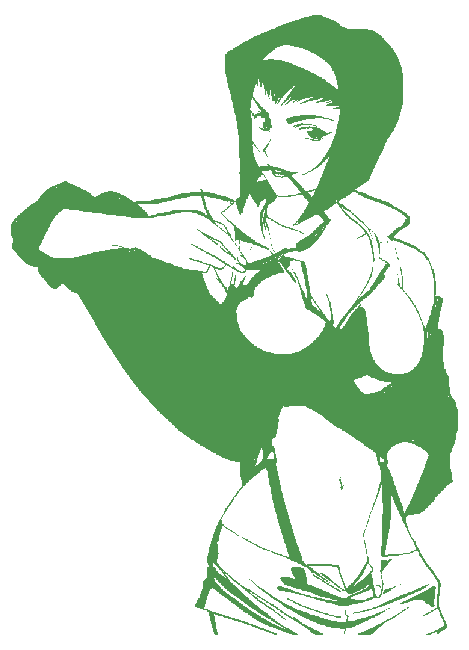
<source format=gbo>
G04*
G04 #@! TF.GenerationSoftware,Altium Limited,Altium Designer,23.4.1 (23)*
G04*
G04 Layer_Color=32896*
%FSLAX44Y44*%
%MOMM*%
G71*
G04*
G04 #@! TF.SameCoordinates,85A289D2-1239-4559-B1A6-7CFCC22C1876*
G04*
G04*
G04 #@! TF.FilePolarity,Positive*
G04*
G01*
G75*
G36*
X344385Y929390D02*
X345913D01*
Y928881D01*
X347442D01*
Y928371D01*
X348461D01*
Y927862D01*
X349989D01*
Y927352D01*
X351008D01*
Y926843D01*
X352027D01*
Y926333D01*
X354064D01*
Y925824D01*
X355083D01*
Y925314D01*
X355593D01*
Y924805D01*
X356102D01*
Y924296D01*
X357121D01*
Y923786D01*
X357631D01*
Y923277D01*
X358649D01*
Y922767D01*
X359159D01*
Y922258D01*
X359668D01*
Y921748D01*
X360178D01*
Y921239D01*
X360687D01*
Y920730D01*
X361706D01*
Y920220D01*
X362215D01*
Y919711D01*
X364253D01*
Y919201D01*
X365782D01*
Y918692D01*
X372914D01*
Y918182D01*
X383612D01*
Y917673D01*
X385650D01*
Y917163D01*
X387688D01*
Y916654D01*
X389216D01*
Y916145D01*
X389725D01*
Y915635D01*
X390235D01*
Y915126D01*
X391254D01*
Y914616D01*
X392273D01*
Y914107D01*
X392782D01*
Y913597D01*
X393292D01*
Y913088D01*
X394310D01*
Y912579D01*
X394820D01*
Y912069D01*
X395329D01*
Y911560D01*
X395839D01*
Y911050D01*
X396348D01*
Y910541D01*
X396858D01*
Y910031D01*
X397367D01*
Y909012D01*
X397877D01*
Y908503D01*
X398386D01*
Y907993D01*
X398895D01*
Y907484D01*
X399405D01*
Y906975D01*
X399914D01*
Y906465D01*
X400424D01*
Y905956D01*
X400933D01*
Y905446D01*
X401443D01*
Y904937D01*
X401952D01*
Y904427D01*
X402462D01*
Y903918D01*
X402971D01*
Y903409D01*
X403480D01*
Y902390D01*
X403990D01*
Y901880D01*
X404499D01*
Y900861D01*
X405009D01*
Y900352D01*
X405518D01*
Y899333D01*
X406027D01*
Y898824D01*
X406537D01*
Y898314D01*
X407046D01*
Y897295D01*
X407556D01*
Y896276D01*
X408065D01*
Y895257D01*
X408575D01*
Y894239D01*
X409084D01*
Y893220D01*
X409594D01*
Y891691D01*
X410103D01*
Y890673D01*
X410612D01*
Y889144D01*
X411122D01*
Y888125D01*
X411631D01*
Y886597D01*
X412141D01*
Y884559D01*
X412650D01*
Y881503D01*
X413160D01*
Y878955D01*
X413669D01*
Y873861D01*
X413160D01*
Y872333D01*
X413669D01*
Y858068D01*
X413160D01*
Y853993D01*
X412650D01*
Y851445D01*
X412141D01*
Y850427D01*
X411631D01*
Y848389D01*
X411122D01*
Y846351D01*
X410612D01*
Y844313D01*
X410103D01*
Y843294D01*
X409594D01*
Y841257D01*
X409084D01*
Y839728D01*
X408575D01*
Y839219D01*
X408065D01*
Y837691D01*
X407556D01*
Y836672D01*
X407046D01*
Y835143D01*
X406537D01*
Y834124D01*
X406027D01*
Y833106D01*
X405518D01*
Y832087D01*
X405009D01*
Y831577D01*
X404499D01*
Y831068D01*
X403990D01*
Y830049D01*
X403480D01*
Y829030D01*
X402971D01*
Y828521D01*
X402462D01*
Y828011D01*
X401952D01*
Y826992D01*
X401443D01*
Y826483D01*
X400933D01*
Y825464D01*
X400424D01*
Y824955D01*
X399914D01*
Y824445D01*
X399405D01*
Y822917D01*
X398895D01*
Y821898D01*
X398386D01*
Y820879D01*
X397877D01*
Y819351D01*
X397367D01*
Y818332D01*
X396858D01*
Y816803D01*
X396348D01*
Y815275D01*
X395839D01*
Y814256D01*
X395329D01*
Y813237D01*
X394820D01*
Y812218D01*
X394310D01*
Y811709D01*
X393801D01*
Y810690D01*
X393292D01*
Y809671D01*
X392782D01*
Y808652D01*
X392273D01*
Y807634D01*
X391763D01*
Y806615D01*
X391254D01*
Y805086D01*
X390744D01*
Y804067D01*
X390235D01*
Y803048D01*
X389725D01*
Y802030D01*
X389216D01*
Y801011D01*
X388707D01*
Y799992D01*
X388197D01*
Y798464D01*
X387688D01*
Y797445D01*
X387178D01*
Y796426D01*
X386669D01*
Y795407D01*
X386159D01*
Y793878D01*
X385650D01*
Y792860D01*
X385140D01*
Y791331D01*
X384631D01*
Y789803D01*
X384122D01*
Y789294D01*
X383103D01*
Y788784D01*
X382084D01*
Y788275D01*
X381065D01*
Y787765D01*
X380555D01*
Y787256D01*
X379537D01*
Y786746D01*
X379027D01*
Y786237D01*
X378008D01*
Y785727D01*
X376989D01*
Y785218D01*
X376480D01*
Y784709D01*
X375461D01*
Y784199D01*
X374952D01*
Y783690D01*
X373933D01*
Y783180D01*
X373423D01*
Y782671D01*
X372914D01*
Y781652D01*
X373933D01*
Y781143D01*
X375461D01*
Y780633D01*
X377499D01*
Y780124D01*
X379027D01*
Y779614D01*
X381065D01*
Y779105D01*
X381574D01*
Y778595D01*
X382593D01*
Y778086D01*
X383612D01*
Y777576D01*
X384631D01*
Y777067D01*
X386159D01*
Y776557D01*
X386669D01*
Y776048D01*
X388707D01*
Y775539D01*
X390744D01*
Y775029D01*
X391254D01*
Y774520D01*
X392782D01*
Y774010D01*
X394820D01*
Y773501D01*
X395839D01*
Y772991D01*
X397367D01*
Y772482D01*
X398895D01*
Y771973D01*
X400424D01*
Y771463D01*
X401443D01*
Y770954D01*
X402462D01*
Y770444D01*
X402971D01*
Y769935D01*
X403990D01*
Y769425D01*
X404499D01*
Y768916D01*
X405009D01*
Y768407D01*
X406027D01*
Y767897D01*
X407046D01*
Y767388D01*
X408065D01*
Y766878D01*
X409084D01*
Y766369D01*
X410103D01*
Y765859D01*
X410612D01*
Y765350D01*
X412141D01*
Y764840D01*
X412650D01*
Y764331D01*
X413669D01*
Y763821D01*
X414688D01*
Y763312D01*
X415197D01*
Y762803D01*
X416216D01*
Y762293D01*
X416726D01*
Y761274D01*
X417235D01*
Y760765D01*
X417745D01*
Y760255D01*
X418764D01*
Y759237D01*
X419273D01*
Y756689D01*
X418764D01*
Y753123D01*
X418254D01*
Y752614D01*
X417745D01*
Y752104D01*
X417235D01*
Y751595D01*
X416726D01*
Y750576D01*
X415197D01*
Y750067D01*
X414688D01*
Y749557D01*
X413669D01*
Y749048D01*
X412650D01*
Y748538D01*
X412141D01*
Y748029D01*
X411122D01*
Y747519D01*
X410103D01*
Y746500D01*
X409084D01*
Y745991D01*
X408575D01*
Y744972D01*
X407556D01*
Y743953D01*
X406537D01*
Y742934D01*
X405518D01*
Y742425D01*
X405009D01*
Y741916D01*
X406027D01*
Y741406D01*
X407556D01*
Y740897D01*
X409594D01*
Y740387D01*
X411122D01*
Y739878D01*
X411631D01*
Y739368D01*
X412650D01*
Y738859D01*
X414179D01*
Y738349D01*
X415197D01*
Y737840D01*
X416216D01*
Y737330D01*
X417745D01*
Y736821D01*
X418764D01*
Y736312D01*
X420292D01*
Y735802D01*
X421820D01*
Y735293D01*
X422839D01*
Y734783D01*
X423349D01*
Y734274D01*
X424367D01*
Y733764D01*
X425386D01*
Y732746D01*
X425896D01*
Y732236D01*
X426915D01*
Y731727D01*
X427424D01*
Y731217D01*
X427934D01*
Y730708D01*
X428952D01*
Y730198D01*
X429462D01*
Y729689D01*
X430481D01*
Y729179D01*
X431500D01*
Y728670D01*
X432009D01*
Y728160D01*
X432519D01*
Y726632D01*
X433028D01*
Y726123D01*
X433537D01*
Y725613D01*
X434047D01*
Y724594D01*
X434556D01*
Y724085D01*
X435066D01*
Y722557D01*
X435575D01*
Y722047D01*
X436085D01*
Y720010D01*
X436594D01*
Y718991D01*
X437104D01*
Y717972D01*
X437613D01*
Y716443D01*
X438122D01*
Y715424D01*
X438632D01*
Y714915D01*
X439141D01*
Y713387D01*
X439651D01*
Y711349D01*
X440160D01*
Y708802D01*
X440670D01*
Y704726D01*
X441179D01*
Y693519D01*
X440670D01*
Y692500D01*
X441179D01*
Y691990D01*
X442198D01*
Y692500D01*
X443217D01*
Y691990D01*
X444745D01*
Y691481D01*
X445764D01*
Y690971D01*
X446273D01*
Y690462D01*
X446783D01*
Y686386D01*
X446273D01*
Y682820D01*
X445764D01*
Y681292D01*
X445255D01*
Y679254D01*
X444745D01*
Y676707D01*
X444236D01*
Y674160D01*
X443726D01*
Y670084D01*
X443217D01*
Y666518D01*
X442707D01*
Y664480D01*
X445255D01*
Y663971D01*
X445764D01*
Y663461D01*
X446273D01*
Y662443D01*
X446783D01*
Y661424D01*
X447292D01*
Y658876D01*
X447802D01*
Y650216D01*
X447292D01*
Y649197D01*
X446783D01*
Y643084D01*
X447292D01*
Y636461D01*
X447802D01*
Y631367D01*
X448311D01*
Y630857D01*
X448821D01*
Y630348D01*
X449330D01*
Y628819D01*
X449840D01*
Y627291D01*
X450349D01*
Y626272D01*
X450858D01*
Y625253D01*
X451368D01*
Y624234D01*
X451877D01*
Y622197D01*
X452387D01*
Y615065D01*
X452896D01*
Y609970D01*
X453406D01*
Y608951D01*
X453915D01*
Y607423D01*
X454425D01*
Y606404D01*
X454934D01*
Y605895D01*
X455443D01*
Y605385D01*
X455953D01*
Y604876D01*
X456462D01*
Y604366D01*
X456972D01*
Y603347D01*
X457481D01*
Y602328D01*
X457991D01*
Y600800D01*
X458500D01*
Y598253D01*
X459010D01*
Y596215D01*
X459519D01*
Y593158D01*
X460028D01*
Y590611D01*
X459519D01*
Y590102D01*
X460028D01*
Y580422D01*
X459519D01*
Y577875D01*
X459010D01*
Y576347D01*
X458500D01*
Y572271D01*
X457991D01*
Y570234D01*
X457481D01*
Y569215D01*
X456972D01*
Y566668D01*
X456462D01*
Y565139D01*
X455953D01*
Y564120D01*
X455443D01*
Y563611D01*
X454934D01*
Y562082D01*
X454425D01*
Y560554D01*
X453915D01*
Y559026D01*
X453406D01*
Y558007D01*
X452896D01*
Y552403D01*
X453406D01*
Y545780D01*
X453915D01*
Y543233D01*
X454425D01*
Y539158D01*
X454934D01*
Y536610D01*
X455443D01*
Y535082D01*
X454934D01*
Y534573D01*
X454425D01*
Y534063D01*
X453915D01*
Y533554D01*
X452896D01*
Y533044D01*
X452387D01*
Y532535D01*
X451368D01*
Y532025D01*
X450858D01*
Y531516D01*
X450349D01*
Y531007D01*
X449840D01*
Y530497D01*
X449330D01*
Y529988D01*
X448821D01*
Y529478D01*
X448311D01*
Y528969D01*
X447802D01*
Y528459D01*
X447292D01*
Y527950D01*
X446783D01*
Y527440D01*
X446273D01*
Y526931D01*
X445764D01*
Y526422D01*
X445255D01*
Y525912D01*
X444745D01*
Y525403D01*
X444236D01*
Y524893D01*
X443726D01*
Y524384D01*
X443217D01*
Y523874D01*
X442707D01*
Y523365D01*
X442198D01*
Y522855D01*
X441688D01*
Y522346D01*
X441179D01*
Y521837D01*
X440670D01*
Y520818D01*
X440160D01*
Y519289D01*
X439651D01*
Y518780D01*
X439141D01*
Y518270D01*
X438632D01*
Y517761D01*
X438122D01*
Y517252D01*
X437613D01*
Y516742D01*
X437104D01*
Y516233D01*
X436594D01*
Y515723D01*
X436085D01*
Y515214D01*
X435575D01*
Y514704D01*
X435066D01*
Y514195D01*
X434556D01*
Y513686D01*
X434047D01*
Y513176D01*
X433537D01*
Y512667D01*
X433028D01*
Y512157D01*
X432519D01*
Y511648D01*
X432009D01*
Y511138D01*
X431500D01*
Y510629D01*
X430990D01*
Y510120D01*
X429971D01*
Y509610D01*
X429462D01*
Y509101D01*
X428443D01*
Y508591D01*
X427934D01*
Y508082D01*
X424877D01*
Y507572D01*
X422839D01*
Y507063D01*
X418764D01*
Y506553D01*
X417745D01*
Y506044D01*
X416726D01*
Y505535D01*
X416216D01*
Y505025D01*
X415707D01*
Y499931D01*
X416216D01*
Y498912D01*
X416726D01*
Y497383D01*
X417235D01*
Y495855D01*
X417745D01*
Y494327D01*
X418254D01*
Y492798D01*
X418764D01*
Y491780D01*
X419273D01*
Y490761D01*
X419782D01*
Y489742D01*
X420292D01*
Y488214D01*
X420801D01*
Y487704D01*
X421311D01*
Y487195D01*
X421820D01*
Y486685D01*
X422330D01*
Y486176D01*
X422839D01*
Y485157D01*
X423349D01*
Y484647D01*
X423858D01*
Y483119D01*
X424367D01*
Y481081D01*
X424877D01*
Y480062D01*
X425386D01*
Y479553D01*
X425896D01*
Y478534D01*
X426405D01*
Y478025D01*
X426915D01*
Y477006D01*
X427424D01*
Y475477D01*
X427934D01*
Y474459D01*
X428443D01*
Y473440D01*
X428952D01*
Y472421D01*
X429462D01*
Y471911D01*
X429971D01*
Y470892D01*
X430481D01*
Y470383D01*
X430990D01*
Y469364D01*
X431500D01*
Y468345D01*
X432009D01*
Y467836D01*
X432519D01*
Y467326D01*
X433028D01*
Y466307D01*
X433537D01*
Y465798D01*
X434047D01*
Y464779D01*
X434556D01*
Y464270D01*
X435066D01*
Y463760D01*
X435575D01*
Y463251D01*
X436085D01*
Y462741D01*
X436594D01*
Y461722D01*
X437104D01*
Y461213D01*
X437613D01*
Y460704D01*
X438122D01*
Y460194D01*
X438632D01*
Y459175D01*
X439141D01*
Y458666D01*
X439651D01*
Y457647D01*
X440160D01*
Y457137D01*
X440670D01*
Y456119D01*
X441179D01*
Y455100D01*
X441688D01*
Y454590D01*
X442198D01*
Y453571D01*
X442707D01*
Y453062D01*
X443217D01*
Y452552D01*
X443726D01*
Y452043D01*
X444236D01*
Y451024D01*
X444745D01*
Y449496D01*
X445255D01*
Y445930D01*
X444745D01*
Y443892D01*
X444236D01*
Y438288D01*
X443726D01*
Y429118D01*
X444236D01*
Y427080D01*
X444745D01*
Y426062D01*
X445255D01*
Y424533D01*
X445764D01*
Y423514D01*
X446273D01*
Y422495D01*
X446783D01*
Y421477D01*
X447292D01*
Y420458D01*
X447802D01*
Y419439D01*
X448311D01*
Y417910D01*
X448821D01*
Y416892D01*
X449330D01*
Y415873D01*
X449840D01*
Y414854D01*
X450349D01*
Y413326D01*
X450858D01*
Y412307D01*
X450349D01*
Y411288D01*
X449840D01*
Y410778D01*
X449330D01*
Y410269D01*
X448821D01*
Y409759D01*
X447802D01*
Y409250D01*
X446783D01*
Y408741D01*
X445764D01*
Y408231D01*
X445255D01*
Y407722D01*
X444236D01*
Y407212D01*
X443726D01*
Y406193D01*
X443217D01*
Y405684D01*
X442707D01*
Y406193D01*
X442198D01*
Y407212D01*
X441688D01*
Y407722D01*
X440160D01*
Y407212D01*
X439141D01*
Y406703D01*
X438122D01*
Y406193D01*
X436594D01*
Y405684D01*
X433028D01*
Y406193D01*
X434047D01*
Y406703D01*
X435575D01*
Y407212D01*
X437104D01*
Y407722D01*
X438122D01*
Y408231D01*
X439141D01*
Y408741D01*
X440670D01*
Y409250D01*
X442198D01*
Y409759D01*
X443217D01*
Y410269D01*
X443726D01*
Y410778D01*
X444745D01*
Y411288D01*
X445764D01*
Y411797D01*
X446273D01*
Y412307D01*
X447292D01*
Y412816D01*
X447802D01*
Y415873D01*
X447292D01*
Y416892D01*
X446783D01*
Y418420D01*
X446273D01*
Y419439D01*
X445764D01*
Y420458D01*
X445255D01*
Y421477D01*
X444745D01*
Y423514D01*
X444236D01*
Y425043D01*
X443726D01*
Y426062D01*
X443217D01*
Y427080D01*
X442707D01*
Y427590D01*
X442198D01*
Y427080D01*
X441179D01*
Y426571D01*
X440160D01*
Y426062D01*
X439651D01*
Y425552D01*
X438632D01*
Y425043D01*
X438122D01*
Y424533D01*
X437104D01*
Y424024D01*
X436085D01*
Y423514D01*
X435066D01*
Y423005D01*
X434047D01*
Y422495D01*
X433028D01*
Y421986D01*
X432009D01*
Y421477D01*
X429971D01*
Y421986D01*
X430481D01*
Y422495D01*
X432009D01*
Y423005D01*
X432519D01*
Y423514D01*
X434047D01*
Y424024D01*
X434556D01*
Y424533D01*
X435575D01*
Y425043D01*
X436594D01*
Y425552D01*
X437104D01*
Y426062D01*
X438122D01*
Y426571D01*
X439141D01*
Y427080D01*
X439651D01*
Y427590D01*
X440670D01*
Y428099D01*
X441688D01*
Y428609D01*
X442198D01*
Y440326D01*
X442707D01*
Y443892D01*
X443217D01*
Y449496D01*
X442707D01*
Y450515D01*
X442198D01*
Y451534D01*
X441688D01*
Y452043D01*
X441179D01*
Y453062D01*
X440670D01*
Y453571D01*
X440160D01*
Y454590D01*
X439651D01*
Y455100D01*
X439141D01*
Y456119D01*
X438632D01*
Y456628D01*
X438122D01*
Y457647D01*
X437613D01*
Y458156D01*
X437104D01*
Y458666D01*
X436594D01*
Y459175D01*
X436085D01*
Y460194D01*
X435575D01*
Y460704D01*
X435066D01*
Y461213D01*
X434556D01*
Y462232D01*
X434047D01*
Y462741D01*
X433537D01*
Y463251D01*
X433028D01*
Y464270D01*
X432519D01*
Y464779D01*
X432009D01*
Y465289D01*
X431500D01*
Y466307D01*
X430990D01*
Y466817D01*
X430481D01*
Y467836D01*
X429971D01*
Y468855D01*
X429462D01*
Y469364D01*
X428952D01*
Y470383D01*
X428443D01*
Y471402D01*
X427934D01*
Y471911D01*
X427424D01*
Y472421D01*
X426915D01*
Y474459D01*
X426405D01*
Y475477D01*
X425896D01*
Y476496D01*
X423858D01*
Y475987D01*
X422330D01*
Y475477D01*
X421311D01*
Y474968D01*
X420292D01*
Y474459D01*
X418764D01*
Y473949D01*
X416216D01*
Y473440D01*
X413160D01*
Y472930D01*
X409594D01*
Y472421D01*
X405518D01*
Y471911D01*
X400424D01*
Y471402D01*
X395329D01*
Y471911D01*
X394820D01*
Y480572D01*
X395329D01*
Y488723D01*
X395839D01*
Y500950D01*
X395329D01*
Y505025D01*
X395839D01*
Y507572D01*
X396348D01*
Y517252D01*
X395839D01*
Y524893D01*
X395329D01*
Y532025D01*
X394820D01*
Y531007D01*
X394310D01*
Y529478D01*
X393801D01*
Y527440D01*
X393292D01*
Y525403D01*
X392782D01*
Y524384D01*
X392273D01*
Y523365D01*
X391763D01*
Y521837D01*
X391254D01*
Y520308D01*
X390744D01*
Y519289D01*
X390235D01*
Y518270D01*
X389725D01*
Y516742D01*
X389216D01*
Y515214D01*
X388707D01*
Y513686D01*
X388197D01*
Y512157D01*
X387688D01*
Y511138D01*
X387178D01*
Y510120D01*
X386669D01*
Y509101D01*
X386159D01*
Y507572D01*
X385650D01*
Y506044D01*
X385140D01*
Y504006D01*
X384631D01*
Y502478D01*
X384122D01*
Y500950D01*
X383612D01*
Y499421D01*
X383103D01*
Y497893D01*
X382593D01*
Y496365D01*
X382084D01*
Y494836D01*
X381574D01*
Y493817D01*
X381065D01*
Y495346D01*
X381574D01*
Y496874D01*
X382084D01*
Y498402D01*
X382593D01*
Y499931D01*
X383103D01*
Y501968D01*
X383612D01*
Y503497D01*
X384122D01*
Y505025D01*
X384631D01*
Y507063D01*
X385140D01*
Y508082D01*
X385650D01*
Y509610D01*
X386159D01*
Y510629D01*
X386669D01*
Y512157D01*
X387178D01*
Y513686D01*
X387688D01*
Y515723D01*
X388197D01*
Y516742D01*
X388707D01*
Y518270D01*
X389216D01*
Y519289D01*
X389725D01*
Y520818D01*
X390235D01*
Y522346D01*
X390744D01*
Y523874D01*
X391254D01*
Y525403D01*
X391763D01*
Y527440D01*
X392273D01*
Y529478D01*
X392782D01*
Y531007D01*
X393292D01*
Y533044D01*
X393801D01*
Y535082D01*
X394310D01*
Y536610D01*
X394820D01*
Y540686D01*
X394310D01*
Y545271D01*
X393801D01*
Y548328D01*
X393292D01*
Y548837D01*
X392782D01*
Y549347D01*
X392273D01*
Y550365D01*
X391763D01*
Y552403D01*
X391254D01*
Y555969D01*
X390744D01*
Y558007D01*
X390235D01*
Y559535D01*
X389725D01*
Y560045D01*
X389216D01*
Y560554D01*
X388197D01*
Y561064D01*
X387688D01*
Y561573D01*
X386669D01*
Y562082D01*
X386159D01*
Y562592D01*
X385140D01*
Y563101D01*
X384631D01*
Y563611D01*
X383612D01*
Y564120D01*
X382593D01*
Y564630D01*
X382084D01*
Y565139D01*
X381065D01*
Y565649D01*
X380555D01*
Y566158D01*
X380046D01*
Y566668D01*
X379537D01*
Y567177D01*
X379027D01*
Y567686D01*
X378008D01*
Y568196D01*
X377499D01*
Y568705D01*
X376480D01*
Y569215D01*
X375970D01*
Y569724D01*
X374952D01*
Y570234D01*
X374442D01*
Y570743D01*
X373423D01*
Y571253D01*
X372914D01*
Y571762D01*
X371895D01*
Y572271D01*
X371385D01*
Y572781D01*
X370876D01*
Y573290D01*
X369857D01*
Y573800D01*
X369348D01*
Y574309D01*
X368329D01*
Y574819D01*
X367819D01*
Y575328D01*
X367310D01*
Y575838D01*
X366291D01*
Y576347D01*
X365272D01*
Y576856D01*
X364763D01*
Y577366D01*
X363744D01*
Y577875D01*
X362725D01*
Y578385D01*
X361706D01*
Y578894D01*
X361197D01*
Y579403D01*
X360178D01*
Y579913D01*
X359668D01*
Y580422D01*
X358649D01*
Y580932D01*
X357631D01*
Y581441D01*
X356612D01*
Y581951D01*
X355593D01*
Y582460D01*
X355083D01*
Y582970D01*
X354574D01*
Y583479D01*
X354064D01*
Y583988D01*
X353046D01*
Y584498D01*
X352536D01*
Y585007D01*
X351517D01*
Y585517D01*
X351008D01*
Y586026D01*
X350498D01*
Y586536D01*
X349479D01*
Y587045D01*
X348970D01*
Y587555D01*
X348461D01*
Y588064D01*
X347951D01*
Y588573D01*
X347442D01*
Y589083D01*
X346423D01*
Y589592D01*
X345913D01*
Y590102D01*
X345404D01*
Y590611D01*
X344385D01*
Y591121D01*
X343366D01*
Y591630D01*
X342857D01*
Y592140D01*
X341838D01*
Y592649D01*
X341328D01*
Y593158D01*
X340309D01*
Y593668D01*
X339291D01*
Y594177D01*
X338781D01*
Y594687D01*
X337762D01*
Y595196D01*
X336743D01*
Y595706D01*
X336234D01*
Y596215D01*
X335215D01*
Y596725D01*
X333687D01*
Y597234D01*
X332668D01*
Y597743D01*
X331649D01*
Y598253D01*
X331140D01*
Y598762D01*
X330121D01*
Y599272D01*
X322989D01*
Y598762D01*
X316875D01*
Y598253D01*
X312290D01*
Y598762D01*
X311271D01*
Y597743D01*
X310762D01*
Y596215D01*
X310252D01*
Y594687D01*
X309743D01*
Y593668D01*
X309234D01*
Y592140D01*
X308724D01*
Y591121D01*
X308215D01*
Y590102D01*
X307705D01*
Y588064D01*
X308215D01*
Y586026D01*
X307705D01*
Y583479D01*
X307196D01*
Y579913D01*
X306686D01*
Y577366D01*
X306177D01*
Y575328D01*
X305667D01*
Y573290D01*
X305158D01*
Y572781D01*
X304649D01*
Y572271D01*
X303630D01*
Y571762D01*
X303120D01*
Y571253D01*
X302611D01*
Y570743D01*
X302101D01*
Y567686D01*
X302611D01*
Y565649D01*
X303120D01*
Y565139D01*
X303630D01*
Y564630D01*
X304139D01*
Y563611D01*
X304649D01*
Y561064D01*
X305158D01*
Y558516D01*
X305667D01*
Y555460D01*
X306177D01*
Y552913D01*
X306686D01*
Y551894D01*
X306177D01*
Y550875D01*
X305667D01*
Y548328D01*
X306177D01*
Y546290D01*
X306686D01*
Y544252D01*
X307196D01*
Y541705D01*
X307705D01*
Y539667D01*
X308215D01*
Y536101D01*
X308724D01*
Y534573D01*
X309234D01*
Y532535D01*
X309743D01*
Y529478D01*
X310252D01*
Y527440D01*
X310762D01*
Y525403D01*
X311271D01*
Y523365D01*
X311781D01*
Y521327D01*
X312290D01*
Y519289D01*
X312800D01*
Y517761D01*
X313309D01*
Y515214D01*
X313819D01*
Y513686D01*
X314328D01*
Y511648D01*
X314837D01*
Y510629D01*
X315347D01*
Y509101D01*
X315856D01*
Y507063D01*
X316366D01*
Y505025D01*
X316875D01*
Y503497D01*
X317385D01*
Y501459D01*
X317894D01*
Y499931D01*
X318404D01*
Y498402D01*
X318913D01*
Y496874D01*
X319422D01*
Y494836D01*
X319932D01*
Y492798D01*
X320441D01*
Y491270D01*
X320951D01*
Y489232D01*
X321460D01*
Y487195D01*
X321970D01*
Y486176D01*
X322479D01*
Y484647D01*
X322989D01*
Y483119D01*
X323498D01*
Y481591D01*
X324007D01*
Y480572D01*
X324517D01*
Y479553D01*
X325026D01*
Y477515D01*
X325536D01*
Y475987D01*
X326045D01*
Y474459D01*
X326555D01*
Y473440D01*
X327064D01*
Y471911D01*
X327574D01*
Y469874D01*
X328083D01*
Y468345D01*
X328592D01*
Y467836D01*
X329102D01*
Y466817D01*
X329611D01*
Y466307D01*
X330121D01*
Y465798D01*
X330630D01*
Y465289D01*
X331140D01*
Y464779D01*
X332159D01*
Y465289D01*
X353555D01*
Y464779D01*
X358649D01*
Y463760D01*
X359159D01*
Y462741D01*
X359668D01*
Y460704D01*
X360178D01*
Y457647D01*
X360687D01*
Y456119D01*
X361197D01*
Y454590D01*
X361706D01*
Y453571D01*
X362215D01*
Y452043D01*
X362725D01*
Y451024D01*
X363234D01*
Y449496D01*
X363744D01*
Y447968D01*
X364253D01*
Y446949D01*
X364763D01*
Y445420D01*
X366291D01*
Y445930D01*
X366800D01*
Y446439D01*
X367310D01*
Y446949D01*
X367819D01*
Y447458D01*
X368838D01*
Y448477D01*
X369348D01*
Y448987D01*
X370367D01*
Y449496D01*
X370876D01*
Y450005D01*
X371385D01*
Y450515D01*
X371895D01*
Y451534D01*
X372914D01*
Y452552D01*
X373423D01*
Y453571D01*
X373933D01*
Y454081D01*
X374442D01*
Y454590D01*
X374952D01*
Y455609D01*
X375461D01*
Y456119D01*
X375970D01*
Y457137D01*
X376480D01*
Y457647D01*
X376989D01*
Y458666D01*
X377499D01*
Y459685D01*
X378008D01*
Y460704D01*
X378518D01*
Y461213D01*
X379027D01*
Y462232D01*
X379537D01*
Y463251D01*
X380046D01*
Y463760D01*
X380555D01*
Y464270D01*
X381065D01*
Y465289D01*
X381574D01*
Y466307D01*
X382084D01*
Y467326D01*
X382593D01*
Y467836D01*
X383103D01*
Y470892D01*
X382593D01*
Y473949D01*
X382084D01*
Y476496D01*
X381574D01*
Y479044D01*
X381065D01*
Y482100D01*
X380555D01*
Y484138D01*
X380046D01*
Y488214D01*
X379537D01*
Y489232D01*
X379027D01*
Y490251D01*
X379537D01*
Y491780D01*
X380046D01*
Y492798D01*
X380555D01*
Y493817D01*
X381065D01*
Y491780D01*
X380555D01*
Y490761D01*
X380046D01*
Y488723D01*
X380555D01*
Y485666D01*
X381065D01*
Y483119D01*
X381574D01*
Y480572D01*
X382084D01*
Y478025D01*
X382593D01*
Y475477D01*
X383103D01*
Y472421D01*
X383612D01*
Y470892D01*
X384122D01*
Y467326D01*
X384631D01*
Y465798D01*
X385140D01*
Y464779D01*
X385650D01*
Y464270D01*
X386159D01*
Y463760D01*
X386669D01*
Y463251D01*
X387178D01*
Y462741D01*
X387688D01*
Y461213D01*
X388197D01*
Y459685D01*
X387688D01*
Y458666D01*
X387178D01*
Y458156D01*
X386669D01*
Y457647D01*
X386159D01*
Y457137D01*
X386669D01*
Y456119D01*
X387178D01*
Y453571D01*
X387688D01*
Y450515D01*
X388197D01*
Y447458D01*
X388707D01*
Y444911D01*
X389725D01*
Y443892D01*
X389216D01*
Y442873D01*
X389725D01*
Y440326D01*
X390235D01*
Y438798D01*
X390744D01*
Y438288D01*
X391254D01*
Y437779D01*
X392782D01*
Y438288D01*
X393292D01*
Y438798D01*
X393801D01*
Y439817D01*
X394310D01*
Y441345D01*
X394820D01*
Y444402D01*
X395329D01*
Y445420D01*
X395839D01*
Y450515D01*
X395329D01*
Y453062D01*
X394820D01*
Y456119D01*
X394310D01*
Y458666D01*
X393801D01*
Y460194D01*
X394310D01*
Y468855D01*
X399405D01*
Y468345D01*
X400424D01*
Y468855D01*
X401443D01*
Y469364D01*
X403480D01*
Y469874D01*
X403990D01*
Y468855D01*
X403480D01*
Y468345D01*
X402971D01*
Y467836D01*
X402462D01*
Y467326D01*
X401952D01*
Y466817D01*
X401443D01*
Y466307D01*
X400933D01*
Y465289D01*
X400424D01*
Y464779D01*
X399914D01*
Y464270D01*
X399405D01*
Y463760D01*
X398895D01*
Y463251D01*
X398386D01*
Y462232D01*
X397877D01*
Y461722D01*
X397367D01*
Y461213D01*
X396858D01*
Y460194D01*
X396348D01*
Y459175D01*
X395839D01*
Y458666D01*
X395329D01*
Y457137D01*
X394820D01*
Y456119D01*
X395329D01*
Y455100D01*
X395839D01*
Y452043D01*
X396348D01*
Y449496D01*
X396858D01*
Y447458D01*
X396348D01*
Y442364D01*
X395839D01*
Y441345D01*
X395329D01*
Y439307D01*
X394820D01*
Y438288D01*
X394310D01*
Y437779D01*
X393801D01*
Y436760D01*
X389216D01*
Y436250D01*
X388197D01*
Y435741D01*
X386669D01*
Y435232D01*
X385650D01*
Y434722D01*
X384122D01*
Y434213D01*
X382593D01*
Y433703D01*
X381065D01*
Y433194D01*
X379537D01*
Y432684D01*
X378008D01*
Y432175D01*
X374952D01*
Y431665D01*
X373423D01*
Y431156D01*
X370367D01*
Y430647D01*
X367819D01*
Y430137D01*
X366291D01*
Y429628D01*
X365272D01*
Y430137D01*
X358140D01*
Y430647D01*
X355593D01*
Y431156D01*
X354574D01*
Y431665D01*
X353046D01*
Y432175D01*
X350498D01*
Y432684D01*
X348461D01*
Y433194D01*
X346932D01*
Y433703D01*
X344894D01*
Y434213D01*
X343366D01*
Y434722D01*
X341328D01*
Y435232D01*
X339800D01*
Y435741D01*
X338272D01*
Y436250D01*
X336234D01*
Y436760D01*
X334706D01*
Y437269D01*
X333177D01*
Y437779D01*
X331140D01*
Y438288D01*
X329611D01*
Y438798D01*
X328083D01*
Y439307D01*
X325536D01*
Y439817D01*
X322989D01*
Y440326D01*
X321460D01*
Y440835D01*
X318404D01*
Y441345D01*
X316366D01*
Y441854D01*
X313309D01*
Y442364D01*
X310762D01*
Y442873D01*
X308215D01*
Y443383D01*
X307705D01*
Y443892D01*
X307196D01*
Y444402D01*
X306686D01*
Y445930D01*
X307196D01*
Y446439D01*
X310762D01*
Y445930D01*
X312800D01*
Y445420D01*
X314328D01*
Y444911D01*
X315856D01*
Y444402D01*
X317385D01*
Y443892D01*
X318404D01*
Y443383D01*
X319932D01*
Y442873D01*
X320951D01*
Y442364D01*
X321970D01*
Y441854D01*
X323498D01*
Y441345D01*
X325536D01*
Y440835D01*
X327064D01*
Y440326D01*
X329102D01*
Y439817D01*
X330121D01*
Y439307D01*
X332159D01*
Y438798D01*
X334196D01*
Y438288D01*
X335725D01*
Y437779D01*
X338272D01*
Y437269D01*
X340309D01*
Y436760D01*
X342347D01*
Y436250D01*
X344385D01*
Y435741D01*
X346932D01*
Y435232D01*
X351008D01*
Y434722D01*
X353046D01*
Y434213D01*
X355593D01*
Y433703D01*
X357631D01*
Y434722D01*
X355083D01*
Y435232D01*
X353555D01*
Y435741D01*
X351517D01*
Y436250D01*
X349989D01*
Y436760D01*
X347442D01*
Y437269D01*
X345404D01*
Y437779D01*
X343366D01*
Y438288D01*
X341328D01*
Y438798D01*
X340309D01*
Y439307D01*
X338781D01*
Y439817D01*
X337762D01*
Y440326D01*
X336743D01*
Y440835D01*
X335215D01*
Y441345D01*
X333687D01*
Y441854D01*
X332159D01*
Y442364D01*
X330630D01*
Y442873D01*
X328083D01*
Y443383D01*
X327064D01*
Y443892D01*
X325026D01*
Y444402D01*
X322989D01*
Y444911D01*
X321460D01*
Y445420D01*
X319932D01*
Y445930D01*
X318404D01*
Y446439D01*
X316875D01*
Y446949D01*
X315347D01*
Y447458D01*
X313819D01*
Y447968D01*
X312800D01*
Y448477D01*
X312290D01*
Y448987D01*
X311781D01*
Y449496D01*
X311271D01*
Y450005D01*
X310762D01*
Y451024D01*
X310252D01*
Y452043D01*
X309743D01*
Y453062D01*
X309234D01*
Y453571D01*
X309743D01*
Y454590D01*
X315856D01*
Y454081D01*
X317385D01*
Y453571D01*
X319932D01*
Y453062D01*
X321970D01*
Y454081D01*
X321460D01*
Y454590D01*
X320951D01*
Y455100D01*
X320441D01*
Y456119D01*
X319932D01*
Y457137D01*
X319422D01*
Y458156D01*
X318913D01*
Y459175D01*
X318404D01*
Y462232D01*
X318913D01*
Y462741D01*
X319422D01*
Y463251D01*
X325026D01*
Y462741D01*
X327064D01*
Y462232D01*
X328083D01*
Y461722D01*
X329102D01*
Y461213D01*
X329611D01*
Y460704D01*
X330121D01*
Y460194D01*
X330630D01*
Y458156D01*
X331140D01*
Y454081D01*
X331649D01*
Y453571D01*
Y453062D01*
Y448987D01*
X332159D01*
Y448477D01*
X333177D01*
Y447968D01*
X334706D01*
Y447458D01*
X336234D01*
Y446949D01*
X337253D01*
Y446439D01*
X338272D01*
Y445930D01*
X339800D01*
Y445420D01*
X340819D01*
Y444911D01*
X341838D01*
Y444402D01*
X343366D01*
Y443892D01*
X344385D01*
Y443383D01*
X345913D01*
Y442873D01*
X346932D01*
Y442364D01*
X348461D01*
Y441854D01*
X349479D01*
Y441345D01*
X350498D01*
Y440835D01*
X351517D01*
Y440326D01*
X352536D01*
Y439817D01*
X354064D01*
Y439307D01*
X355083D01*
Y438798D01*
X356612D01*
Y438288D01*
X358140D01*
Y437779D01*
X359668D01*
Y437269D01*
X360687D01*
Y436760D01*
X362725D01*
Y436250D01*
X365782D01*
Y437779D01*
X366800D01*
Y438288D01*
X368329D01*
Y438798D01*
X369348D01*
Y439307D01*
X370367D01*
Y439817D01*
X371895D01*
Y440326D01*
X372914D01*
Y440835D01*
X373933D01*
Y441345D01*
X374952D01*
Y441854D01*
X376480D01*
Y442364D01*
X377499D01*
Y442873D01*
X378518D01*
Y443383D01*
X379537D01*
Y443892D01*
X380555D01*
Y444402D01*
X381574D01*
Y444911D01*
X382084D01*
Y445420D01*
X381065D01*
Y444911D01*
X380046D01*
Y444402D01*
X378518D01*
Y443892D01*
X377499D01*
Y443383D01*
X376480D01*
Y442873D01*
X375461D01*
Y442364D01*
X374442D01*
Y441854D01*
X373423D01*
Y441345D01*
X372404D01*
Y440835D01*
X370876D01*
Y440326D01*
X367819D01*
Y439817D01*
X367310D01*
Y440326D01*
X366800D01*
Y440835D01*
X365782D01*
Y441345D01*
X365272D01*
Y441854D01*
X364763D01*
Y442873D01*
X364253D01*
Y442364D01*
X362725D01*
Y442873D01*
X361706D01*
Y443383D01*
X361197D01*
Y443892D01*
X360687D01*
Y444402D01*
X359668D01*
Y444911D01*
X359159D01*
Y445420D01*
X358140D01*
Y445930D01*
X357631D01*
Y446439D01*
X357121D01*
Y446949D01*
X356612D01*
Y447458D01*
X355593D01*
Y447968D01*
X355083D01*
Y448477D01*
X354574D01*
Y448987D01*
X354064D01*
Y449496D01*
X353555D01*
Y450005D01*
X352536D01*
Y450515D01*
X352027D01*
Y451024D01*
X351008D01*
Y451534D01*
X350498D01*
Y452043D01*
X349479D01*
Y452552D01*
X348970D01*
Y453062D01*
X348461D01*
Y453571D01*
X347442D01*
Y454081D01*
X346932D01*
Y454590D01*
X346423D01*
Y455100D01*
X345404D01*
Y455609D01*
X344894D01*
Y456119D01*
X344385D01*
Y456628D01*
X343366D01*
Y457137D01*
X342857D01*
Y457647D01*
X343366D01*
Y458156D01*
X343876D01*
Y457647D01*
X345913D01*
Y457137D01*
X346932D01*
Y456628D01*
X347442D01*
Y456119D01*
X348461D01*
Y455609D01*
X349479D01*
Y455100D01*
X349989D01*
Y454590D01*
X350498D01*
Y454081D01*
X351008D01*
Y453571D01*
X351517D01*
Y453062D01*
X352027D01*
Y452552D01*
X352536D01*
Y452043D01*
X353046D01*
Y451534D01*
X353555D01*
Y451024D01*
X354064D01*
Y450515D01*
X354574D01*
Y450005D01*
X355083D01*
Y449496D01*
X356102D01*
Y448987D01*
X356612D01*
Y448477D01*
X357121D01*
Y447968D01*
X357631D01*
Y447458D01*
X358140D01*
Y446949D01*
X358649D01*
Y446439D01*
X359668D01*
Y445930D01*
X360178D01*
Y445420D01*
X360687D01*
Y444911D01*
X361706D01*
Y444402D01*
X362215D01*
Y443892D01*
X363234D01*
Y443383D01*
X364253D01*
Y443892D01*
X363744D01*
Y445420D01*
X363234D01*
Y447458D01*
X362725D01*
Y448477D01*
X362215D01*
Y450005D01*
X361706D01*
Y452043D01*
X361197D01*
Y453062D01*
X360687D01*
Y454590D01*
X360178D01*
Y455609D01*
X359668D01*
Y457137D01*
X359159D01*
Y458666D01*
X358649D01*
Y460704D01*
X358140D01*
Y462232D01*
X357631D01*
Y463251D01*
X353555D01*
Y463760D01*
X333687D01*
Y463251D01*
X334196D01*
Y462741D01*
X335215D01*
Y462232D01*
X336234D01*
Y461722D01*
X336743D01*
Y461213D01*
X337253D01*
Y460194D01*
X338272D01*
Y459685D01*
X339291D01*
Y459175D01*
X339800D01*
Y458666D01*
X340309D01*
Y458156D01*
X340819D01*
Y457647D01*
X341838D01*
Y457137D01*
X342347D01*
Y456628D01*
X342857D01*
Y456119D01*
X343366D01*
Y455609D01*
X344385D01*
Y454590D01*
X345404D01*
Y454081D01*
X345913D01*
Y453571D01*
X346932D01*
Y453062D01*
X347442D01*
Y452552D01*
X347951D01*
Y452043D01*
X348970D01*
Y451534D01*
X349479D01*
Y451024D01*
X349989D01*
Y450515D01*
X351008D01*
Y450005D01*
X351517D01*
Y449496D01*
X352027D01*
Y448987D01*
X351517D01*
Y449496D01*
X350498D01*
Y450005D01*
X349479D01*
Y450515D01*
X348461D01*
Y451024D01*
X347951D01*
Y451534D01*
X346932D01*
Y452043D01*
X345913D01*
Y452552D01*
X344894D01*
Y453571D01*
X343876D01*
Y454081D01*
X342857D01*
Y454590D01*
X342347D01*
Y455100D01*
X341328D01*
Y455609D01*
X340819D01*
Y456119D01*
X339800D01*
Y456628D01*
X339291D01*
Y457137D01*
X338781D01*
Y457647D01*
X337762D01*
Y458156D01*
X336234D01*
Y457647D01*
X335725D01*
Y458666D01*
X335215D01*
Y459175D01*
X334706D01*
Y460194D01*
X334196D01*
Y460704D01*
X333687D01*
Y461213D01*
X333177D01*
Y461722D01*
X332668D01*
Y462232D01*
X331649D01*
Y462741D01*
X331140D01*
Y463251D01*
X329102D01*
Y463760D01*
X328083D01*
Y464270D01*
X327574D01*
Y464779D01*
X326555D01*
Y465289D01*
X325536D01*
Y465798D01*
X324517D01*
Y466307D01*
X323498D01*
Y466817D01*
X322479D01*
Y467326D01*
X320951D01*
Y467836D01*
X319932D01*
Y468345D01*
X318404D01*
Y468855D01*
X317894D01*
Y469364D01*
X316366D01*
Y469874D01*
X315347D01*
Y470383D01*
X314328D01*
Y470892D01*
X312800D01*
Y471402D01*
X311781D01*
Y471911D01*
X310252D01*
Y472421D01*
X308724D01*
Y472930D01*
X306686D01*
Y473440D01*
X305667D01*
Y473949D01*
X304139D01*
Y474459D01*
X303120D01*
Y474968D01*
X302101D01*
Y475477D01*
X301082D01*
Y475987D01*
X299045D01*
Y476496D01*
X298026D01*
Y477006D01*
X295988D01*
Y477515D01*
X294969D01*
Y478025D01*
X293950D01*
Y478534D01*
X292422D01*
Y479044D01*
X291403D01*
Y479553D01*
X290384D01*
Y480062D01*
X289875D01*
Y480572D01*
X288856D01*
Y481081D01*
X287837D01*
Y481591D01*
X286818D01*
Y482100D01*
X285799D01*
Y482610D01*
X285290D01*
Y483119D01*
X283762D01*
Y483629D01*
X282743D01*
Y484138D01*
X281724D01*
Y484647D01*
X281214D01*
Y485157D01*
X280195D01*
Y485666D01*
X279686D01*
Y486176D01*
X278667D01*
Y486685D01*
X278158D01*
Y487195D01*
X277139D01*
Y488214D01*
X277648D01*
Y487704D01*
X278158D01*
Y487195D01*
X279686D01*
Y486685D01*
X280705D01*
Y486176D01*
X281724D01*
Y485666D01*
X282233D01*
Y485157D01*
X283252D01*
Y484647D01*
X284271D01*
Y484138D01*
X284780D01*
Y483629D01*
X285799D01*
Y483119D01*
X286818D01*
Y482610D01*
X288347D01*
Y482100D01*
X289365D01*
Y481591D01*
X289875D01*
Y481081D01*
X290384D01*
Y480572D01*
X291913D01*
Y480062D01*
X292931D01*
Y479553D01*
X293950D01*
Y479044D01*
X295479D01*
Y478534D01*
X296498D01*
Y478025D01*
X298026D01*
Y477515D01*
X299554D01*
Y477006D01*
X300573D01*
Y476496D01*
X302611D01*
Y475987D01*
X303120D01*
Y475477D01*
X304649D01*
Y474968D01*
X306177D01*
Y474459D01*
X307705D01*
Y473949D01*
X309234D01*
Y473440D01*
X310762D01*
Y472930D01*
X311781D01*
Y472421D01*
X313309D01*
Y471911D01*
X314837D01*
Y471402D01*
X315856D01*
Y470892D01*
X316875D01*
Y472421D01*
X316366D01*
Y473949D01*
X315856D01*
Y475477D01*
X315347D01*
Y477515D01*
X314837D01*
Y479044D01*
X314328D01*
Y480572D01*
X313819D01*
Y482100D01*
X313309D01*
Y483119D01*
X312800D01*
Y484647D01*
X312290D01*
Y486685D01*
X311781D01*
Y488723D01*
X311271D01*
Y490251D01*
X310762D01*
Y491270D01*
X310252D01*
Y493308D01*
X309743D01*
Y494836D01*
X309234D01*
Y496874D01*
X308724D01*
Y497893D01*
X308215D01*
Y499931D01*
X307705D01*
Y501459D01*
X307196D01*
Y503497D01*
X306686D01*
Y505535D01*
X306177D01*
Y507572D01*
X305667D01*
Y509101D01*
X305158D01*
Y511138D01*
X304649D01*
Y513176D01*
X304139D01*
Y515723D01*
X303630D01*
Y517252D01*
X303120D01*
Y519799D01*
X302611D01*
Y522346D01*
X302101D01*
Y524893D01*
X301592D01*
Y526931D01*
X301082D01*
Y530497D01*
X300573D01*
Y532535D01*
X300064D01*
Y536101D01*
X299554D01*
Y538139D01*
X299045D01*
Y540177D01*
X298535D01*
Y543743D01*
X298026D01*
Y545271D01*
X297516D01*
Y546290D01*
X295988D01*
Y545780D01*
X294969D01*
Y545271D01*
X294460D01*
Y544762D01*
X293441D01*
Y544252D01*
X292931D01*
Y543743D01*
X292422D01*
Y543233D01*
X291913D01*
Y542724D01*
X291403D01*
Y542214D01*
X290384D01*
Y541705D01*
X289875D01*
Y541195D01*
X289365D01*
Y540686D01*
X288856D01*
Y540177D01*
X287837D01*
Y539667D01*
X287328D01*
Y539158D01*
X286818D01*
Y538648D01*
X286309D01*
Y538139D01*
X285799D01*
Y537629D01*
X284780D01*
Y536610D01*
X284271D01*
Y536101D01*
X283252D01*
Y535592D01*
X282743D01*
Y535082D01*
X282233D01*
Y534573D01*
X281724D01*
Y534063D01*
X281214D01*
Y533554D01*
X280705D01*
Y533044D01*
X280195D01*
Y532535D01*
X279686D01*
Y532025D01*
X279177D01*
Y531516D01*
X278667D01*
Y531007D01*
X278158D01*
Y530497D01*
X277648D01*
Y529988D01*
X277139D01*
Y529478D01*
X276629D01*
Y528969D01*
X276120D01*
Y527950D01*
X275610D01*
Y527440D01*
X275101D01*
Y526931D01*
X274592D01*
Y526422D01*
X274082D01*
Y525912D01*
X273573D01*
Y524893D01*
X273063D01*
Y524384D01*
X272554D01*
Y523365D01*
X272044D01*
Y522855D01*
X271535D01*
Y522346D01*
X271025D01*
Y521837D01*
X270516D01*
Y520818D01*
X270007D01*
Y519799D01*
X269497D01*
Y518780D01*
X268988D01*
Y518270D01*
X268478D01*
Y517252D01*
X267969D01*
Y516233D01*
X267459D01*
Y515723D01*
X266950D01*
Y515214D01*
X266441D01*
Y514195D01*
X265931D01*
Y513686D01*
X265422D01*
Y512667D01*
X264912D01*
Y511648D01*
X264403D01*
Y511138D01*
X263893D01*
Y510120D01*
X263384D01*
Y509610D01*
X262874D01*
Y509101D01*
X262365D01*
Y508082D01*
X261856D01*
Y507063D01*
X261346D01*
Y506553D01*
X260837D01*
Y505535D01*
X260327D01*
Y504006D01*
X259818D01*
Y503497D01*
X259308D01*
Y502478D01*
X259818D01*
Y499931D01*
X260327D01*
Y499421D01*
X260837D01*
Y498912D01*
X261346D01*
Y498402D01*
X261856D01*
Y497893D01*
X262365D01*
Y497383D01*
X262874D01*
Y496874D01*
X263893D01*
Y496365D01*
X264403D01*
Y495855D01*
X264912D01*
Y495346D01*
X265931D01*
Y494836D01*
X266950D01*
Y494327D01*
X267459D01*
Y493817D01*
X268478D01*
Y493308D01*
X268988D01*
Y492798D01*
X270007D01*
Y492289D01*
X271025D01*
Y491780D01*
X271535D01*
Y491270D01*
X272044D01*
Y490761D01*
X273063D01*
Y490251D01*
X274082D01*
Y489742D01*
X274592D01*
Y489232D01*
X273063D01*
Y489742D01*
X272044D01*
Y490251D01*
X271535D01*
Y490761D01*
X271025D01*
Y491270D01*
X270007D01*
Y491780D01*
X268988D01*
Y492289D01*
X267969D01*
Y492798D01*
X267459D01*
Y493308D01*
X266441D01*
Y493817D01*
X265931D01*
Y494327D01*
X264912D01*
Y494836D01*
X264403D01*
Y495346D01*
X263384D01*
Y495855D01*
X262874D01*
Y496365D01*
X262365D01*
Y496874D01*
X261346D01*
Y497383D01*
X260327D01*
Y495855D01*
X259818D01*
Y494836D01*
X259308D01*
Y493817D01*
X258799D01*
Y492798D01*
X258289D01*
Y490251D01*
X257780D01*
Y488723D01*
X257271D01*
Y488214D01*
X257780D01*
Y485666D01*
X257271D01*
Y484647D01*
X256761D01*
Y484138D01*
X256252D01*
Y483629D01*
X255742D01*
Y482100D01*
X256252D01*
Y474968D01*
X256761D01*
Y474459D01*
X257271D01*
Y473440D01*
X256252D01*
Y469874D01*
X255742D01*
Y466307D01*
X256252D01*
Y465798D01*
X256761D01*
Y465289D01*
X257271D01*
Y464270D01*
X257780D01*
Y463760D01*
X258289D01*
Y463251D01*
X258799D01*
Y462741D01*
X259308D01*
Y462232D01*
X259818D01*
Y461722D01*
X260327D01*
Y461213D01*
X260837D01*
Y460704D01*
X261346D01*
Y460194D01*
X261856D01*
Y459685D01*
X262365D01*
Y459175D01*
X262874D01*
Y458666D01*
X263384D01*
Y458156D01*
X263893D01*
Y457647D01*
X264912D01*
Y457137D01*
X265422D01*
Y456119D01*
X266441D01*
Y455609D01*
X266950D01*
Y455100D01*
X267459D01*
Y454590D01*
X267969D01*
Y454081D01*
X268478D01*
Y453571D01*
X268988D01*
Y453062D01*
X269497D01*
Y452552D01*
X270007D01*
Y452043D01*
X271025D01*
Y451534D01*
X272044D01*
Y451024D01*
X272554D01*
Y450515D01*
X273063D01*
Y450005D01*
X273573D01*
Y449496D01*
X274082D01*
Y448987D01*
X275101D01*
Y448477D01*
X275610D01*
Y447968D01*
X276629D01*
Y447458D01*
X277139D01*
Y446949D01*
X278158D01*
Y446439D01*
X278667D01*
Y445930D01*
X279686D01*
Y445420D01*
X280705D01*
Y444911D01*
X281214D01*
Y444402D01*
X282233D01*
Y443892D01*
X283762D01*
Y443383D01*
X284271D01*
Y442873D01*
X285290D01*
Y442364D01*
X285799D01*
Y441854D01*
X286818D01*
Y441345D01*
X287328D01*
Y440835D01*
X288347D01*
Y440326D01*
X288856D01*
Y439817D01*
X289875D01*
Y439307D01*
X290384D01*
Y438798D01*
X290894D01*
Y438288D01*
X291913D01*
Y437779D01*
X292422D01*
Y437269D01*
X293441D01*
Y436760D01*
X294460D01*
Y436250D01*
X294969D01*
Y435741D01*
X295988D01*
Y435232D01*
X296498D01*
Y434722D01*
X297516D01*
Y434213D01*
X298535D01*
Y433703D01*
X299045D01*
Y433194D01*
X300064D01*
Y432684D01*
X300573D01*
Y432175D01*
X301592D01*
Y431665D01*
X302101D01*
Y431156D01*
X303630D01*
Y430647D01*
X304139D01*
Y430137D01*
X305158D01*
Y429628D01*
X305667D01*
Y429118D01*
X306177D01*
Y428609D01*
X307196D01*
Y428099D01*
X307705D01*
Y427590D01*
X308724D01*
Y427080D01*
X309234D01*
Y426571D01*
X309743D01*
Y426062D01*
X310762D01*
Y425552D01*
X311271D01*
Y425043D01*
X312290D01*
Y424533D01*
X312800D01*
Y424024D01*
X313819D01*
Y423514D01*
X314328D01*
Y423005D01*
X315347D01*
Y422495D01*
X315856D01*
Y421986D01*
X316875D01*
Y421477D01*
X317894D01*
Y420967D01*
X318404D01*
Y420458D01*
X319422D01*
Y419948D01*
X319932D01*
Y419439D01*
X320441D01*
Y420458D01*
X321460D01*
Y419948D01*
X322479D01*
Y419439D01*
X322989D01*
Y418929D01*
X324007D01*
Y418420D01*
X324517D01*
Y417910D01*
X325026D01*
Y417401D01*
X325536D01*
Y416892D01*
X326045D01*
Y416382D01*
X327064D01*
Y415873D01*
X327574D01*
Y415363D01*
X328083D01*
Y414854D01*
X329102D01*
Y414344D01*
X330121D01*
Y413835D01*
X331140D01*
Y413326D01*
X332159D01*
Y412816D01*
X333177D01*
Y412307D01*
X334196D01*
Y411797D01*
X335215D01*
Y411288D01*
X336234D01*
Y410778D01*
X337253D01*
Y410269D01*
X338272D01*
Y409759D01*
X339800D01*
Y409250D01*
X340819D01*
Y408741D01*
X341838D01*
Y408231D01*
X342857D01*
Y407722D01*
X343366D01*
Y407212D01*
X344385D01*
Y406703D01*
X345404D01*
Y406193D01*
X345913D01*
Y405684D01*
X338781D01*
Y406193D01*
X337253D01*
Y406703D01*
X336743D01*
Y407212D01*
X335725D01*
Y407722D01*
X335215D01*
Y408231D01*
X334706D01*
Y408741D01*
X334196D01*
Y409250D01*
X333177D01*
Y409759D01*
X332668D01*
Y410269D01*
X331649D01*
Y410778D01*
X331140D01*
Y411288D01*
X330121D01*
Y411797D01*
X329611D01*
Y412307D01*
X329102D01*
Y412816D01*
X328083D01*
Y413326D01*
X327574D01*
Y413835D01*
X327064D01*
Y414344D01*
X326555D01*
Y414854D01*
X325536D01*
Y415363D01*
X324517D01*
Y415873D01*
X323498D01*
Y416382D01*
X322479D01*
Y416892D01*
X321460D01*
Y417401D01*
X320951D01*
Y417910D01*
X319932D01*
Y418420D01*
X319422D01*
Y418929D01*
X318404D01*
Y419439D01*
X317894D01*
Y419948D01*
X316875D01*
Y420458D01*
X315856D01*
Y420967D01*
X314837D01*
Y421477D01*
X314328D01*
Y421986D01*
X313309D01*
Y422495D01*
X312800D01*
Y423005D01*
X312290D01*
Y423514D01*
X311271D01*
Y424024D01*
X310252D01*
Y424533D01*
X309743D01*
Y425043D01*
X309234D01*
Y425552D01*
X308724D01*
Y426062D01*
X307705D01*
Y426571D01*
X306686D01*
Y427080D01*
X306177D01*
Y427590D01*
X305667D01*
Y428099D01*
X304649D01*
Y428609D01*
X304139D01*
Y429118D01*
X303120D01*
Y429628D01*
X302611D01*
Y430137D01*
X301592D01*
Y430647D01*
X300573D01*
Y431156D01*
X300064D01*
Y431665D01*
X299554D01*
Y432175D01*
X298535D01*
Y432684D01*
X297516D01*
Y433194D01*
X297007D01*
Y433703D01*
X295988D01*
Y434213D01*
X295479D01*
Y434722D01*
X294460D01*
Y435232D01*
X293950D01*
Y435741D01*
X292931D01*
Y436250D01*
X292422D01*
Y436760D01*
X291403D01*
Y437269D01*
X290384D01*
Y437779D01*
X289875D01*
Y438288D01*
X289365D01*
Y438798D01*
X288347D01*
Y439307D01*
X287837D01*
Y439817D01*
X286818D01*
Y440326D01*
X285799D01*
Y440835D01*
X285290D01*
Y441345D01*
X284271D01*
Y441854D01*
X283252D01*
Y442364D01*
X282743D01*
Y441854D01*
X283252D01*
Y441345D01*
X283762D01*
Y440835D01*
X284271D01*
Y440326D01*
X285290D01*
Y439817D01*
X285799D01*
Y439307D01*
X286818D01*
Y438798D01*
X287328D01*
Y438288D01*
X287837D01*
Y437779D01*
X288347D01*
Y437269D01*
X289365D01*
Y436760D01*
X289875D01*
Y436250D01*
X290384D01*
Y435741D01*
X290894D01*
Y435232D01*
X291403D01*
Y434722D01*
X292422D01*
Y434213D01*
X292931D01*
Y433703D01*
X293950D01*
Y433194D01*
X294460D01*
Y432684D01*
X295479D01*
Y432175D01*
X295988D01*
Y431665D01*
X296498D01*
Y431156D01*
X297516D01*
Y430647D01*
X298026D01*
Y430137D01*
X299045D01*
Y429628D01*
X299554D01*
Y429118D01*
X300573D01*
Y428609D01*
X301082D01*
Y428099D01*
X302101D01*
Y427590D01*
X302611D01*
Y427080D01*
X303630D01*
Y426571D01*
X304139D01*
Y426062D01*
X304649D01*
Y425552D01*
X305158D01*
Y425043D01*
X306177D01*
Y424533D01*
X306686D01*
Y424024D01*
X307196D01*
Y423514D01*
X308215D01*
Y423005D01*
X308724D01*
Y422495D01*
X309743D01*
Y421477D01*
X310762D01*
Y420967D01*
X311271D01*
Y420458D01*
X311781D01*
Y419948D01*
X312290D01*
Y419439D01*
X313309D01*
Y418929D01*
X313819D01*
Y418420D01*
X314328D01*
Y417910D01*
X313309D01*
Y418420D01*
X312800D01*
Y418929D01*
X311781D01*
Y419439D01*
X310762D01*
Y419948D01*
X310252D01*
Y420458D01*
X309743D01*
Y420967D01*
X309234D01*
Y421477D01*
X308215D01*
Y421986D01*
X307705D01*
Y422495D01*
X307196D01*
Y423005D01*
X306686D01*
Y423514D01*
X305667D01*
Y424024D01*
X304649D01*
Y424533D01*
X304139D01*
Y425043D01*
X303630D01*
Y425552D01*
X303120D01*
Y426062D01*
X301592D01*
Y426571D01*
X301082D01*
Y427080D01*
X300573D01*
Y427590D01*
X299554D01*
Y428099D01*
X299045D01*
Y428609D01*
X298535D01*
Y429118D01*
X297516D01*
Y429628D01*
X296498D01*
Y430137D01*
X295988D01*
Y430647D01*
X295479D01*
Y431156D01*
X294969D01*
Y431665D01*
X293950D01*
Y432175D01*
X293441D01*
Y432684D01*
X292422D01*
Y433194D01*
X291403D01*
Y433703D01*
X290894D01*
Y434213D01*
X289875D01*
Y434722D01*
X289365D01*
Y435741D01*
X288347D01*
Y436250D01*
X287837D01*
Y436760D01*
X287328D01*
Y437269D01*
X286818D01*
Y437779D01*
X286309D01*
Y438288D01*
X285799D01*
Y438798D01*
X284780D01*
Y439307D01*
X284271D01*
Y439817D01*
X283762D01*
Y440326D01*
X282743D01*
Y440835D01*
X282233D01*
Y441345D01*
X281724D01*
Y441854D01*
X281214D01*
Y442364D01*
X280705D01*
Y442873D01*
X279686D01*
Y443383D01*
X279177D01*
Y443892D01*
X278667D01*
Y444402D01*
X278158D01*
Y444911D01*
X277648D01*
Y445420D01*
X276629D01*
Y445930D01*
X276120D01*
Y446439D01*
X275610D01*
Y446949D01*
X275101D01*
Y447458D01*
X274082D01*
Y447968D01*
X273573D01*
Y448477D01*
X273063D01*
Y448987D01*
X272044D01*
Y449496D01*
X271535D01*
Y450005D01*
X271025D01*
Y450515D01*
X270516D01*
Y451024D01*
X269497D01*
Y451534D01*
X268988D01*
Y452043D01*
X268478D01*
Y452552D01*
X267459D01*
Y453571D01*
X266950D01*
Y454081D01*
X266441D01*
Y454590D01*
X265931D01*
Y455100D01*
X265422D01*
Y455609D01*
X264912D01*
Y456119D01*
X264403D01*
Y456628D01*
X263384D01*
Y457137D01*
X262874D01*
Y457647D01*
X262365D01*
Y458156D01*
X261856D01*
Y458666D01*
X261346D01*
Y459175D01*
X260837D01*
Y458666D01*
X261346D01*
Y458156D01*
X261856D01*
Y457647D01*
X262365D01*
Y456628D01*
X262874D01*
Y456119D01*
X263384D01*
Y455609D01*
X263893D01*
Y455100D01*
X264403D01*
Y454081D01*
X264912D01*
Y453571D01*
X265422D01*
Y453062D01*
X265931D01*
Y452043D01*
X266441D01*
Y451534D01*
X266950D01*
Y450515D01*
X267459D01*
Y450005D01*
X267969D01*
Y449496D01*
X268988D01*
Y448477D01*
X269497D01*
Y447968D01*
X270516D01*
Y447458D01*
X271025D01*
Y446949D01*
X271535D01*
Y446439D01*
X272044D01*
Y445930D01*
X272554D01*
Y445420D01*
X273063D01*
Y444911D01*
X273573D01*
Y444402D01*
X274082D01*
Y443892D01*
X274592D01*
Y443383D01*
X275101D01*
Y442873D01*
X275610D01*
Y442364D01*
X276120D01*
Y441854D01*
X276629D01*
Y441345D01*
X277139D01*
Y440835D01*
X277648D01*
Y440326D01*
X278158D01*
Y439817D01*
X278667D01*
Y439307D01*
X279177D01*
Y438798D01*
X279686D01*
Y438288D01*
X280195D01*
Y437779D01*
X281214D01*
Y437269D01*
X281724D01*
Y436760D01*
X282233D01*
Y436250D01*
X282743D01*
Y435741D01*
X283252D01*
Y435232D01*
X283762D01*
Y434722D01*
X284271D01*
Y434213D01*
X285290D01*
Y433703D01*
X285799D01*
Y433194D01*
X286309D01*
Y432684D01*
X286818D01*
Y432175D01*
X287328D01*
Y431665D01*
X287837D01*
Y431156D01*
X288347D01*
Y430647D01*
X289365D01*
Y430137D01*
X289875D01*
Y429628D01*
X290384D01*
Y429118D01*
X290894D01*
Y428609D01*
X291403D01*
Y428099D01*
X291913D01*
Y427590D01*
X292422D01*
Y427080D01*
X293441D01*
Y426571D01*
X293950D01*
Y426062D01*
X294460D01*
Y425552D01*
X295479D01*
Y425043D01*
X296498D01*
Y424533D01*
X297007D01*
Y424024D01*
X297516D01*
Y423514D01*
X298535D01*
Y423005D01*
X299045D01*
Y422495D01*
X299554D01*
Y421986D01*
X300064D01*
Y421477D01*
X300573D01*
Y420967D01*
X301082D01*
Y420458D01*
X301592D01*
Y419948D01*
X302611D01*
Y419439D01*
X303120D01*
Y418929D01*
X303630D01*
Y418420D01*
X304649D01*
Y417910D01*
X305158D01*
Y417401D01*
X306177D01*
Y416892D01*
X306686D01*
Y416382D01*
X307705D01*
Y415363D01*
X308724D01*
Y414854D01*
X309234D01*
Y414344D01*
X310252D01*
Y413835D01*
X310762D01*
Y413326D01*
X311781D01*
Y412816D01*
X312800D01*
Y412307D01*
X313819D01*
Y411797D01*
X314328D01*
Y411288D01*
X315347D01*
Y410778D01*
X316366D01*
Y410269D01*
X317385D01*
Y409759D01*
X317894D01*
Y409250D01*
X318913D01*
Y408741D01*
X319932D01*
Y408231D01*
X320441D01*
Y407722D01*
X321460D01*
Y407212D01*
X322479D01*
Y406703D01*
X323498D01*
Y406193D01*
X324007D01*
Y405684D01*
X318913D01*
Y406193D01*
X316875D01*
Y406703D01*
X315856D01*
Y407212D01*
X314328D01*
Y407722D01*
X312800D01*
Y408231D01*
X311271D01*
Y408741D01*
X310252D01*
Y409250D01*
X308724D01*
Y409759D01*
X307196D01*
Y410269D01*
X305667D01*
Y410778D01*
X304139D01*
Y411288D01*
X303120D01*
Y411797D01*
X301592D01*
Y412307D01*
X300064D01*
Y412816D01*
X299045D01*
Y413326D01*
X297516D01*
Y413835D01*
X296498D01*
Y414344D01*
X295479D01*
Y414854D01*
X294460D01*
Y415363D01*
X293441D01*
Y415873D01*
X292422D01*
Y416382D01*
X291403D01*
Y416892D01*
X290384D01*
Y417401D01*
X289875D01*
Y417910D01*
X288856D01*
Y418420D01*
X288347D01*
Y418929D01*
X287328D01*
Y419439D01*
X286309D01*
Y419948D01*
X285799D01*
Y420458D01*
X285290D01*
Y420967D01*
X284271D01*
Y421477D01*
X283762D01*
Y421986D01*
X282743D01*
Y422495D01*
X282233D01*
Y423005D01*
X281724D01*
Y423514D01*
X280705D01*
Y424024D01*
X279686D01*
Y424533D01*
X279177D01*
Y425043D01*
X278158D01*
Y425552D01*
X277648D01*
Y426062D01*
X276629D01*
Y426571D01*
X276120D01*
Y427080D01*
X275610D01*
Y427590D01*
X274592D01*
Y428099D01*
X274082D01*
Y428609D01*
X273573D01*
Y429118D01*
X272554D01*
Y429628D01*
X272044D01*
Y430137D01*
X271535D01*
Y430647D01*
X271025D01*
Y431156D01*
X270007D01*
Y431665D01*
X269497D01*
Y432175D01*
X268478D01*
Y432684D01*
X267969D01*
Y433194D01*
X267459D01*
Y433703D01*
X266950D01*
Y434213D01*
X265931D01*
Y434722D01*
X265422D01*
Y435232D01*
X264912D01*
Y435741D01*
X263893D01*
Y436250D01*
X263384D01*
Y436760D01*
X262874D01*
Y437269D01*
X261856D01*
Y437779D01*
X261346D01*
Y438288D01*
X260327D01*
Y438798D01*
X259818D01*
Y439307D01*
X259308D01*
Y439817D01*
X258289D01*
Y440326D01*
X257780D01*
Y440835D01*
X257271D01*
Y441345D01*
X256252D01*
Y441854D01*
X255742D01*
Y442364D01*
X255233D01*
Y442873D01*
X254723D01*
Y443383D01*
X254214D01*
Y443892D01*
X253195D01*
Y444402D01*
X252686D01*
Y444911D01*
X251157D01*
Y444402D01*
X250648D01*
Y443892D01*
X249629D01*
Y442873D01*
X249119D01*
Y441345D01*
X248610D01*
Y439817D01*
X248101D01*
Y438288D01*
X247591D01*
Y437269D01*
X247082D01*
Y435232D01*
X246572D01*
Y432684D01*
X246063D01*
Y431156D01*
X245553D01*
Y429118D01*
X245044D01*
Y427590D01*
X246063D01*
Y427080D01*
X248101D01*
Y426571D01*
X248610D01*
Y426062D01*
X249629D01*
Y425552D01*
X251157D01*
Y425043D01*
X252686D01*
Y424533D01*
X254723D01*
Y424024D01*
X256252D01*
Y423514D01*
X257780D01*
Y423005D01*
X259818D01*
Y422495D01*
X261346D01*
Y421986D01*
X262874D01*
Y421477D01*
X264403D01*
Y420967D01*
X265931D01*
Y420458D01*
X267969D01*
Y419948D01*
X269497D01*
Y419439D01*
X271025D01*
Y418929D01*
X272554D01*
Y418420D01*
X274592D01*
Y417910D01*
X276120D01*
Y417401D01*
X277648D01*
Y416892D01*
X279177D01*
Y416382D01*
X280195D01*
Y415873D01*
X281724D01*
Y415363D01*
X283252D01*
Y414854D01*
X284780D01*
Y414344D01*
X286309D01*
Y413835D01*
X287328D01*
Y413326D01*
X288856D01*
Y412816D01*
X290384D01*
Y412307D01*
X291403D01*
Y411797D01*
X292422D01*
Y411288D01*
X293950D01*
Y410778D01*
X295479D01*
Y410269D01*
X297007D01*
Y409759D01*
X298026D01*
Y409250D01*
X299554D01*
Y408741D01*
X301082D01*
Y408231D01*
X302101D01*
Y407722D01*
X303630D01*
Y407212D01*
X304649D01*
Y406703D01*
X306177D01*
Y405684D01*
X303630D01*
Y406193D01*
X302101D01*
Y406703D01*
X301082D01*
Y407212D01*
X299554D01*
Y407722D01*
X298026D01*
Y408231D01*
X297007D01*
Y408741D01*
X295479D01*
Y409250D01*
X293950D01*
Y409759D01*
X292422D01*
Y410269D01*
X290894D01*
Y410778D01*
X289875D01*
Y411288D01*
X288347D01*
Y411797D01*
X287328D01*
Y412307D01*
X285799D01*
Y412816D01*
X284271D01*
Y413326D01*
X283252D01*
Y413835D01*
X281214D01*
Y414344D01*
X279686D01*
Y414854D01*
X278667D01*
Y415363D01*
X276629D01*
Y415873D01*
X275101D01*
Y416382D01*
X273573D01*
Y416892D01*
X272044D01*
Y417401D01*
X270516D01*
Y417910D01*
X268478D01*
Y418420D01*
X266950D01*
Y418929D01*
X265422D01*
Y419439D01*
X263384D01*
Y419948D01*
X261856D01*
Y420458D01*
X260837D01*
Y420967D01*
X259308D01*
Y421477D01*
X256761D01*
Y421986D01*
X254723D01*
Y422495D01*
X253704D01*
Y423005D01*
X253195D01*
Y420967D01*
X253704D01*
Y418420D01*
X254214D01*
Y415873D01*
X254723D01*
Y412307D01*
X255233D01*
Y410269D01*
X255742D01*
Y408231D01*
X256252D01*
Y405684D01*
X253704D01*
Y406193D01*
X253195D01*
Y407722D01*
X252686D01*
Y409250D01*
X252176D01*
Y410778D01*
X251667D01*
Y412816D01*
X251157D01*
Y414854D01*
X250648D01*
Y417401D01*
X250138D01*
Y419439D01*
X249629D01*
Y420967D01*
X249119D01*
Y423514D01*
X248610D01*
Y424533D01*
X248101D01*
Y425043D01*
X247591D01*
Y425552D01*
X247082D01*
Y426062D01*
X245553D01*
Y426571D01*
X244025D01*
Y427080D01*
X242497D01*
Y427590D01*
X240968D01*
Y428099D01*
X238931D01*
Y428609D01*
X238421D01*
Y429118D01*
X237402D01*
Y431665D01*
X237912D01*
Y432684D01*
X238421D01*
Y434213D01*
X238931D01*
Y435232D01*
X239440D01*
Y436250D01*
X239949D01*
Y436760D01*
X240968D01*
Y437779D01*
X241478D01*
Y439817D01*
X241987D01*
Y441345D01*
X242497D01*
Y442364D01*
X243006D01*
Y443892D01*
X243516D01*
Y444911D01*
X244025D01*
Y447968D01*
X243516D01*
Y448987D01*
X244025D01*
Y451024D01*
X244534D01*
Y452043D01*
X245553D01*
Y452552D01*
X246572D01*
Y453571D01*
X247082D01*
Y454081D01*
X247591D01*
Y458666D01*
X247082D01*
Y461722D01*
X247591D01*
Y462741D01*
X248101D01*
Y463251D01*
X248610D01*
Y464779D01*
X248101D01*
Y466307D01*
X247591D01*
Y472421D01*
X248101D01*
Y474459D01*
X248610D01*
Y476496D01*
X249119D01*
Y479553D01*
X249629D01*
Y480572D01*
X250138D01*
Y482610D01*
X250648D01*
Y484647D01*
X251157D01*
Y485666D01*
X251667D01*
Y487704D01*
X252176D01*
Y489232D01*
X252686D01*
Y490761D01*
X253195D01*
Y492798D01*
X253704D01*
Y493817D01*
X254214D01*
Y494836D01*
X254723D01*
Y496365D01*
X255233D01*
Y497383D01*
X255742D01*
Y498402D01*
X256252D01*
Y499421D01*
X256761D01*
Y500950D01*
X257271D01*
Y501968D01*
X257780D01*
Y502987D01*
X258289D01*
Y503497D01*
X258799D01*
Y504006D01*
X259308D01*
Y505535D01*
X259818D01*
Y506553D01*
X260327D01*
Y507063D01*
X260837D01*
Y508082D01*
X261346D01*
Y509610D01*
X261856D01*
Y510629D01*
X262365D01*
Y511138D01*
X262874D01*
Y512667D01*
X263384D01*
Y513176D01*
X263893D01*
Y514195D01*
X264403D01*
Y514704D01*
X264912D01*
Y515214D01*
X265422D01*
Y515723D01*
X265931D01*
Y516742D01*
X266441D01*
Y517252D01*
X266950D01*
Y518270D01*
X267459D01*
Y518780D01*
X267969D01*
Y519799D01*
X268478D01*
Y520308D01*
X268988D01*
Y521327D01*
X269497D01*
Y521837D01*
X270007D01*
Y522346D01*
X270516D01*
Y523365D01*
X271025D01*
Y523874D01*
X271535D01*
Y524893D01*
X272044D01*
Y525403D01*
X272554D01*
Y525912D01*
X273063D01*
Y526931D01*
X273573D01*
Y527440D01*
X274082D01*
Y527950D01*
X274592D01*
Y528969D01*
X275101D01*
Y529478D01*
X275610D01*
Y529988D01*
X276120D01*
Y530497D01*
X276629D01*
Y532025D01*
X277139D01*
Y534063D01*
X276629D01*
Y536101D01*
X276120D01*
Y539158D01*
X275610D01*
Y545780D01*
X275101D01*
Y551384D01*
X274592D01*
Y551894D01*
X271025D01*
Y552403D01*
X268988D01*
Y552913D01*
X266950D01*
Y553422D01*
X265422D01*
Y553932D01*
X263893D01*
Y554441D01*
X262874D01*
Y554950D01*
X261346D01*
Y555460D01*
X260327D01*
Y555969D01*
X259308D01*
Y556479D01*
X258289D01*
Y556988D01*
X257271D01*
Y557497D01*
X256252D01*
Y558007D01*
X255233D01*
Y558516D01*
X254723D01*
Y559026D01*
X253704D01*
Y559535D01*
X252176D01*
Y560045D01*
X251667D01*
Y560554D01*
X250648D01*
Y561064D01*
X249629D01*
Y561573D01*
X248610D01*
Y562082D01*
X248101D01*
Y562592D01*
X247591D01*
Y563101D01*
X246572D01*
Y563611D01*
X245553D01*
Y564120D01*
X244534D01*
Y564630D01*
X244025D01*
Y565139D01*
X243006D01*
Y565649D01*
X241478D01*
Y566158D01*
X240968D01*
Y566668D01*
X240459D01*
Y567177D01*
X239949D01*
Y567686D01*
X238931D01*
Y568196D01*
X237912D01*
Y568705D01*
X237402D01*
Y569215D01*
X236383D01*
Y569724D01*
X235874D01*
Y570234D01*
X234855D01*
Y570743D01*
X233836D01*
Y571253D01*
X233327D01*
Y571762D01*
X232308D01*
Y572271D01*
X231798D01*
Y572781D01*
X230779D01*
Y573290D01*
X230270D01*
Y573800D01*
X229251D01*
Y574309D01*
X228742D01*
Y574819D01*
X228232D01*
Y575328D01*
X227723D01*
Y575838D01*
X226704D01*
Y576347D01*
X226195D01*
Y576856D01*
X225685D01*
Y577366D01*
X224666D01*
Y577875D01*
X224157D01*
Y578385D01*
X223138D01*
Y578894D01*
X222628D01*
Y579403D01*
X222119D01*
Y579913D01*
X221610D01*
Y580422D01*
X221100D01*
Y580932D01*
X220591D01*
Y581441D01*
X220081D01*
Y581951D01*
X219572D01*
Y582460D01*
X219062D01*
Y582970D01*
X218553D01*
Y583479D01*
X218043D01*
Y583988D01*
X217534D01*
Y584498D01*
X217025D01*
Y585007D01*
X216515D01*
Y585517D01*
X216006D01*
Y586026D01*
X215496D01*
Y586536D01*
X214477D01*
Y587045D01*
X213968D01*
Y588064D01*
X213458D01*
Y588573D01*
X212949D01*
Y589083D01*
X211930D01*
Y589592D01*
X211421D01*
Y590102D01*
X210911D01*
Y590611D01*
X210402D01*
Y591121D01*
X209892D01*
Y591630D01*
X208874D01*
Y592140D01*
X208364D01*
Y592649D01*
X207855D01*
Y593158D01*
X207345D01*
Y593668D01*
X206836D01*
Y594177D01*
X206326D01*
Y594687D01*
X205817D01*
Y595196D01*
X205308D01*
Y595706D01*
X204798D01*
Y596215D01*
X204289D01*
Y596725D01*
X203779D01*
Y597234D01*
X203270D01*
Y598253D01*
X202760D01*
Y598762D01*
X202251D01*
Y599272D01*
X201741D01*
Y599781D01*
X201232D01*
Y600291D01*
X200723D01*
Y600800D01*
X199704D01*
Y601819D01*
X199194D01*
Y602328D01*
X198685D01*
Y602838D01*
X198175D01*
Y603857D01*
X197666D01*
Y604366D01*
X197156D01*
Y604876D01*
X196647D01*
Y605385D01*
X196138D01*
Y605895D01*
X195628D01*
Y606404D01*
X195119D01*
Y606913D01*
X194609D01*
Y607423D01*
X194100D01*
Y607932D01*
X193590D01*
Y608442D01*
X193081D01*
Y608951D01*
X192571D01*
Y609461D01*
X192062D01*
Y610480D01*
X191553D01*
Y610989D01*
X191043D01*
Y611498D01*
X190534D01*
Y612008D01*
X190024D01*
Y612517D01*
X189515D01*
Y613536D01*
X189005D01*
Y614046D01*
X188496D01*
Y615065D01*
X187986D01*
Y615574D01*
X187477D01*
Y616083D01*
X186968D01*
Y616593D01*
X186458D01*
Y617102D01*
X185949D01*
Y618121D01*
X185439D01*
Y618631D01*
X184930D01*
Y619650D01*
X184420D01*
Y620159D01*
X183911D01*
Y620668D01*
X183402D01*
Y621178D01*
X182892D01*
Y622197D01*
X182383D01*
Y622706D01*
X181873D01*
Y623725D01*
X181364D01*
Y624744D01*
X180854D01*
Y625253D01*
X180345D01*
Y625763D01*
X179835D01*
Y626782D01*
X179326D01*
Y627291D01*
X178817D01*
Y627800D01*
X178307D01*
Y628310D01*
X177798D01*
Y629329D01*
X177288D01*
Y629838D01*
X176779D01*
Y630857D01*
X176269D01*
Y631367D01*
X175760D01*
Y632385D01*
X175250D01*
Y632895D01*
X174741D01*
Y633404D01*
X174231D01*
Y634423D01*
X173722D01*
Y635442D01*
X173213D01*
Y635952D01*
X172703D01*
Y636970D01*
X172194D01*
Y637989D01*
X171684D01*
Y638499D01*
X171175D01*
Y639518D01*
X170665D01*
Y640537D01*
X170156D01*
Y641046D01*
X169646D01*
Y641555D01*
X169137D01*
Y642574D01*
X168628D01*
Y643593D01*
X168118D01*
Y644103D01*
X167609D01*
Y645122D01*
X167099D01*
Y646140D01*
X166590D01*
Y646650D01*
X166080D01*
Y647669D01*
X165571D01*
Y648178D01*
X165061D01*
Y648688D01*
X164552D01*
Y649706D01*
X164043D01*
Y650216D01*
X163533D01*
Y650725D01*
X163024D01*
Y651744D01*
X162514D01*
Y652254D01*
X162005D01*
Y653273D01*
X161495D01*
Y653782D01*
X160986D01*
Y654801D01*
X160477D01*
Y655820D01*
X159967D01*
Y656329D01*
X159458D01*
Y656839D01*
X158948D01*
Y657858D01*
X158439D01*
Y658876D01*
X157929D01*
Y659895D01*
X157420D01*
Y660914D01*
X156910D01*
Y661933D01*
X156401D01*
Y662952D01*
X155892D01*
Y663461D01*
X155382D01*
Y664480D01*
X154873D01*
Y665499D01*
X154363D01*
Y666009D01*
X153854D01*
Y667028D01*
X153344D01*
Y668046D01*
X152835D01*
Y669065D01*
X152325D01*
Y670084D01*
X151816D01*
Y671103D01*
X151307D01*
Y671612D01*
X150797D01*
Y672631D01*
X150288D01*
Y673650D01*
X149778D01*
Y674160D01*
X149269D01*
Y675179D01*
X148759D01*
Y676198D01*
X148250D01*
Y677216D01*
X147740D01*
Y677726D01*
X147231D01*
Y678745D01*
X146722D01*
Y679764D01*
X146212D01*
Y680782D01*
X145703D01*
Y681292D01*
X145193D01*
Y682311D01*
X144684D01*
Y683330D01*
X144174D01*
Y683839D01*
X143665D01*
Y684858D01*
X143156D01*
Y685367D01*
X142646D01*
Y686386D01*
X142137D01*
Y687405D01*
X141627D01*
Y687915D01*
X141118D01*
Y688933D01*
X140608D01*
Y689952D01*
X140099D01*
Y690971D01*
X139590D01*
Y691481D01*
X139080D01*
Y691990D01*
X138571D01*
Y693519D01*
X138061D01*
Y694028D01*
X137552D01*
Y694537D01*
X135514D01*
Y695047D01*
X134495D01*
Y695556D01*
X133476D01*
Y696066D01*
X132457D01*
Y696575D01*
X131948D01*
Y697085D01*
X130929D01*
Y697594D01*
X130420D01*
Y698103D01*
X129910D01*
Y698613D01*
X129401D01*
Y699122D01*
X128891D01*
Y699632D01*
X128382D01*
Y700141D01*
X127872D01*
Y700651D01*
X127363D01*
Y701670D01*
X126344D01*
Y702179D01*
X125835D01*
Y702689D01*
X124306D01*
Y702179D01*
X123797D01*
Y701670D01*
X123287D01*
Y701160D01*
X122778D01*
Y700651D01*
X122268D01*
Y700141D01*
X121250D01*
Y699632D01*
X120740D01*
Y699122D01*
X120231D01*
Y698613D01*
X116665D01*
Y699122D01*
X115646D01*
Y699632D01*
X115136D01*
Y700141D01*
X114627D01*
Y700651D01*
X114117D01*
Y701160D01*
X113608D01*
Y701670D01*
X113098D01*
Y702689D01*
X112080D01*
Y703707D01*
X111570D01*
Y704217D01*
X111061D01*
Y704726D01*
X110551D01*
Y705236D01*
X110042D01*
Y706255D01*
X109532D01*
Y706764D01*
X109023D01*
Y707273D01*
X108513D01*
Y707783D01*
X108004D01*
Y708292D01*
X107495D01*
Y708802D01*
X106985D01*
Y709821D01*
X106476D01*
Y710330D01*
X105966D01*
Y710839D01*
X105457D01*
Y711858D01*
X104947D01*
Y712877D01*
X104438D01*
Y715424D01*
X103928D01*
Y716443D01*
X101891D01*
Y716953D01*
X99853D01*
Y717462D01*
X98325D01*
Y717972D01*
X97306D01*
Y718481D01*
X95778D01*
Y718991D01*
X94759D01*
Y719500D01*
X94249D01*
Y720010D01*
X93740D01*
Y720519D01*
X93230D01*
Y721028D01*
X92721D01*
Y721538D01*
X92211D01*
Y722047D01*
X91702D01*
Y722557D01*
X91193D01*
Y723066D01*
X90683D01*
Y723576D01*
X90174D01*
Y724085D01*
X89664D01*
Y724594D01*
X89155D01*
Y725104D01*
X88645D01*
Y725613D01*
X88136D01*
Y726123D01*
X87626D01*
Y726632D01*
X87117D01*
Y727142D01*
X86608D01*
Y727651D01*
X86098D01*
Y728670D01*
X85589D01*
Y729179D01*
X85079D01*
Y729689D01*
X84570D01*
Y730198D01*
X84060D01*
Y730708D01*
X83551D01*
Y731217D01*
X83041D01*
Y731727D01*
X82532D01*
Y733255D01*
X82022D01*
Y734274D01*
X82532D01*
Y737330D01*
X83041D01*
Y741406D01*
X82532D01*
Y742425D01*
X82022D01*
Y743444D01*
X81513D01*
Y753633D01*
X82022D01*
Y754651D01*
X82532D01*
Y755161D01*
X83041D01*
Y755670D01*
X83551D01*
Y756689D01*
X84060D01*
Y757199D01*
X84570D01*
Y757708D01*
X85079D01*
Y758218D01*
X85589D01*
Y758727D01*
X86098D01*
Y759237D01*
X86608D01*
Y759746D01*
X87117D01*
Y760255D01*
X87626D01*
Y760765D01*
X88136D01*
Y761274D01*
X88645D01*
Y761784D01*
X89155D01*
Y762293D01*
X90174D01*
Y762803D01*
X90683D01*
Y763312D01*
X91193D01*
Y763821D01*
X91702D01*
Y764331D01*
X92721D01*
Y765350D01*
X93230D01*
Y765859D01*
X94249D01*
Y766369D01*
X94759D01*
Y766878D01*
X95268D01*
Y767388D01*
X95778D01*
Y767897D01*
X96796D01*
Y768407D01*
X97306D01*
Y768916D01*
X97815D01*
Y769425D01*
X98325D01*
Y769935D01*
X99344D01*
Y770444D01*
X100362D01*
Y770954D01*
X101381D01*
Y771463D01*
X102400D01*
Y771973D01*
X102910D01*
Y772482D01*
X103419D01*
Y772991D01*
X103928D01*
Y774010D01*
X104438D01*
Y774520D01*
X104947D01*
Y775029D01*
X105457D01*
Y775539D01*
X105966D01*
Y776557D01*
X106476D01*
Y777067D01*
X106985D01*
Y777576D01*
X107495D01*
Y778086D01*
X108004D01*
Y778595D01*
X108513D01*
Y779105D01*
X109023D01*
Y779614D01*
X109532D01*
Y780124D01*
X110042D01*
Y780633D01*
X110551D01*
Y781143D01*
X111061D01*
Y781652D01*
X111570D01*
Y782161D01*
X112080D01*
Y782671D01*
X113098D01*
Y783180D01*
X113608D01*
Y783690D01*
X114627D01*
Y784199D01*
X115136D01*
Y784709D01*
X116155D01*
Y785218D01*
X117174D01*
Y785727D01*
X118702D01*
Y786237D01*
X120231D01*
Y786746D01*
X121250D01*
Y787256D01*
X122778D01*
Y787765D01*
X123797D01*
Y788275D01*
X124816D01*
Y788784D01*
X126344D01*
Y789294D01*
X128382D01*
Y788784D01*
X129401D01*
Y788275D01*
X130420D01*
Y787765D01*
X131438D01*
Y787256D01*
X132967D01*
Y786746D01*
X133986D01*
Y786237D01*
X135514D01*
Y785727D01*
X136533D01*
Y785218D01*
X137552D01*
Y784709D01*
X138571D01*
Y784199D01*
X139590D01*
Y783690D01*
X140608D01*
Y783180D01*
X141627D01*
Y782671D01*
X142646D01*
Y782161D01*
X143665D01*
Y781652D01*
X144684D01*
Y781143D01*
X145703D01*
Y780633D01*
X146722D01*
Y780124D01*
X147231D01*
Y779614D01*
X147740D01*
Y779105D01*
X148759D01*
Y778595D01*
X149269D01*
Y778086D01*
X149778D01*
Y777576D01*
X150288D01*
Y777067D01*
X150797D01*
Y776557D01*
X151816D01*
Y776048D01*
X153344D01*
Y776557D01*
X154363D01*
Y777067D01*
X154873D01*
Y777576D01*
X155892D01*
Y778086D01*
X156910D01*
Y778595D01*
X157929D01*
Y779105D01*
X158948D01*
Y779614D01*
X159967D01*
Y780124D01*
X160986D01*
Y780633D01*
X163533D01*
Y781143D01*
X167609D01*
Y780633D01*
X169137D01*
Y780124D01*
X171175D01*
Y779614D01*
X172703D01*
Y779105D01*
X173722D01*
Y778595D01*
X174741D01*
Y778086D01*
X176269D01*
Y777576D01*
X177288D01*
Y777067D01*
X177798D01*
Y776557D01*
X178817D01*
Y776048D01*
X179326D01*
Y775539D01*
X180345D01*
Y775029D01*
X180854D01*
Y774520D01*
X181873D01*
Y774010D01*
X182383D01*
Y773501D01*
X183402D01*
Y772991D01*
X183911D01*
Y772482D01*
X184930D01*
Y771973D01*
X185439D01*
Y771463D01*
X185949D01*
Y771973D01*
X187477D01*
Y772482D01*
X196647D01*
Y772991D01*
X200213D01*
Y773501D01*
X202251D01*
Y774010D01*
X206326D01*
Y774520D01*
X208364D01*
Y775029D01*
X208874D01*
Y775539D01*
X213968D01*
Y776048D01*
X216515D01*
Y776557D01*
X217534D01*
Y777067D01*
X219572D01*
Y777576D01*
X222119D01*
Y778086D01*
X223138D01*
Y778595D01*
X225176D01*
Y779105D01*
X229761D01*
Y779614D01*
X232817D01*
Y780124D01*
X241987D01*
Y782161D01*
X241478D01*
Y782671D01*
X241987D01*
Y783180D01*
X242497D01*
Y782671D01*
X243006D01*
Y781652D01*
X243516D01*
Y780633D01*
X244025D01*
Y780124D01*
X250138D01*
Y779614D01*
X252176D01*
Y779105D01*
X254214D01*
Y778595D01*
X255742D01*
Y778086D01*
X257780D01*
Y777576D01*
X259308D01*
Y777067D01*
X260837D01*
Y776557D01*
X263384D01*
Y776048D01*
X264912D01*
Y775539D01*
X265931D01*
Y775029D01*
X266950D01*
Y774520D01*
X267969D01*
Y774010D01*
X268988D01*
Y773501D01*
X270007D01*
Y772482D01*
X271025D01*
Y772991D01*
X271535D01*
Y773501D01*
X272044D01*
Y774010D01*
X272554D01*
Y774520D01*
X273063D01*
Y775029D01*
X273573D01*
Y775539D01*
X274592D01*
Y776048D01*
X275101D01*
Y777067D01*
X275610D01*
Y780124D01*
X275101D01*
Y795916D01*
X274592D01*
Y796935D01*
X275101D01*
Y809162D01*
X274592D01*
Y819860D01*
X274082D01*
Y828521D01*
X273573D01*
Y833615D01*
X273063D01*
Y837181D01*
X272554D01*
Y840238D01*
X272044D01*
Y842785D01*
X271535D01*
Y845332D01*
X271025D01*
Y847370D01*
X270516D01*
Y849408D01*
X270007D01*
Y851445D01*
X269497D01*
Y853993D01*
X268988D01*
Y856540D01*
X268478D01*
Y858578D01*
X267969D01*
Y861125D01*
X267459D01*
Y863163D01*
X266950D01*
Y864691D01*
X266441D01*
Y866729D01*
X265931D01*
Y868766D01*
X265422D01*
Y870804D01*
X264912D01*
Y872333D01*
X264403D01*
Y874370D01*
X263893D01*
Y877427D01*
X263384D01*
Y879974D01*
X262874D01*
Y886087D01*
X262365D01*
Y895257D01*
X262874D01*
Y897295D01*
X263893D01*
Y898824D01*
X265422D01*
Y899333D01*
X265931D01*
Y899842D01*
X266950D01*
Y900352D01*
X267969D01*
Y900861D01*
X268988D01*
Y901371D01*
X269497D01*
Y901880D01*
X270516D01*
Y902390D01*
X271025D01*
Y902899D01*
X272044D01*
Y903409D01*
X273063D01*
Y903918D01*
X274082D01*
Y904427D01*
X275101D01*
Y904937D01*
X275610D01*
Y905446D01*
X276120D01*
Y905956D01*
X277139D01*
Y906465D01*
X278158D01*
Y906975D01*
X279177D01*
Y907484D01*
X279686D01*
Y907993D01*
X280705D01*
Y908503D01*
X281724D01*
Y909012D01*
X282743D01*
Y909522D01*
X283252D01*
Y910031D01*
X284780D01*
Y910541D01*
X285290D01*
Y911050D01*
X286309D01*
Y911560D01*
X287328D01*
Y912069D01*
X288347D01*
Y912579D01*
X289875D01*
Y913088D01*
X290894D01*
Y913597D01*
X291913D01*
Y914107D01*
X292931D01*
Y914616D01*
X294460D01*
Y915126D01*
X295479D01*
Y915635D01*
X296498D01*
Y916145D01*
X298026D01*
Y916654D01*
X299554D01*
Y917163D01*
X300573D01*
Y917673D01*
X301592D01*
Y918182D01*
X303120D01*
Y918692D01*
X304649D01*
Y919201D01*
X305667D01*
Y919711D01*
X306686D01*
Y920220D01*
X307705D01*
Y920730D01*
X309234D01*
Y921239D01*
X310252D01*
Y921748D01*
X311271D01*
Y922258D01*
X312800D01*
Y922767D01*
X314328D01*
Y923277D01*
X315856D01*
Y923786D01*
X316875D01*
Y924296D01*
X318913D01*
Y924805D01*
X319932D01*
Y925314D01*
X321460D01*
Y925824D01*
X322989D01*
Y926333D01*
X325026D01*
Y926843D01*
X326555D01*
Y927352D01*
X328083D01*
Y927862D01*
X329611D01*
Y928371D01*
X332159D01*
Y928881D01*
X333687D01*
Y929390D01*
X336234D01*
Y929900D01*
X344385D01*
Y929390D01*
D02*
G37*
G36*
X360687Y538648D02*
Y538139D01*
X360178D01*
Y539158D01*
X360687D01*
Y538648D01*
D02*
G37*
G36*
X359159Y534063D02*
Y533554D01*
Y532535D01*
X358649D01*
Y533554D01*
X358140D01*
Y534063D01*
X358649D01*
Y535082D01*
X359159D01*
Y534063D01*
D02*
G37*
G36*
X360178Y537120D02*
X360687D01*
Y534573D01*
X361197D01*
Y531007D01*
X362215D01*
Y532025D01*
X362725D01*
Y532535D01*
X363234D01*
Y531516D01*
X362725D01*
Y531007D01*
Y530497D01*
X362215D01*
Y528969D01*
X361706D01*
Y528459D01*
X360687D01*
Y529478D01*
X360178D01*
Y530497D01*
X360687D01*
Y533044D01*
X360178D01*
Y535592D01*
X359159D01*
Y537120D01*
X359668D01*
Y537629D01*
X360178D01*
Y537120D01*
D02*
G37*
G36*
X279686Y456119D02*
X279177D01*
Y456628D01*
X279686D01*
Y456119D01*
D02*
G37*
G36*
X283762Y452043D02*
X283252D01*
Y452552D01*
X283762D01*
Y452043D01*
D02*
G37*
G36*
X411631Y447968D02*
X410612D01*
Y448477D01*
X411631D01*
Y447968D01*
D02*
G37*
G36*
X410103Y447458D02*
X409594D01*
Y447968D01*
X410103D01*
Y447458D01*
D02*
G37*
G36*
X353555Y447968D02*
X354574D01*
Y447458D01*
X355083D01*
Y446949D01*
X356102D01*
Y446439D01*
X356612D01*
Y445930D01*
X356102D01*
Y446439D01*
X355083D01*
Y446949D01*
X354574D01*
Y447458D01*
X353555D01*
Y447968D01*
X353046D01*
Y448477D01*
X353555D01*
Y447968D01*
D02*
G37*
G36*
X392782Y447458D02*
X393801D01*
Y446949D01*
X394310D01*
Y445930D01*
X394820D01*
Y444911D01*
X394310D01*
Y445420D01*
X393801D01*
Y445930D01*
X393292D01*
Y446439D01*
X392782D01*
Y446949D01*
X390744D01*
Y447458D01*
X391763D01*
Y447968D01*
X392782D01*
Y447458D01*
D02*
G37*
G36*
X337762Y456119D02*
X338781D01*
Y455609D01*
X339800D01*
Y455100D01*
X340309D01*
Y454590D01*
X341838D01*
Y454081D01*
X342347D01*
Y453571D01*
X343366D01*
Y453062D01*
X344385D01*
Y452552D01*
X344894D01*
Y452043D01*
X345913D01*
Y451534D01*
X346423D01*
Y451024D01*
X346932D01*
Y450515D01*
X347951D01*
Y450005D01*
X348461D01*
Y449496D01*
X349479D01*
Y448987D01*
X350498D01*
Y448477D01*
X351008D01*
Y447968D01*
X352027D01*
Y447458D01*
X353046D01*
Y446949D01*
X354064D01*
Y446439D01*
X354574D01*
Y445930D01*
X355083D01*
Y445420D01*
X356102D01*
Y444911D01*
X357121D01*
Y444402D01*
X357631D01*
Y443892D01*
X358649D01*
Y443383D01*
X359668D01*
Y442873D01*
X360687D01*
Y441854D01*
X359159D01*
Y442364D01*
X358140D01*
Y442873D01*
X357631D01*
Y443383D01*
X356612D01*
Y443892D01*
X355593D01*
Y444402D01*
X354574D01*
Y444911D01*
X354064D01*
Y445420D01*
X353555D01*
Y445930D01*
X352536D01*
Y446439D01*
X351517D01*
Y446949D01*
X350498D01*
Y447458D01*
X349989D01*
Y447968D01*
X348970D01*
Y448477D01*
X348461D01*
Y448987D01*
X347442D01*
Y449496D01*
X346423D01*
Y450005D01*
X345913D01*
Y450515D01*
X344894D01*
Y451024D01*
X344385D01*
Y451534D01*
X343366D01*
Y452043D01*
X342857D01*
Y452552D01*
X341328D01*
Y453062D01*
X340819D01*
Y453571D01*
X339291D01*
Y454081D01*
X338781D01*
Y454590D01*
X338272D01*
Y455100D01*
X337762D01*
Y455609D01*
X337253D01*
Y456119D01*
X336743D01*
Y456628D01*
X337762D01*
Y456119D01*
D02*
G37*
G36*
X408065Y446439D02*
X407046D01*
Y445930D01*
X406537D01*
Y445420D01*
X405518D01*
Y444911D01*
X404499D01*
Y444402D01*
X403990D01*
Y443892D01*
X402971D01*
Y442873D01*
X401952D01*
Y442364D01*
X401443D01*
Y441854D01*
X400424D01*
Y441345D01*
X399405D01*
Y440835D01*
X398386D01*
Y440326D01*
X396348D01*
Y441854D01*
X396858D01*
Y442873D01*
X397367D01*
Y443383D01*
X398386D01*
Y443892D01*
X399914D01*
Y444402D01*
X401443D01*
Y444911D01*
X402971D01*
Y445420D01*
X404499D01*
Y445930D01*
X405518D01*
Y446439D01*
X406537D01*
Y446949D01*
X408065D01*
Y446439D01*
D02*
G37*
G36*
X440160D02*
X440670D01*
Y445930D01*
X441179D01*
Y443892D01*
X440670D01*
Y441345D01*
X440160D01*
Y435741D01*
X439651D01*
Y432684D01*
X440160D01*
Y432175D01*
X439651D01*
Y431665D01*
X440160D01*
Y431156D01*
X439651D01*
Y430647D01*
X440160D01*
Y430137D01*
X439651D01*
Y429118D01*
X439141D01*
Y428609D01*
X438122D01*
Y429118D01*
X437104D01*
Y429628D01*
X436594D01*
Y430137D01*
X436085D01*
Y430647D01*
X435066D01*
Y431156D01*
X434047D01*
Y431665D01*
X433028D01*
Y432175D01*
X432519D01*
Y432684D01*
X432009D01*
Y433194D01*
X431500D01*
Y433703D01*
X430990D01*
Y434213D01*
X429971D01*
Y434722D01*
X428443D01*
Y435232D01*
X422839D01*
Y434722D01*
X421820D01*
Y434213D01*
X420292D01*
Y433703D01*
X418764D01*
Y433194D01*
X417745D01*
Y432684D01*
X416216D01*
Y432175D01*
X414179D01*
Y431665D01*
X411631D01*
Y431156D01*
X409594D01*
Y431665D01*
X410612D01*
Y432175D01*
X412141D01*
Y432684D01*
X412650D01*
Y433194D01*
X413669D01*
Y433703D01*
X414688D01*
Y434213D01*
X415707D01*
Y434722D01*
X416726D01*
Y435232D01*
X417745D01*
Y435741D01*
X418764D01*
Y436250D01*
X419782D01*
Y436760D01*
X420801D01*
Y437269D01*
X421820D01*
Y437779D01*
X422839D01*
Y438288D01*
X423858D01*
Y438798D01*
X424877D01*
Y439307D01*
X425896D01*
Y439817D01*
X426915D01*
Y440326D01*
X427934D01*
Y440835D01*
X428952D01*
Y441345D01*
X429971D01*
Y441854D01*
X430990D01*
Y442364D01*
X432009D01*
Y442873D01*
X432519D01*
Y443383D01*
X434047D01*
Y443892D01*
X435066D01*
Y444402D01*
X435575D01*
Y444911D01*
X436594D01*
Y445420D01*
X437104D01*
Y445930D01*
X438122D01*
Y446439D01*
X439141D01*
Y446949D01*
X440160D01*
Y446439D01*
D02*
G37*
G36*
X401952Y427590D02*
X400933D01*
Y428099D01*
X401952D01*
Y427590D01*
D02*
G37*
G36*
X365272D02*
X364763D01*
Y428099D01*
X365272D01*
Y427590D01*
D02*
G37*
G36*
X400933Y427080D02*
X399914D01*
Y427590D01*
X400933D01*
Y427080D01*
D02*
G37*
G36*
X435575Y447968D02*
X435066D01*
Y447458D01*
X434556D01*
Y446949D01*
X433537D01*
Y446439D01*
X432519D01*
Y445420D01*
X432009D01*
Y444911D01*
X430990D01*
Y444402D01*
X429971D01*
Y443892D01*
X428952D01*
Y443383D01*
X428443D01*
Y442873D01*
X427424D01*
Y442364D01*
X425896D01*
Y441854D01*
X424877D01*
Y441345D01*
X423349D01*
Y440835D01*
X422330D01*
Y440326D01*
X421311D01*
Y439817D01*
X420292D01*
Y439307D01*
X419273D01*
Y438798D01*
X417745D01*
Y438288D01*
X416726D01*
Y437779D01*
X415197D01*
Y437269D01*
X414688D01*
Y436760D01*
X413160D01*
Y436250D01*
X412141D01*
Y435741D01*
X410612D01*
Y435232D01*
X409594D01*
Y434722D01*
X408575D01*
Y434213D01*
X407556D01*
Y433703D01*
X406027D01*
Y433194D01*
X405009D01*
Y432684D01*
X403480D01*
Y432175D01*
X401952D01*
Y431665D01*
X400933D01*
Y431156D01*
X399405D01*
Y430647D01*
X397877D01*
Y430137D01*
X396348D01*
Y429628D01*
X395329D01*
Y429118D01*
X393801D01*
Y428609D01*
X392273D01*
Y428099D01*
X390744D01*
Y427590D01*
X389216D01*
Y427080D01*
X387178D01*
Y426571D01*
X385650D01*
Y426062D01*
X384122D01*
Y425552D01*
X381065D01*
Y425043D01*
X379537D01*
Y424533D01*
X376989D01*
Y424024D01*
X374952D01*
Y423514D01*
X371895D01*
Y423005D01*
X370876D01*
Y423514D01*
X370367D01*
Y424024D01*
X371385D01*
Y424533D01*
X373933D01*
Y425043D01*
X376480D01*
Y425552D01*
X379027D01*
Y426062D01*
X381065D01*
Y426571D01*
X383103D01*
Y427080D01*
X385140D01*
Y427590D01*
X386669D01*
Y428099D01*
X387688D01*
Y428609D01*
X389725D01*
Y429118D01*
X391254D01*
Y429628D01*
X392273D01*
Y430137D01*
X393292D01*
Y430647D01*
X394820D01*
Y431156D01*
X395839D01*
Y431665D01*
X396348D01*
Y432175D01*
X397367D01*
Y432684D01*
X398386D01*
Y433194D01*
X399405D01*
Y433703D01*
X400933D01*
Y434213D01*
X401443D01*
Y434722D01*
X402462D01*
Y435232D01*
X403990D01*
Y435741D01*
X405518D01*
Y436250D01*
X406537D01*
Y436760D01*
X407556D01*
Y437269D01*
X408575D01*
Y437779D01*
X409594D01*
Y438288D01*
X411122D01*
Y438798D01*
X412141D01*
Y439307D01*
X413669D01*
Y439817D01*
X414688D01*
Y440326D01*
X416216D01*
Y440835D01*
X417745D01*
Y441345D01*
X419273D01*
Y441854D01*
X420801D01*
Y442364D01*
X421820D01*
Y442873D01*
X422839D01*
Y443383D01*
X423858D01*
Y443892D01*
X424877D01*
Y444402D01*
X425896D01*
Y444911D01*
X427424D01*
Y445420D01*
X428443D01*
Y445930D01*
X429462D01*
Y446439D01*
X429971D01*
Y446949D01*
X431500D01*
Y447458D01*
X433028D01*
Y447968D01*
X434047D01*
Y448477D01*
X435575D01*
Y447968D01*
D02*
G37*
G36*
X417745Y419948D02*
X417235D01*
Y420458D01*
X417745D01*
Y419948D01*
D02*
G37*
G36*
X316366Y436250D02*
X316875D01*
Y435741D01*
X317894D01*
Y435232D01*
X319422D01*
Y434722D01*
X319932D01*
Y434213D01*
X320951D01*
Y433703D01*
X321460D01*
Y433194D01*
X322479D01*
Y432684D01*
X323498D01*
Y432175D01*
X325026D01*
Y431665D01*
X325536D01*
Y431156D01*
X326555D01*
Y430647D01*
X328083D01*
Y430137D01*
X329611D01*
Y429628D01*
X331140D01*
Y429118D01*
X332668D01*
Y428609D01*
X333687D01*
Y428099D01*
X335215D01*
Y427590D01*
X336743D01*
Y427080D01*
X338272D01*
Y426571D01*
X339800D01*
Y426062D01*
X341328D01*
Y425552D01*
X343366D01*
Y425043D01*
X344385D01*
Y424533D01*
X345913D01*
Y424024D01*
X347442D01*
Y423514D01*
X349479D01*
Y423005D01*
X351008D01*
Y422495D01*
X352536D01*
Y421986D01*
X355083D01*
Y421477D01*
X357631D01*
Y420967D01*
X360687D01*
Y419439D01*
X359159D01*
Y419948D01*
X356612D01*
Y420458D01*
X354574D01*
Y420967D01*
X352536D01*
Y421477D01*
X350498D01*
Y421986D01*
X348461D01*
Y422495D01*
X347442D01*
Y423005D01*
X345404D01*
Y423514D01*
X344385D01*
Y424024D01*
X342347D01*
Y424533D01*
X340819D01*
Y425043D01*
X339291D01*
Y425552D01*
X337762D01*
Y426062D01*
X336234D01*
Y426571D01*
X334706D01*
Y427080D01*
X333687D01*
Y427590D01*
X332159D01*
Y428099D01*
X330630D01*
Y428609D01*
X329102D01*
Y429118D01*
X327574D01*
Y429628D01*
X326555D01*
Y430137D01*
X325026D01*
Y430647D01*
X324007D01*
Y431156D01*
X322989D01*
Y431665D01*
X321970D01*
Y432175D01*
X320951D01*
Y432684D01*
X320441D01*
Y433194D01*
X319932D01*
Y433703D01*
X318913D01*
Y434213D01*
X317385D01*
Y434722D01*
X316366D01*
Y435232D01*
X315347D01*
Y435741D01*
X314837D01*
Y436760D01*
X316366D01*
Y436250D01*
D02*
G37*
G36*
X316875Y416382D02*
X316366D01*
Y416892D01*
X316875D01*
Y416382D01*
D02*
G37*
G36*
X284780Y451534D02*
X285290D01*
Y451024D01*
X286309D01*
Y450515D01*
X286818D01*
Y450005D01*
X287328D01*
Y449496D01*
X287837D01*
Y448477D01*
X288856D01*
Y447968D01*
X289365D01*
Y447458D01*
X289875D01*
Y446949D01*
X290384D01*
Y446439D01*
X291403D01*
Y445930D01*
X292422D01*
Y445420D01*
X292931D01*
Y444911D01*
X293950D01*
Y444402D01*
X294460D01*
Y443892D01*
X295479D01*
Y443383D01*
X295988D01*
Y442873D01*
X297007D01*
Y442364D01*
X297516D01*
Y441854D01*
X298535D01*
Y441345D01*
X299045D01*
Y440835D01*
X300064D01*
Y440326D01*
X300573D01*
Y439817D01*
X301592D01*
Y439307D01*
X302101D01*
Y438798D01*
X302611D01*
Y438288D01*
X303120D01*
Y437779D01*
X303630D01*
Y437269D01*
X304649D01*
Y436760D01*
X305158D01*
Y436250D01*
X306177D01*
Y435741D01*
X307196D01*
Y435232D01*
X308215D01*
Y434722D01*
X308724D01*
Y434213D01*
X309743D01*
Y433703D01*
X310762D01*
Y433194D01*
X311781D01*
Y432684D01*
X312290D01*
Y432175D01*
X313309D01*
Y431665D01*
X314328D01*
Y431156D01*
X315347D01*
Y430647D01*
X316366D01*
Y430137D01*
X317385D01*
Y429628D01*
X318913D01*
Y429118D01*
X319932D01*
Y428609D01*
X320441D01*
Y428099D01*
X321460D01*
Y427590D01*
X322479D01*
Y427080D01*
X323498D01*
Y426571D01*
X325026D01*
Y426062D01*
X326555D01*
Y425552D01*
X328592D01*
Y425043D01*
X330630D01*
Y424533D01*
X331649D01*
Y424024D01*
X332668D01*
Y423514D01*
X333687D01*
Y423005D01*
X334706D01*
Y422495D01*
X337253D01*
Y421986D01*
X338781D01*
Y421477D01*
X340309D01*
Y420967D01*
X341838D01*
Y420458D01*
X343366D01*
Y419948D01*
X344894D01*
Y419439D01*
X346423D01*
Y418929D01*
X347951D01*
Y418420D01*
X349989D01*
Y417910D01*
X352536D01*
Y417401D01*
X355083D01*
Y416892D01*
X357631D01*
Y416382D01*
X364763D01*
Y416892D01*
X365272D01*
Y418420D01*
X365782D01*
Y420967D01*
X365272D01*
Y421477D01*
X364763D01*
Y421986D01*
X364253D01*
Y423514D01*
X363744D01*
Y425043D01*
X364253D01*
Y426571D01*
X364763D01*
Y424533D01*
Y424024D01*
X364253D01*
Y423514D01*
X364763D01*
Y422495D01*
X365782D01*
Y421986D01*
X366291D01*
Y421477D01*
X366800D01*
Y420967D01*
X367310D01*
Y420458D01*
X366800D01*
Y417910D01*
X366291D01*
Y416892D01*
X369857D01*
Y417401D01*
X372404D01*
Y417910D01*
X374442D01*
Y418420D01*
X376480D01*
Y418929D01*
X378008D01*
Y419439D01*
X380046D01*
Y419948D01*
X382084D01*
Y420458D01*
X383612D01*
Y420967D01*
X385140D01*
Y421477D01*
X386669D01*
Y421986D01*
X388197D01*
Y422495D01*
X389725D01*
Y423005D01*
X390744D01*
Y423514D01*
X392273D01*
Y424024D01*
X393292D01*
Y424533D01*
X394820D01*
Y425043D01*
X395839D01*
Y425552D01*
X397367D01*
Y426062D01*
X397877D01*
Y426571D01*
X398895D01*
Y427080D01*
X399914D01*
Y426571D01*
X399405D01*
Y426062D01*
X398386D01*
Y425552D01*
X397877D01*
Y425043D01*
X397367D01*
Y424533D01*
X396348D01*
Y424024D01*
X395839D01*
Y423514D01*
X394820D01*
Y423005D01*
X393801D01*
Y422495D01*
X392782D01*
Y421986D01*
X391763D01*
Y421477D01*
X390744D01*
Y420967D01*
X389725D01*
Y420458D01*
X389216D01*
Y419948D01*
X387688D01*
Y419439D01*
X386159D01*
Y418929D01*
X385650D01*
Y418420D01*
X384631D01*
Y417910D01*
X383612D01*
Y417401D01*
X382084D01*
Y416892D01*
X381065D01*
Y416382D01*
X380046D01*
Y415873D01*
X379537D01*
Y415363D01*
X378008D01*
Y414854D01*
X376989D01*
Y414344D01*
X375970D01*
Y413835D01*
X374442D01*
Y413326D01*
X373423D01*
Y412816D01*
X372404D01*
Y412307D01*
X370876D01*
Y411797D01*
X369857D01*
Y411288D01*
X366800D01*
Y410778D01*
X364763D01*
Y408741D01*
X364253D01*
Y407212D01*
X363744D01*
Y406193D01*
X363234D01*
Y408741D01*
X363744D01*
Y410269D01*
X359668D01*
Y410778D01*
X355083D01*
Y411288D01*
X352536D01*
Y411797D01*
X350498D01*
Y412307D01*
X348461D01*
Y412816D01*
X346932D01*
Y413326D01*
X344894D01*
Y413835D01*
X343366D01*
Y414344D01*
X342347D01*
Y414854D01*
X340819D01*
Y415363D01*
X339291D01*
Y415873D01*
X338272D01*
Y416382D01*
X336743D01*
Y416892D01*
X335725D01*
Y417401D01*
X334196D01*
Y417910D01*
X333687D01*
Y418420D01*
X332159D01*
Y418929D01*
X331140D01*
Y419439D01*
X329611D01*
Y419948D01*
X329102D01*
Y420458D01*
X327574D01*
Y420967D01*
X327064D01*
Y421477D01*
X326045D01*
Y421986D01*
X325026D01*
Y422495D01*
X324007D01*
Y423005D01*
X323498D01*
Y423514D01*
X321970D01*
Y424024D01*
X321460D01*
Y424533D01*
X320441D01*
Y425043D01*
X319932D01*
Y425552D01*
X318913D01*
Y426062D01*
X317894D01*
Y426571D01*
X317385D01*
Y427080D01*
X316366D01*
Y427590D01*
X315347D01*
Y428099D01*
X314328D01*
Y428609D01*
X313309D01*
Y429118D01*
X312800D01*
Y429628D01*
X312290D01*
Y430137D01*
X311781D01*
Y430647D01*
X310762D01*
Y431156D01*
X310252D01*
Y431665D01*
X309743D01*
Y432175D01*
X308724D01*
Y432684D01*
X308215D01*
Y433194D01*
X307196D01*
Y433703D01*
X306686D01*
Y434213D01*
X305667D01*
Y434722D01*
X304649D01*
Y435232D01*
X303630D01*
Y435741D01*
X303120D01*
Y436250D01*
X302611D01*
Y436760D01*
X301592D01*
Y437779D01*
X300573D01*
Y438288D01*
X300064D01*
Y438798D01*
X299554D01*
Y439307D01*
X298535D01*
Y439817D01*
X298026D01*
Y440326D01*
X297007D01*
Y440835D01*
X296498D01*
Y441345D01*
X295479D01*
Y441854D01*
X294969D01*
Y442364D01*
X294460D01*
Y442873D01*
X293950D01*
Y443383D01*
X293441D01*
Y443892D01*
X292422D01*
Y444402D01*
X291403D01*
Y445420D01*
X290384D01*
Y445930D01*
X289875D01*
Y446439D01*
X289365D01*
Y446949D01*
X288856D01*
Y447458D01*
X288347D01*
Y447968D01*
X287837D01*
Y448477D01*
X287328D01*
Y448987D01*
X286818D01*
Y449496D01*
X286309D01*
Y450005D01*
X285799D01*
Y450515D01*
X285290D01*
Y451024D01*
X284780D01*
Y451534D01*
X284271D01*
Y452043D01*
X284780D01*
Y451534D01*
D02*
G37*
G36*
X418254Y428099D02*
X417745D01*
Y427590D01*
X416726D01*
Y427080D01*
X415707D01*
Y426062D01*
X414688D01*
Y425552D01*
X413669D01*
Y425043D01*
X413160D01*
Y424533D01*
X412650D01*
Y424024D01*
X411631D01*
Y423514D01*
X411122D01*
Y423005D01*
X410103D01*
Y422495D01*
X409594D01*
Y421986D01*
X408575D01*
Y421477D01*
X408065D01*
Y420967D01*
X407046D01*
Y420458D01*
X406537D01*
Y419948D01*
X405518D01*
Y419439D01*
X404499D01*
Y418929D01*
X403990D01*
Y418420D01*
X402971D01*
Y417910D01*
X401443D01*
Y417401D01*
X400933D01*
Y416892D01*
X399914D01*
Y416382D01*
X399405D01*
Y415873D01*
X398386D01*
Y415363D01*
X397367D01*
Y414854D01*
X396858D01*
Y414344D01*
X396348D01*
Y413835D01*
X395839D01*
Y413326D01*
X395329D01*
Y412816D01*
X394820D01*
Y412307D01*
X393801D01*
Y411797D01*
X393292D01*
Y411288D01*
X392273D01*
Y410778D01*
X391763D01*
Y410269D01*
X391254D01*
Y409250D01*
X390235D01*
Y408741D01*
X389725D01*
Y408231D01*
X389216D01*
Y407722D01*
X388707D01*
Y407212D01*
X388197D01*
Y406193D01*
X386159D01*
Y405684D01*
X374952D01*
Y406703D01*
X376989D01*
Y407212D01*
X378008D01*
Y407722D01*
X379537D01*
Y408231D01*
X380555D01*
Y408741D01*
X381574D01*
Y409250D01*
X383103D01*
Y409759D01*
X383612D01*
Y410269D01*
X385140D01*
Y410778D01*
X386159D01*
Y411288D01*
X387688D01*
Y411797D01*
X388197D01*
Y412307D01*
X389216D01*
Y412816D01*
X390235D01*
Y413326D01*
X391254D01*
Y413835D01*
X392273D01*
Y414344D01*
X393292D01*
Y414854D01*
X394310D01*
Y415363D01*
X395329D01*
Y415873D01*
X396348D01*
Y416382D01*
X397367D01*
Y416892D01*
X398386D01*
Y417401D01*
X398895D01*
Y417910D01*
X399914D01*
Y418420D01*
X400933D01*
Y418929D01*
X401952D01*
Y419439D01*
X402971D01*
Y419948D01*
X403990D01*
Y420458D01*
X405009D01*
Y420967D01*
X405518D01*
Y421477D01*
X406537D01*
Y421986D01*
X407556D01*
Y422495D01*
X408065D01*
Y423005D01*
X409084D01*
Y423514D01*
X410103D01*
Y424024D01*
X410612D01*
Y424533D01*
X411631D01*
Y425043D01*
X412141D01*
Y425552D01*
X412650D01*
Y426062D01*
X413669D01*
Y426571D01*
X414179D01*
Y427080D01*
X415197D01*
Y427590D01*
X416216D01*
Y428099D01*
X416726D01*
Y428609D01*
X417235D01*
Y429118D01*
X418254D01*
Y428099D01*
D02*
G37*
%LPC*%
G36*
X291403Y875899D02*
X290894D01*
Y869785D01*
X290384D01*
Y870295D01*
X289875D01*
Y870804D01*
X289365D01*
Y871823D01*
X288856D01*
Y871314D01*
X288347D01*
Y870295D01*
X287837D01*
Y868766D01*
X287328D01*
Y866729D01*
X286818D01*
Y864691D01*
X286309D01*
Y861125D01*
X286818D01*
Y860615D01*
X287328D01*
Y859597D01*
X287837D01*
Y859087D01*
X288347D01*
Y858578D01*
X288856D01*
Y857559D01*
X289365D01*
Y857049D01*
X289875D01*
Y856540D01*
X290384D01*
Y856030D01*
X290894D01*
Y855521D01*
X291403D01*
Y854502D01*
X291913D01*
Y853993D01*
X292422D01*
Y853483D01*
X292931D01*
Y852974D01*
X293441D01*
Y852464D01*
X293950D01*
Y851955D01*
X294460D01*
Y851445D01*
X294969D01*
Y850936D01*
X295479D01*
Y850427D01*
X295988D01*
Y849917D01*
X296498D01*
Y849408D01*
X297007D01*
Y848898D01*
X297516D01*
Y848389D01*
X298535D01*
Y847879D01*
X299045D01*
Y846861D01*
X299554D01*
Y845332D01*
X300064D01*
Y843294D01*
X300573D01*
Y842275D01*
X301082D01*
Y837691D01*
X301592D01*
Y836672D01*
X302101D01*
Y835143D01*
X302611D01*
Y834124D01*
X301592D01*
Y834634D01*
X300573D01*
Y833106D01*
X299554D01*
Y832087D01*
X301082D01*
Y831577D01*
X300573D01*
Y831068D01*
X300064D01*
Y831577D01*
X297516D01*
Y832087D01*
X294460D01*
Y832596D01*
X293441D01*
Y833106D01*
X292931D01*
Y833615D01*
X292422D01*
Y834124D01*
X291913D01*
Y834634D01*
X291403D01*
Y835143D01*
X292422D01*
Y834634D01*
X293441D01*
Y834124D01*
X294460D01*
Y833615D01*
X295479D01*
Y834634D01*
X294969D01*
Y836162D01*
X294460D01*
Y839219D01*
X293950D01*
Y839728D01*
X295988D01*
Y840238D01*
X296498D01*
Y842275D01*
X295988D01*
Y842785D01*
X293950D01*
Y843294D01*
X293441D01*
Y844313D01*
X291913D01*
Y844823D01*
X290894D01*
Y844313D01*
X289875D01*
Y843804D01*
X289365D01*
Y843294D01*
X288856D01*
Y842785D01*
X288347D01*
Y842275D01*
X287328D01*
Y843294D01*
X286818D01*
Y844313D01*
X286309D01*
Y844823D01*
X285799D01*
Y845842D01*
X285290D01*
Y846861D01*
X284780D01*
Y847370D01*
X284271D01*
Y845842D01*
X284780D01*
Y843294D01*
X285290D01*
Y839219D01*
X285799D01*
Y823936D01*
X286309D01*
Y822917D01*
X286818D01*
Y821898D01*
X287328D01*
Y821388D01*
X287837D01*
Y820369D01*
X288347D01*
Y819860D01*
X288856D01*
Y818841D01*
X289365D01*
Y818332D01*
X289875D01*
Y817822D01*
X290384D01*
Y816803D01*
X289875D01*
Y817313D01*
X289365D01*
Y817822D01*
X288856D01*
Y818332D01*
X288347D01*
Y818841D01*
X287837D01*
Y819351D01*
X287328D01*
Y820369D01*
X286818D01*
Y820879D01*
X286309D01*
Y820369D01*
X285799D01*
Y819351D01*
X286309D01*
Y813747D01*
X286818D01*
Y811709D01*
X287328D01*
Y810181D01*
X287837D01*
Y809162D01*
X288347D01*
Y807634D01*
X288856D01*
Y806105D01*
X289365D01*
Y805086D01*
X289875D01*
Y804067D01*
X290384D01*
Y803048D01*
X290894D01*
Y802030D01*
X291403D01*
Y801520D01*
X291913D01*
Y802030D01*
X297007D01*
Y802539D01*
X299045D01*
Y803048D01*
X298535D01*
Y803558D01*
X298026D01*
Y804067D01*
X299554D01*
Y803558D01*
X300064D01*
Y803048D01*
X300573D01*
Y802539D01*
X301592D01*
Y802030D01*
X303120D01*
Y801520D01*
X307705D01*
Y801011D01*
X308724D01*
Y800501D01*
X310252D01*
Y799992D01*
X311781D01*
Y799482D01*
X312800D01*
Y798973D01*
X313819D01*
Y798464D01*
X315856D01*
Y797954D01*
X317894D01*
Y797445D01*
X324007D01*
Y796426D01*
X322989D01*
Y795916D01*
X321970D01*
Y795407D01*
X320441D01*
Y794897D01*
X318913D01*
Y793878D01*
X319422D01*
Y793369D01*
X319932D01*
Y792350D01*
X320441D01*
Y791841D01*
X320951D01*
Y791331D01*
X321460D01*
Y790822D01*
X321970D01*
Y790312D01*
X322479D01*
Y789803D01*
X322989D01*
Y789294D01*
X323498D01*
Y788784D01*
X324007D01*
Y788275D01*
X324517D01*
Y787765D01*
X325026D01*
Y787256D01*
X325536D01*
Y786746D01*
X326045D01*
Y786237D01*
X326555D01*
Y785727D01*
X327064D01*
Y785218D01*
X327574D01*
Y784709D01*
X328083D01*
Y783690D01*
X329102D01*
Y783180D01*
X329611D01*
Y782161D01*
X330630D01*
Y781143D01*
X331649D01*
Y780633D01*
X332159D01*
Y781143D01*
X333687D01*
Y781652D01*
X335215D01*
Y782161D01*
X336743D01*
Y782671D01*
X337762D01*
Y783180D01*
X339291D01*
Y783690D01*
X340309D01*
Y784199D01*
X340819D01*
Y785727D01*
X341328D01*
Y786746D01*
X341838D01*
Y787765D01*
X342347D01*
Y789294D01*
X342857D01*
Y790312D01*
X343366D01*
Y791841D01*
X343876D01*
Y792860D01*
X344385D01*
Y793878D01*
X344894D01*
Y795407D01*
X345404D01*
Y796935D01*
X345913D01*
Y798464D01*
X346423D01*
Y799482D01*
X346932D01*
Y801011D01*
X347442D01*
Y802030D01*
X347951D01*
Y803048D01*
X348461D01*
Y804577D01*
X348970D01*
Y805596D01*
X349479D01*
Y807124D01*
X349989D01*
Y808143D01*
X350498D01*
Y809162D01*
X351008D01*
Y810181D01*
X350498D01*
Y809671D01*
X349989D01*
Y809162D01*
X349479D01*
Y808652D01*
X348970D01*
Y808143D01*
X348461D01*
Y807634D01*
X347951D01*
Y807124D01*
X347442D01*
Y806615D01*
X346932D01*
Y806105D01*
X346423D01*
Y805596D01*
X345913D01*
Y805086D01*
X345404D01*
Y804577D01*
X344894D01*
Y804067D01*
X344385D01*
Y803558D01*
X343876D01*
Y803048D01*
X342857D01*
Y802539D01*
X342347D01*
Y802030D01*
X341838D01*
Y801520D01*
X341328D01*
Y801011D01*
X340309D01*
Y800501D01*
X339800D01*
Y799992D01*
X338781D01*
Y799482D01*
X337762D01*
Y798973D01*
X336743D01*
Y798464D01*
X336234D01*
Y797954D01*
X335215D01*
Y797445D01*
X334196D01*
Y796935D01*
X333177D01*
Y796426D01*
X332159D01*
Y795916D01*
X331140D01*
Y795407D01*
X330121D01*
Y794897D01*
X328083D01*
Y795407D01*
X329102D01*
Y795916D01*
X330630D01*
Y796426D01*
X331649D01*
Y796935D01*
X332668D01*
Y797445D01*
X333177D01*
Y797954D01*
X334196D01*
Y798464D01*
X335215D01*
Y798973D01*
X336234D01*
Y799482D01*
X336743D01*
Y799992D01*
X337253D01*
Y800501D01*
X338272D01*
Y801011D01*
X338781D01*
Y801520D01*
X339291D01*
Y802030D01*
X339800D01*
Y802539D01*
X340309D01*
Y803048D01*
X340819D01*
Y803558D01*
X341328D01*
Y804067D01*
X341838D01*
Y804577D01*
X342347D01*
Y805086D01*
X342857D01*
Y805596D01*
X343366D01*
Y806105D01*
X343876D01*
Y806615D01*
X344385D01*
Y807634D01*
X344894D01*
Y808143D01*
X345404D01*
Y808652D01*
X345913D01*
Y809671D01*
X346423D01*
Y810181D01*
X346932D01*
Y811200D01*
X347442D01*
Y811709D01*
X347951D01*
Y812728D01*
X348461D01*
Y813747D01*
X348970D01*
Y814256D01*
X349479D01*
Y814766D01*
X349989D01*
Y815785D01*
X350498D01*
Y817313D01*
X351008D01*
Y817822D01*
X351517D01*
Y818841D01*
X352027D01*
Y819860D01*
X352536D01*
Y821388D01*
X353046D01*
Y822407D01*
X353555D01*
Y823426D01*
X354064D01*
Y824955D01*
X354574D01*
Y825973D01*
X355083D01*
Y827502D01*
X355593D01*
Y829030D01*
X356102D01*
Y831577D01*
X356612D01*
Y833615D01*
X357121D01*
Y835653D01*
X357631D01*
Y838200D01*
X358140D01*
Y840238D01*
X358649D01*
Y842275D01*
X359159D01*
Y845842D01*
X359668D01*
Y850427D01*
X358649D01*
Y850936D01*
X354064D01*
Y851445D01*
X356612D01*
Y851955D01*
X358649D01*
Y852464D01*
X359159D01*
Y852974D01*
X349989D01*
Y853483D01*
X347951D01*
Y853993D01*
X348970D01*
Y854502D01*
X350498D01*
Y855012D01*
X351008D01*
Y855521D01*
X352027D01*
Y856030D01*
X353046D01*
Y856540D01*
X353555D01*
Y857049D01*
X352536D01*
Y856540D01*
X351008D01*
Y856030D01*
X349989D01*
Y855521D01*
X347442D01*
Y856030D01*
X348461D01*
Y856540D01*
X350498D01*
Y857049D01*
X351517D01*
Y857559D01*
X352536D01*
Y858068D01*
X351008D01*
Y857559D01*
X349479D01*
Y857049D01*
X346932D01*
Y856540D01*
X342347D01*
Y856030D01*
X339291D01*
Y856540D01*
X340309D01*
Y857049D01*
X341838D01*
Y857559D01*
X342857D01*
Y858068D01*
X343366D01*
Y858578D01*
X344385D01*
Y859087D01*
X345404D01*
Y859597D01*
X346423D01*
Y860106D01*
X344894D01*
Y859597D01*
X343366D01*
Y859087D01*
X341328D01*
Y858578D01*
X338272D01*
Y858068D01*
X336743D01*
Y857559D01*
X335215D01*
Y857049D01*
X333177D01*
Y856540D01*
X331140D01*
Y856030D01*
X329611D01*
Y855521D01*
X328083D01*
Y855012D01*
X326045D01*
Y855521D01*
X327064D01*
Y856030D01*
X328083D01*
Y856540D01*
X329102D01*
Y857049D01*
X330121D01*
Y857559D01*
X331140D01*
Y858068D01*
X332159D01*
Y858578D01*
X333687D01*
Y859087D01*
X334706D01*
Y859597D01*
X335725D01*
Y860106D01*
X336743D01*
Y861125D01*
X336234D01*
Y860615D01*
X334706D01*
Y860106D01*
X333177D01*
Y859597D01*
X330630D01*
Y859087D01*
X328083D01*
Y858578D01*
X327064D01*
Y858068D01*
X326045D01*
Y857559D01*
X325026D01*
Y857049D01*
X324007D01*
Y856540D01*
X323498D01*
Y857049D01*
X324007D01*
Y858068D01*
X323498D01*
Y857559D01*
X322479D01*
Y857049D01*
X321970D01*
Y856540D01*
X320951D01*
Y856030D01*
X319932D01*
Y856540D01*
X320441D01*
Y857049D01*
X320951D01*
Y857559D01*
X321970D01*
Y858068D01*
X322479D01*
Y858578D01*
X320441D01*
Y858068D01*
X319422D01*
Y857559D01*
X318913D01*
Y857049D01*
X317894D01*
Y856540D01*
X316875D01*
Y856030D01*
X316366D01*
Y855521D01*
X315856D01*
Y855012D01*
X314837D01*
Y854502D01*
X314328D01*
Y853993D01*
X313309D01*
Y854502D01*
X313819D01*
Y855012D01*
X314328D01*
Y855521D01*
X314837D01*
Y856030D01*
X315347D01*
Y856540D01*
X315856D01*
Y857049D01*
X316366D01*
Y857559D01*
X316875D01*
Y858068D01*
X317385D01*
Y859087D01*
X317894D01*
Y859597D01*
X318404D01*
Y860615D01*
X317894D01*
Y860106D01*
X317385D01*
Y859597D01*
X316875D01*
Y859087D01*
X316366D01*
Y858578D01*
X315856D01*
Y858068D01*
X315347D01*
Y857559D01*
X314328D01*
Y857049D01*
X313819D01*
Y856540D01*
X313309D01*
Y856030D01*
X312290D01*
Y855521D01*
X311781D01*
Y855012D01*
X311271D01*
Y853993D01*
X310762D01*
Y853483D01*
X309743D01*
Y853993D01*
X310252D01*
Y854502D01*
X310762D01*
Y855521D01*
X311271D01*
Y856030D01*
X311781D01*
Y856540D01*
X312290D01*
Y857559D01*
X312800D01*
Y858068D01*
X313309D01*
Y858578D01*
X313819D01*
Y859597D01*
X314328D01*
Y860106D01*
X314837D01*
Y861125D01*
X315347D01*
Y861634D01*
X315856D01*
Y862653D01*
X316366D01*
Y863163D01*
X316875D01*
Y863672D01*
X317385D01*
Y864691D01*
X317894D01*
Y865200D01*
X318404D01*
Y866219D01*
X318913D01*
Y866729D01*
X319422D01*
Y867238D01*
X319932D01*
Y867748D01*
X320441D01*
Y868257D01*
X320951D01*
Y869276D01*
X321460D01*
Y869785D01*
X321970D01*
Y870295D01*
X320951D01*
Y869785D01*
X320441D01*
Y869276D01*
X319932D01*
Y868766D01*
X319422D01*
Y868257D01*
X318913D01*
Y867748D01*
X318404D01*
Y867238D01*
X317385D01*
Y866729D01*
X316875D01*
Y866219D01*
X316366D01*
Y865710D01*
X315856D01*
Y865200D01*
X315347D01*
Y864691D01*
X314837D01*
Y864182D01*
X314328D01*
Y863672D01*
X313819D01*
Y863163D01*
X313309D01*
Y862653D01*
X312800D01*
Y862144D01*
X312290D01*
Y861634D01*
X311781D01*
Y860615D01*
X311271D01*
Y860106D01*
X310762D01*
Y859597D01*
X310252D01*
Y858578D01*
X309743D01*
Y858068D01*
X309234D01*
Y857049D01*
X308724D01*
Y856540D01*
X308215D01*
Y855521D01*
X307705D01*
Y855012D01*
X307196D01*
Y854502D01*
X306686D01*
Y855521D01*
X307196D01*
Y856540D01*
X307705D01*
Y858068D01*
X308215D01*
Y859087D01*
X308724D01*
Y860106D01*
X308215D01*
Y859597D01*
X307705D01*
Y858578D01*
X307196D01*
Y857559D01*
X306686D01*
Y856540D01*
X306177D01*
Y855521D01*
X305667D01*
Y854502D01*
X304649D01*
Y857049D01*
X304139D01*
Y861634D01*
X304649D01*
Y863672D01*
X303630D01*
Y857559D01*
X302611D01*
Y859597D01*
X302101D01*
Y861634D01*
X301592D01*
Y864691D01*
X301082D01*
Y866729D01*
X300573D01*
Y862144D01*
X300064D01*
Y859597D01*
X300573D01*
Y859087D01*
X299554D01*
Y860615D01*
X299045D01*
Y861634D01*
X298535D01*
Y863672D01*
X298026D01*
Y865710D01*
X297516D01*
Y866729D01*
X297007D01*
Y862653D01*
X296498D01*
Y866219D01*
X295988D01*
Y867748D01*
X295479D01*
Y870804D01*
X294969D01*
Y873352D01*
X294460D01*
Y872842D01*
X293950D01*
Y869276D01*
X293441D01*
Y868257D01*
X292931D01*
Y869276D01*
X292422D01*
Y870804D01*
X291913D01*
Y873861D01*
X291403D01*
Y875899D01*
D02*
G37*
G36*
X317385Y904427D02*
X311271D01*
Y903918D01*
X309234D01*
Y903409D01*
X307705D01*
Y902899D01*
X306686D01*
Y902390D01*
X306177D01*
Y901880D01*
X305158D01*
Y901371D01*
X304649D01*
Y900861D01*
X304139D01*
Y900352D01*
X303120D01*
Y899842D01*
X302611D01*
Y899333D01*
X302101D01*
Y898824D01*
X301082D01*
Y898314D01*
X300573D01*
Y897805D01*
X299554D01*
Y897295D01*
X299045D01*
Y896786D01*
X298535D01*
Y896276D01*
X298026D01*
Y895767D01*
X297516D01*
Y895257D01*
X297007D01*
Y894748D01*
X296498D01*
Y894239D01*
X295988D01*
Y893729D01*
X295479D01*
Y893220D01*
X294969D01*
Y892710D01*
X294460D01*
Y892201D01*
X293950D01*
Y891691D01*
X295479D01*
Y892201D01*
X299045D01*
Y892710D01*
X304139D01*
Y892201D01*
X307705D01*
Y891691D01*
X310762D01*
Y891182D01*
X313309D01*
Y890673D01*
X314837D01*
Y890163D01*
X316366D01*
Y889654D01*
X317894D01*
Y889144D01*
X319422D01*
Y888635D01*
X320441D01*
Y888125D01*
X321970D01*
Y887616D01*
X322989D01*
Y887106D01*
X324517D01*
Y886597D01*
X325536D01*
Y886087D01*
X327064D01*
Y885578D01*
X328083D01*
Y885069D01*
X329102D01*
Y884559D01*
X330121D01*
Y884050D01*
X331649D01*
Y883540D01*
X332668D01*
Y883031D01*
X333687D01*
Y882521D01*
X334706D01*
Y882012D01*
X335725D01*
Y881503D01*
X336743D01*
Y880993D01*
X337762D01*
Y880484D01*
X338272D01*
Y879974D01*
X339291D01*
Y879465D01*
X340309D01*
Y878955D01*
X341838D01*
Y878446D01*
X342347D01*
Y877936D01*
X343366D01*
Y877427D01*
X344385D01*
Y876918D01*
X344894D01*
Y876408D01*
X345913D01*
Y875899D01*
X346932D01*
Y875389D01*
X347442D01*
Y874880D01*
X348461D01*
Y873861D01*
X349479D01*
Y873352D01*
X349989D01*
Y872842D01*
X351008D01*
Y872333D01*
X351517D01*
Y871823D01*
X352536D01*
Y871314D01*
X353046D01*
Y870804D01*
X353555D01*
Y870295D01*
X354574D01*
Y869785D01*
X355083D01*
Y869276D01*
X355593D01*
Y868766D01*
X356612D01*
Y867748D01*
X357631D01*
Y867238D01*
X358649D01*
Y867748D01*
X358140D01*
Y871314D01*
X357631D01*
Y873861D01*
X357121D01*
Y874880D01*
X356612D01*
Y876918D01*
X356102D01*
Y878446D01*
X355593D01*
Y879974D01*
X355083D01*
Y880993D01*
X354574D01*
Y882521D01*
X354064D01*
Y883031D01*
X353555D01*
Y884559D01*
X353046D01*
Y885578D01*
X352536D01*
Y886597D01*
X352027D01*
Y887106D01*
X351517D01*
Y887616D01*
X351008D01*
Y888125D01*
X350498D01*
Y888635D01*
X349989D01*
Y889144D01*
X349479D01*
Y889654D01*
X348970D01*
Y890163D01*
X347951D01*
Y890673D01*
X347442D01*
Y891182D01*
X346932D01*
Y891691D01*
X346423D01*
Y892201D01*
X345404D01*
Y892710D01*
X344894D01*
Y893220D01*
X344385D01*
Y893729D01*
X343366D01*
Y894239D01*
X342347D01*
Y894748D01*
X341838D01*
Y895257D01*
X340819D01*
Y895767D01*
X340309D01*
Y896276D01*
X339291D01*
Y896786D01*
X338272D01*
Y897295D01*
X337762D01*
Y897805D01*
X336743D01*
Y898314D01*
X335725D01*
Y898824D01*
X334706D01*
Y899333D01*
X333687D01*
Y899842D01*
X332668D01*
Y900352D01*
X331649D01*
Y900861D01*
X330121D01*
Y901371D01*
X328592D01*
Y901880D01*
X327064D01*
Y902390D01*
X325536D01*
Y902899D01*
X323498D01*
Y903409D01*
X320951D01*
Y903918D01*
X317385D01*
Y904427D01*
D02*
G37*
G36*
X285799Y860106D02*
X285290D01*
Y858068D01*
X284780D01*
Y855521D01*
X284271D01*
Y851445D01*
X283762D01*
Y849917D01*
X284271D01*
Y849408D01*
X284780D01*
Y848898D01*
X285290D01*
Y847879D01*
X285799D01*
Y847370D01*
X286309D01*
Y846861D01*
X286818D01*
Y846351D01*
X287328D01*
Y845842D01*
X288347D01*
Y846351D01*
X289365D01*
Y846861D01*
X290384D01*
Y847370D01*
X291913D01*
Y847879D01*
X290384D01*
Y848898D01*
X292422D01*
Y848389D01*
X293441D01*
Y848898D01*
X292931D01*
Y849408D01*
X292422D01*
Y850427D01*
X291913D01*
Y850936D01*
X291403D01*
Y851445D01*
X290894D01*
Y852464D01*
X290384D01*
Y853483D01*
X289875D01*
Y853993D01*
X289365D01*
Y855012D01*
X288856D01*
Y855521D01*
X288347D01*
Y856540D01*
X287837D01*
Y857559D01*
X287328D01*
Y858068D01*
X286818D01*
Y858578D01*
X286309D01*
Y859597D01*
X285799D01*
Y860106D01*
D02*
G37*
G36*
X298026Y835143D02*
X297516D01*
Y834634D01*
X298026D01*
Y835143D01*
D02*
G37*
G36*
X306686Y798973D02*
X305158D01*
Y797954D01*
X305667D01*
Y797445D01*
X308215D01*
Y796935D01*
X309743D01*
Y797954D01*
X308724D01*
Y798464D01*
X306686D01*
Y798973D01*
D02*
G37*
G36*
X304139Y797445D02*
X303630D01*
Y796935D01*
X304139D01*
Y797445D01*
D02*
G37*
G36*
X312800Y794897D02*
X312290D01*
Y794388D01*
X312800D01*
Y794897D01*
D02*
G37*
G36*
X312290Y794388D02*
X311781D01*
Y793878D01*
X312290D01*
Y794388D01*
D02*
G37*
G36*
X306177Y795916D02*
X305158D01*
Y794897D01*
X305667D01*
Y793878D01*
X309743D01*
Y793369D01*
X310762D01*
Y793878D01*
X311271D01*
Y794897D01*
X310252D01*
Y794388D01*
X309234D01*
Y795407D01*
X308215D01*
Y794897D01*
X307705D01*
Y795407D01*
X306177D01*
Y795916D01*
D02*
G37*
G36*
X301592Y798973D02*
X299554D01*
Y798464D01*
X295479D01*
Y797954D01*
X293950D01*
Y796426D01*
X294460D01*
Y795916D01*
X294969D01*
Y795407D01*
X295479D01*
Y794897D01*
X295988D01*
Y793878D01*
X296498D01*
Y793369D01*
X297007D01*
Y792350D01*
X297516D01*
Y791331D01*
X297007D01*
Y791841D01*
Y792350D01*
X296498D01*
Y792860D01*
X295988D01*
Y793369D01*
X295479D01*
Y794388D01*
X293441D01*
Y793878D01*
X292931D01*
Y793369D01*
X292422D01*
Y792860D01*
X291403D01*
Y791841D01*
X290894D01*
Y791331D01*
X290384D01*
Y790312D01*
X289875D01*
Y789803D01*
X289365D01*
Y788784D01*
X290894D01*
Y789294D01*
X292422D01*
Y789803D01*
X294460D01*
Y790312D01*
X297516D01*
Y791331D01*
X298026D01*
Y790312D01*
X298535D01*
Y789803D01*
X299045D01*
Y788784D01*
X299554D01*
Y787765D01*
X300064D01*
Y786746D01*
X300573D01*
Y786237D01*
X301082D01*
Y785218D01*
X301592D01*
Y784199D01*
X302101D01*
Y783690D01*
X302611D01*
Y782671D01*
X303120D01*
Y782161D01*
X303630D01*
Y781143D01*
X304139D01*
Y780124D01*
X304649D01*
Y779614D01*
X305158D01*
Y779105D01*
X305667D01*
Y778086D01*
X306686D01*
Y777576D01*
X307705D01*
Y777067D01*
X315856D01*
Y777576D01*
X320441D01*
Y778086D01*
X322479D01*
Y778595D01*
X324517D01*
Y779105D01*
X326555D01*
Y780633D01*
X326045D01*
Y781143D01*
X325536D01*
Y781652D01*
X325026D01*
Y782161D01*
X324517D01*
Y783180D01*
X324007D01*
Y783690D01*
X323498D01*
Y784199D01*
X322989D01*
Y784709D01*
X322479D01*
Y785218D01*
X321970D01*
Y785727D01*
X321460D01*
Y786237D01*
X320951D01*
Y787256D01*
X320441D01*
Y787765D01*
X319932D01*
Y788784D01*
X319422D01*
Y789294D01*
X318913D01*
Y789803D01*
X318404D01*
Y790312D01*
X317894D01*
Y790822D01*
X317385D01*
Y791331D01*
X316875D01*
Y791841D01*
X316366D01*
Y792350D01*
X315856D01*
Y792860D01*
X311781D01*
Y792350D01*
X309743D01*
Y792860D01*
X305667D01*
Y793369D01*
X304649D01*
Y793878D01*
X304139D01*
Y794388D01*
X303630D01*
Y794897D01*
X303120D01*
Y795916D01*
X302611D01*
Y797445D01*
X302101D01*
Y798464D01*
X301592D01*
Y798973D01*
D02*
G37*
G36*
X120231Y784199D02*
X119721D01*
Y783690D01*
X120231D01*
Y784199D01*
D02*
G37*
G36*
X338781Y782161D02*
X338272D01*
Y781652D01*
X337762D01*
Y781143D01*
X336234D01*
Y780633D01*
X334706D01*
Y780124D01*
X332668D01*
Y779614D01*
X333177D01*
Y779105D01*
X333687D01*
Y778595D01*
X334196D01*
Y778086D01*
X334706D01*
Y777576D01*
X335215D01*
Y777067D01*
X335725D01*
Y776048D01*
X336234D01*
Y776557D01*
X336743D01*
Y777067D01*
X337253D01*
Y778086D01*
X337762D01*
Y779105D01*
X338272D01*
Y780124D01*
X338781D01*
Y782161D01*
D02*
G37*
G36*
X327064Y778595D02*
X326555D01*
Y778086D01*
X325536D01*
Y777576D01*
X322989D01*
Y777067D01*
X321460D01*
Y776557D01*
X318404D01*
Y776048D01*
X307196D01*
Y776557D01*
X306686D01*
Y776048D01*
X306177D01*
Y775029D01*
X305667D01*
Y774520D01*
X305158D01*
Y774010D01*
X304649D01*
Y772991D01*
X303630D01*
Y771973D01*
X303120D01*
Y771463D01*
X302101D01*
Y770954D01*
X301082D01*
Y770444D01*
X300064D01*
Y769935D01*
X299554D01*
Y769425D01*
X299045D01*
Y768407D01*
X298535D01*
Y766878D01*
X298026D01*
Y761274D01*
X298535D01*
Y759746D01*
X299045D01*
Y759237D01*
X299554D01*
Y758727D01*
X300573D01*
Y758218D01*
X301592D01*
Y757708D01*
X302101D01*
Y757199D01*
X303120D01*
Y756689D01*
X304139D01*
Y756180D01*
X304649D01*
Y755670D01*
X305667D01*
Y755161D01*
X306686D01*
Y754651D01*
X307196D01*
Y754142D01*
X308215D01*
Y753633D01*
X309234D01*
Y753123D01*
X310252D01*
Y752614D01*
X311271D01*
Y752104D01*
X312800D01*
Y751595D01*
X313819D01*
Y751085D01*
X315347D01*
Y750576D01*
X317385D01*
Y750067D01*
X318913D01*
Y749557D01*
X319932D01*
Y749048D01*
X321970D01*
Y748538D01*
X323498D01*
Y748029D01*
X324517D01*
Y747519D01*
X325536D01*
Y747010D01*
X327064D01*
Y746500D01*
X328083D01*
Y745991D01*
X329102D01*
Y745482D01*
X329611D01*
Y744972D01*
X328083D01*
Y745482D01*
X327064D01*
Y745991D01*
X326045D01*
Y746500D01*
X325026D01*
Y747010D01*
X323498D01*
Y747519D01*
X321970D01*
Y748029D01*
X319932D01*
Y748538D01*
X318404D01*
Y749048D01*
X316366D01*
Y749557D01*
X314837D01*
Y750067D01*
X313309D01*
Y750576D01*
X312290D01*
Y751085D01*
X310762D01*
Y751595D01*
X309743D01*
Y752104D01*
X308724D01*
Y752614D01*
X307705D01*
Y753123D01*
X307196D01*
Y753633D01*
X306177D01*
Y754142D01*
X305158D01*
Y754651D01*
X304649D01*
Y755161D01*
X303630D01*
Y755670D01*
X302611D01*
Y756180D01*
X301592D01*
Y756689D01*
X301082D01*
Y757199D01*
X300064D01*
Y757708D01*
X299045D01*
Y758218D01*
X298026D01*
Y758727D01*
X297007D01*
Y758218D01*
X297516D01*
Y755161D01*
X298026D01*
Y753633D01*
X298535D01*
Y751595D01*
X299045D01*
Y750576D01*
X299554D01*
Y748538D01*
X300064D01*
Y745482D01*
X300573D01*
Y743953D01*
X300064D01*
Y744463D01*
X299554D01*
Y747010D01*
X299045D01*
Y748029D01*
X298535D01*
Y749557D01*
X298026D01*
Y751085D01*
X297516D01*
Y752614D01*
X297007D01*
Y754142D01*
X296498D01*
Y755670D01*
X295988D01*
Y753633D01*
X296498D01*
Y751595D01*
X297007D01*
Y748538D01*
X297516D01*
Y748029D01*
X296498D01*
Y749048D01*
X295988D01*
Y750576D01*
X295479D01*
Y753123D01*
X294969D01*
Y759237D01*
X295479D01*
Y759746D01*
Y762293D01*
X295988D01*
Y764840D01*
X295479D01*
Y763821D01*
X294969D01*
Y762293D01*
X294460D01*
Y758218D01*
X293950D01*
Y754651D01*
X294460D01*
Y749048D01*
X294969D01*
Y744463D01*
X295479D01*
Y742934D01*
X295988D01*
Y740897D01*
X295479D01*
Y741916D01*
X294969D01*
Y743444D01*
X294460D01*
Y744972D01*
X293950D01*
Y747010D01*
X293441D01*
Y749048D01*
X292931D01*
Y751595D01*
X292422D01*
Y763312D01*
X292931D01*
Y764840D01*
X293441D01*
Y765350D01*
X293950D01*
Y766369D01*
X294460D01*
Y767388D01*
X294969D01*
Y768407D01*
X295479D01*
Y769425D01*
X295988D01*
Y769935D01*
X296498D01*
Y770954D01*
X297007D01*
Y774010D01*
X295479D01*
Y773501D01*
X294460D01*
Y772991D01*
X293950D01*
Y772482D01*
X293441D01*
Y771973D01*
X292931D01*
Y771463D01*
X292422D01*
Y769935D01*
X291913D01*
Y768916D01*
X291403D01*
Y767388D01*
X290894D01*
Y764840D01*
X290384D01*
Y767897D01*
X289875D01*
Y769935D01*
X289365D01*
Y770444D01*
X288856D01*
Y770954D01*
X288347D01*
Y771463D01*
X287837D01*
Y771973D01*
X287328D01*
Y772991D01*
X286818D01*
Y773501D01*
X286309D01*
Y774010D01*
X285799D01*
Y775029D01*
X285290D01*
Y776048D01*
X284780D01*
Y776557D01*
X284271D01*
Y778086D01*
X283762D01*
Y778595D01*
X283252D01*
Y778086D01*
X282743D01*
Y777067D01*
X282233D01*
Y775539D01*
X281724D01*
Y774520D01*
X281214D01*
Y774010D01*
X280705D01*
Y771973D01*
X280195D01*
Y770954D01*
X279686D01*
Y769935D01*
X279177D01*
Y768407D01*
X278667D01*
Y766878D01*
X278158D01*
Y765350D01*
X277648D01*
Y762803D01*
X277139D01*
Y762293D01*
X276120D01*
Y760765D01*
X275610D01*
Y760255D01*
X275101D01*
Y761784D01*
X274592D01*
Y762803D01*
X274082D01*
Y764331D01*
X273573D01*
Y765859D01*
X273063D01*
Y767388D01*
X272554D01*
Y769425D01*
X272044D01*
Y770954D01*
X271535D01*
Y771463D01*
X270516D01*
Y770954D01*
X270007D01*
Y770444D01*
X269497D01*
Y769935D01*
X268988D01*
Y769425D01*
X268478D01*
Y768916D01*
X267969D01*
Y768407D01*
X266950D01*
Y767897D01*
X266441D01*
Y767388D01*
X265931D01*
Y766878D01*
X265422D01*
Y766369D01*
X264912D01*
Y765859D01*
X263893D01*
Y765350D01*
X263384D01*
Y764840D01*
X262874D01*
Y764331D01*
X262365D01*
Y763821D01*
X261346D01*
Y763312D01*
X260327D01*
Y762803D01*
X259818D01*
Y762293D01*
X260327D01*
Y761784D01*
X260837D01*
Y761274D01*
X261346D01*
Y760765D01*
X261856D01*
Y760255D01*
X262365D01*
Y759746D01*
X262874D01*
Y759237D01*
X263384D01*
Y758727D01*
X263893D01*
Y758218D01*
X264403D01*
Y757708D01*
X264912D01*
Y757199D01*
X265422D01*
Y756689D01*
X265931D01*
Y756180D01*
X266950D01*
Y755670D01*
X267459D01*
Y755161D01*
X267969D01*
Y754651D01*
X268478D01*
Y754142D01*
X268988D01*
Y753633D01*
X269497D01*
Y753123D01*
X270007D01*
Y752614D01*
X271025D01*
Y752104D01*
X271535D01*
Y751595D01*
X272044D01*
Y751085D01*
X272554D01*
Y750576D01*
X273063D01*
Y750067D01*
X273573D01*
Y749557D01*
X274592D01*
Y749048D01*
X275101D01*
Y748538D01*
X275610D01*
Y748029D01*
X276120D01*
Y747519D01*
X276629D01*
Y747010D01*
X277139D01*
Y746500D01*
X277648D01*
Y745991D01*
X278158D01*
Y745482D01*
X279177D01*
Y744972D01*
X279686D01*
Y744463D01*
X280195D01*
Y743953D01*
X281214D01*
Y743444D01*
X281724D01*
Y742934D01*
X282743D01*
Y742425D01*
X283252D01*
Y741916D01*
X284271D01*
Y741406D01*
X284780D01*
Y740897D01*
X285290D01*
Y740387D01*
X286309D01*
Y739878D01*
X286818D01*
Y739368D01*
X287837D01*
Y738859D01*
X288347D01*
Y738349D01*
X289365D01*
Y737840D01*
X289875D01*
Y737330D01*
X290894D01*
Y736821D01*
X291913D01*
Y736312D01*
X292931D01*
Y735802D01*
X293950D01*
Y735293D01*
X294460D01*
Y734783D01*
X295988D01*
Y734274D01*
X297007D01*
Y733764D01*
X298026D01*
Y733255D01*
X299554D01*
Y732746D01*
X300064D01*
Y731727D01*
X299554D01*
Y731217D01*
X298026D01*
Y731727D01*
X297007D01*
Y732236D01*
X295988D01*
Y732746D01*
X294460D01*
Y733255D01*
X293441D01*
Y733764D01*
X291913D01*
Y734274D01*
X290894D01*
Y734783D01*
X289365D01*
Y735293D01*
X287837D01*
Y735802D01*
X286309D01*
Y736312D01*
X285290D01*
Y736821D01*
X283252D01*
Y737330D01*
X281214D01*
Y737840D01*
X279686D01*
Y738349D01*
X277648D01*
Y738859D01*
X276120D01*
Y739368D01*
X275610D01*
Y738859D01*
X275101D01*
Y736312D01*
X274592D01*
Y736821D01*
X274082D01*
Y739878D01*
X273063D01*
Y740387D01*
X272554D01*
Y739368D01*
X272044D01*
Y735293D01*
X272554D01*
Y734274D01*
X271535D01*
Y735802D01*
X271025D01*
Y736821D01*
X270516D01*
Y737330D01*
X270007D01*
Y737840D01*
X270516D01*
Y737330D01*
X271535D01*
Y738859D01*
X271025D01*
Y747010D01*
X270516D01*
Y751085D01*
X270007D01*
Y751595D01*
X269497D01*
Y752104D01*
X268988D01*
Y752614D01*
X268478D01*
Y753123D01*
X267969D01*
Y753633D01*
X267459D01*
Y754142D01*
X266441D01*
Y754651D01*
X265931D01*
Y755161D01*
X265422D01*
Y755670D01*
X264912D01*
Y756180D01*
X264403D01*
Y757199D01*
X263893D01*
Y757708D01*
X263384D01*
Y758218D01*
X262874D01*
Y758727D01*
X262365D01*
Y759237D01*
X261856D01*
Y759746D01*
X261346D01*
Y760255D01*
X260837D01*
Y760765D01*
X260327D01*
Y761274D01*
X259818D01*
Y761784D01*
X259308D01*
Y762293D01*
X258799D01*
Y762803D01*
X259308D01*
Y763312D01*
X259818D01*
Y763821D01*
X260327D01*
Y764331D01*
X261346D01*
Y764840D01*
X261856D01*
Y765350D01*
X262365D01*
Y765859D01*
X263384D01*
Y766369D01*
X263893D01*
Y766878D01*
X264403D01*
Y767388D01*
X264912D01*
Y767897D01*
X265422D01*
Y768407D01*
X266441D01*
Y768916D01*
X266950D01*
Y769425D01*
X267459D01*
Y770444D01*
X266950D01*
Y772482D01*
X265422D01*
Y771973D01*
X263893D01*
Y772482D01*
X262365D01*
Y772991D01*
X260837D01*
Y773501D01*
X258799D01*
Y774010D01*
X257780D01*
Y774520D01*
X254723D01*
Y775029D01*
X251667D01*
Y775539D01*
X249629D01*
Y776048D01*
X247591D01*
Y776557D01*
X245044D01*
Y774010D01*
X245553D01*
Y771463D01*
X246063D01*
Y768916D01*
X246572D01*
Y767897D01*
X247082D01*
Y766878D01*
X247591D01*
Y765350D01*
X248101D01*
Y764840D01*
X248610D01*
Y763821D01*
X249119D01*
Y762803D01*
X249629D01*
Y761784D01*
X250138D01*
Y760765D01*
X250648D01*
Y759746D01*
X251157D01*
Y759237D01*
X251667D01*
Y758218D01*
X252176D01*
Y757708D01*
X252686D01*
Y756689D01*
X253704D01*
Y756180D01*
X254723D01*
Y755670D01*
X256252D01*
Y755161D01*
X257271D01*
Y754651D01*
X258799D01*
Y754142D01*
X260327D01*
Y753633D01*
X261346D01*
Y753123D01*
X261856D01*
Y752614D01*
X262365D01*
Y752104D01*
X262874D01*
Y751085D01*
X263384D01*
Y750576D01*
X263893D01*
Y749557D01*
X264403D01*
Y748538D01*
X264912D01*
Y747519D01*
X265422D01*
Y746500D01*
X265931D01*
Y745991D01*
X266441D01*
Y744972D01*
X266950D01*
Y744463D01*
X267459D01*
Y742425D01*
X267969D01*
Y741406D01*
X268478D01*
Y740387D01*
X268988D01*
Y739878D01*
X269497D01*
Y738859D01*
X270007D01*
Y737840D01*
X269497D01*
Y738349D01*
X268988D01*
Y738859D01*
X268478D01*
Y739878D01*
X267969D01*
Y740387D01*
X267459D01*
Y741406D01*
X266950D01*
Y742425D01*
X266441D01*
Y743444D01*
X265422D01*
Y743953D01*
X264912D01*
Y744463D01*
X264403D01*
Y744972D01*
X263384D01*
Y745482D01*
X262874D01*
Y745991D01*
X262365D01*
Y746500D01*
X261346D01*
Y747010D01*
X260837D01*
Y747519D01*
X260327D01*
Y748029D01*
X259818D01*
Y748538D01*
X259308D01*
Y749048D01*
X258289D01*
Y749557D01*
X257780D01*
Y750067D01*
X257271D01*
Y750576D01*
X256252D01*
Y751085D01*
X255742D01*
Y751595D01*
X255233D01*
Y752104D01*
X254723D01*
Y752614D01*
X253704D01*
Y753123D01*
X253195D01*
Y753633D01*
X252686D01*
Y754142D01*
X251667D01*
Y754651D01*
X251157D01*
Y755161D01*
X250648D01*
Y755670D01*
X250138D01*
Y756180D01*
X249629D01*
Y756689D01*
X249119D01*
Y757199D01*
X248610D01*
Y757708D01*
X247591D01*
Y758218D01*
X246572D01*
Y758727D01*
X245553D01*
Y759237D01*
X244534D01*
Y759746D01*
X244025D01*
Y760255D01*
X242497D01*
Y760765D01*
X240968D01*
Y761274D01*
X239440D01*
Y761784D01*
X238421D01*
Y762293D01*
X236893D01*
Y762803D01*
X234855D01*
Y763312D01*
X225685D01*
Y762803D01*
X223138D01*
Y762293D01*
X220591D01*
Y761784D01*
X217025D01*
Y761274D01*
X214987D01*
Y760765D01*
X212440D01*
Y760255D01*
X209383D01*
Y759746D01*
X204798D01*
Y759237D01*
X202251D01*
Y758727D01*
X197156D01*
Y758218D01*
X187477D01*
Y758727D01*
X182892D01*
Y759237D01*
X178817D01*
Y759746D01*
X173213D01*
Y760255D01*
X170156D01*
Y760765D01*
X165061D01*
Y761274D01*
X162005D01*
Y761784D01*
X158439D01*
Y762293D01*
X154873D01*
Y762803D01*
X150288D01*
Y763312D01*
X146722D01*
Y763821D01*
X142646D01*
Y764331D01*
X138571D01*
Y764840D01*
X135005D01*
Y765350D01*
X130420D01*
Y765859D01*
X125325D01*
Y765350D01*
X124816D01*
Y764840D01*
X124306D01*
Y764331D01*
X123287D01*
Y763821D01*
X122778D01*
Y763312D01*
X122268D01*
Y762803D01*
X121759D01*
Y762293D01*
X121250D01*
Y761784D01*
X120740D01*
Y761274D01*
X120231D01*
Y760765D01*
X119721D01*
Y760255D01*
X119212D01*
Y759746D01*
X118702D01*
Y759237D01*
X118193D01*
Y758727D01*
X117683D01*
Y757708D01*
X117174D01*
Y757199D01*
X116665D01*
Y756180D01*
X116155D01*
Y755161D01*
X115646D01*
Y754142D01*
X115136D01*
Y753123D01*
X114627D01*
Y752104D01*
X114117D01*
Y751085D01*
X113608D01*
Y750067D01*
X113098D01*
Y748538D01*
X112589D01*
Y747519D01*
X112080D01*
Y747010D01*
X111570D01*
Y746500D01*
X111061D01*
Y744972D01*
X110551D01*
Y744463D01*
X110042D01*
Y742934D01*
X109532D01*
Y741406D01*
X109023D01*
Y740387D01*
X108513D01*
Y739878D01*
X108004D01*
Y738859D01*
X107495D01*
Y737330D01*
X106985D01*
Y736312D01*
X106476D01*
Y735802D01*
X105966D01*
Y734783D01*
X105457D01*
Y733764D01*
X104947D01*
Y731727D01*
X105457D01*
Y731217D01*
X105966D01*
Y730708D01*
X106985D01*
Y730198D01*
X108004D01*
Y729179D01*
X109023D01*
Y728670D01*
X110042D01*
Y728160D01*
X110551D01*
Y727651D01*
X111570D01*
Y727142D01*
X112080D01*
Y726632D01*
X113608D01*
Y726123D01*
X114117D01*
Y725613D01*
X115136D01*
Y725104D01*
X116665D01*
Y724594D01*
X119212D01*
Y724085D01*
X132457D01*
Y724594D01*
X134495D01*
Y725104D01*
X136533D01*
Y725613D01*
X138571D01*
Y726123D01*
X141627D01*
Y726632D01*
X143665D01*
Y727142D01*
X145703D01*
Y727651D01*
X147231D01*
Y728160D01*
X148759D01*
Y728670D01*
X150797D01*
Y729179D01*
X152835D01*
Y729689D01*
X155892D01*
Y730198D01*
X158439D01*
Y730708D01*
X160986D01*
Y731217D01*
X165061D01*
Y731727D01*
X169137D01*
Y732236D01*
X172194D01*
Y732746D01*
X176269D01*
Y733255D01*
X175760D01*
Y733764D01*
X177288D01*
Y733255D01*
X177798D01*
Y732746D01*
X181364D01*
Y732236D01*
X182892D01*
Y732746D01*
X184930D01*
Y733255D01*
X186458D01*
Y733764D01*
X187477D01*
Y733255D01*
X189515D01*
Y732746D01*
X188496D01*
Y732236D01*
X189515D01*
Y731727D01*
X191043D01*
Y731217D01*
X192571D01*
Y730708D01*
X193590D01*
Y730198D01*
X194100D01*
Y729689D01*
X194609D01*
Y729179D01*
X195628D01*
Y728670D01*
X196647D01*
Y728160D01*
X197156D01*
Y727651D01*
X197666D01*
Y727142D01*
X198685D01*
Y726632D01*
X199704D01*
Y726123D01*
X200213D01*
Y725613D01*
X200723D01*
Y724594D01*
X201232D01*
Y724085D01*
X203779D01*
Y723576D01*
X206326D01*
Y723066D01*
X207855D01*
Y722557D01*
X208874D01*
Y722047D01*
X210402D01*
Y721538D01*
X210911D01*
Y721028D01*
X212440D01*
Y720519D01*
X214477D01*
Y720010D01*
X216515D01*
Y719500D01*
X218043D01*
Y718991D01*
X218553D01*
Y718481D01*
X219572D01*
Y717972D01*
X221100D01*
Y717462D01*
X222628D01*
Y716953D01*
X225176D01*
Y716443D01*
X226195D01*
Y715934D01*
X226704D01*
Y715424D01*
X227723D01*
Y714915D01*
X231798D01*
Y714406D01*
X234346D01*
Y713896D01*
X239440D01*
Y713387D01*
X244025D01*
Y712877D01*
X246572D01*
Y713387D01*
X247082D01*
Y714406D01*
X247591D01*
Y715424D01*
X248101D01*
Y716443D01*
X248610D01*
Y718481D01*
X246572D01*
Y718991D01*
X245553D01*
Y719500D01*
X243516D01*
Y720010D01*
X241987D01*
Y720519D01*
X240968D01*
Y721028D01*
X238931D01*
Y721538D01*
X236893D01*
Y722047D01*
X235364D01*
Y722557D01*
X234346D01*
Y723066D01*
X232817D01*
Y723576D01*
X232308D01*
Y724085D01*
X234346D01*
Y723576D01*
X235874D01*
Y723066D01*
X237912D01*
Y722557D01*
X240459D01*
Y722047D01*
X242497D01*
Y721538D01*
X243006D01*
Y721028D01*
X244025D01*
Y720519D01*
X245044D01*
Y720010D01*
X247591D01*
Y719500D01*
X250138D01*
Y718991D01*
X250648D01*
Y718481D01*
X252176D01*
Y717972D01*
X253195D01*
Y717462D01*
X254214D01*
Y716953D01*
X255742D01*
Y716443D01*
X256761D01*
Y715934D01*
X259818D01*
Y716443D01*
X260837D01*
Y716953D01*
X261346D01*
Y717462D01*
X261856D01*
Y717972D01*
X262365D01*
Y718481D01*
X262874D01*
Y718991D01*
X262365D01*
Y719500D01*
X261856D01*
Y720010D01*
X260837D01*
Y720519D01*
X260327D01*
Y721028D01*
X259308D01*
Y721538D01*
X258799D01*
Y722047D01*
X257780D01*
Y722557D01*
X256761D01*
Y723066D01*
X256252D01*
Y723576D01*
X255233D01*
Y724085D01*
X254723D01*
Y724594D01*
X253704D01*
Y725104D01*
X253195D01*
Y725613D01*
X251667D01*
Y726123D01*
X250648D01*
Y726632D01*
X249629D01*
Y727142D01*
X248610D01*
Y727651D01*
X247591D01*
Y728160D01*
X246572D01*
Y728670D01*
X246063D01*
Y729179D01*
X245553D01*
Y729689D01*
X244534D01*
Y730198D01*
X243516D01*
Y730708D01*
X242497D01*
Y731217D01*
X241478D01*
Y731727D01*
X240459D01*
Y732236D01*
X239440D01*
Y732746D01*
X238931D01*
Y733255D01*
X237912D01*
Y733764D01*
X236893D01*
Y734274D01*
X236383D01*
Y734783D01*
X235364D01*
Y735293D01*
X234346D01*
Y735802D01*
X233836D01*
Y736312D01*
X235364D01*
Y735802D01*
X236383D01*
Y735293D01*
X237402D01*
Y734783D01*
X238421D01*
Y734274D01*
X239440D01*
Y733764D01*
X239949D01*
Y733255D01*
X240968D01*
Y732746D01*
X241987D01*
Y732236D01*
X242497D01*
Y731727D01*
X243516D01*
Y731217D01*
X244534D01*
Y730708D01*
X245553D01*
Y730198D01*
X246572D01*
Y729689D01*
X247591D01*
Y729179D01*
X248610D01*
Y728670D01*
X249629D01*
Y728160D01*
X250648D01*
Y727651D01*
X251667D01*
Y727142D01*
X252176D01*
Y726632D01*
X253704D01*
Y726123D01*
X254723D01*
Y725613D01*
X255742D01*
Y725104D01*
X256252D01*
Y724594D01*
X257271D01*
Y724085D01*
X257780D01*
Y723576D01*
X258799D01*
Y723066D01*
X259818D01*
Y722557D01*
X260327D01*
Y722047D01*
X261346D01*
Y721538D01*
X262365D01*
Y721028D01*
X262874D01*
Y720519D01*
X263893D01*
Y720010D01*
X264403D01*
Y719500D01*
X265422D01*
Y718991D01*
X265931D01*
Y718481D01*
X266441D01*
Y717972D01*
X267459D01*
Y717462D01*
X267969D01*
Y716953D01*
X268478D01*
Y716443D01*
X269497D01*
Y717462D01*
X270516D01*
Y716953D01*
X271025D01*
Y715934D01*
X271535D01*
Y715424D01*
X272044D01*
Y714915D01*
X273063D01*
Y714406D01*
X273573D01*
Y713896D01*
X274592D01*
Y713387D01*
X276120D01*
Y712877D01*
X278158D01*
Y713387D01*
X279177D01*
Y715424D01*
X278667D01*
Y715934D01*
X278158D01*
Y716443D01*
X277648D01*
Y716953D01*
X277139D01*
Y717462D01*
X276629D01*
Y717972D01*
X275610D01*
Y718481D01*
X274082D01*
Y718991D01*
X271535D01*
Y720010D01*
X274082D01*
Y721028D01*
X273573D01*
Y722047D01*
X273063D01*
Y723576D01*
X272554D01*
Y725104D01*
X273573D01*
Y722557D01*
X274082D01*
Y721538D01*
X274592D01*
Y721028D01*
X275101D01*
Y720519D01*
X275610D01*
Y720010D01*
X276120D01*
Y719500D01*
X277139D01*
Y718991D01*
X277648D01*
Y718481D01*
X280195D01*
Y718991D01*
X280705D01*
Y721538D01*
X280195D01*
Y722557D01*
X279686D01*
Y723066D01*
X279177D01*
Y723576D01*
X278667D01*
Y724085D01*
X278158D01*
Y724594D01*
X277648D01*
Y725104D01*
X277139D01*
Y725613D01*
X276120D01*
Y726123D01*
X275101D01*
Y726632D01*
X276629D01*
Y728160D01*
X276120D01*
Y728670D01*
X275610D01*
Y729179D01*
X275101D01*
Y730198D01*
X274592D01*
Y731217D01*
X274082D01*
Y731727D01*
X273573D01*
Y732746D01*
X273063D01*
Y733255D01*
X272554D01*
Y733764D01*
Y734274D01*
X273063D01*
Y733255D01*
X273573D01*
Y732746D01*
X274082D01*
Y733764D01*
Y734274D01*
Y734783D01*
X275101D01*
Y730198D01*
X275610D01*
Y729689D01*
X276120D01*
Y729179D01*
X276629D01*
Y728670D01*
Y728160D01*
X277139D01*
Y727651D01*
X277648D01*
Y727142D01*
X278158D01*
Y726632D01*
X278667D01*
Y725613D01*
X279177D01*
Y725104D01*
X279686D01*
Y724594D01*
X280195D01*
Y723576D01*
X280705D01*
Y722557D01*
X281214D01*
Y721028D01*
X281724D01*
Y720010D01*
X283252D01*
Y720519D01*
X285290D01*
Y721028D01*
X286818D01*
Y721538D01*
X288347D01*
Y722047D01*
X289875D01*
Y722557D01*
X291403D01*
Y723066D01*
X293441D01*
Y723576D01*
X294460D01*
Y724085D01*
X295988D01*
Y724594D01*
X297007D01*
Y725104D01*
X298535D01*
Y725613D01*
X299554D01*
Y726123D01*
X301082D01*
Y726632D01*
X302101D01*
Y727142D01*
X302611D01*
Y727651D01*
X302101D01*
Y728160D01*
X301592D01*
Y729179D01*
X302611D01*
Y728670D01*
X303120D01*
Y728160D01*
X303630D01*
Y727651D01*
X304139D01*
Y728160D01*
X305158D01*
Y728670D01*
X304649D01*
Y729179D01*
X304139D01*
Y729689D01*
X303630D01*
Y730198D01*
X303120D01*
Y731217D01*
X303630D01*
Y730708D01*
X304139D01*
Y730198D01*
X304649D01*
Y729689D01*
X305158D01*
Y728670D01*
X306686D01*
Y729179D01*
X307196D01*
Y729689D01*
X308215D01*
Y730198D01*
X309234D01*
Y730708D01*
X310252D01*
Y731217D01*
X310762D01*
Y731727D01*
X311781D01*
Y732236D01*
X312800D01*
Y732746D01*
X314837D01*
Y732236D01*
X317385D01*
Y732746D01*
X321460D01*
Y733255D01*
X322479D01*
Y735802D01*
X322989D01*
Y736821D01*
X323498D01*
Y737330D01*
X324007D01*
Y737840D01*
X324517D01*
Y738349D01*
X325536D01*
Y738859D01*
X326045D01*
Y739368D01*
X327064D01*
Y739878D01*
X328083D01*
Y740387D01*
X329102D01*
Y740897D01*
X329611D01*
Y741406D01*
X330630D01*
Y741916D01*
X331140D01*
Y742425D01*
X332159D01*
Y742934D01*
X333177D01*
Y743444D01*
X333687D01*
Y743953D01*
X334196D01*
Y744463D01*
X334706D01*
Y744972D01*
X335215D01*
Y745482D01*
X336234D01*
Y745991D01*
X336743D01*
Y746500D01*
X337253D01*
Y747010D01*
X337762D01*
Y747519D01*
X338272D01*
Y748029D01*
X338781D01*
Y748538D01*
X339291D01*
Y749048D01*
X339800D01*
Y749557D01*
X340309D01*
Y750067D01*
X340819D01*
Y750576D01*
X341328D01*
Y751085D01*
X341838D01*
Y751595D01*
X342347D01*
Y752104D01*
X342857D01*
Y752614D01*
X343366D01*
Y753123D01*
X343876D01*
Y753633D01*
X344894D01*
Y754142D01*
X345404D01*
Y754651D01*
X346423D01*
Y756180D01*
X345913D01*
Y756689D01*
X345404D01*
Y757199D01*
X344894D01*
Y757708D01*
X344385D01*
Y758727D01*
X343876D01*
Y759237D01*
X343366D01*
Y759746D01*
X342347D01*
Y760255D01*
X341838D01*
Y760765D01*
X341328D01*
Y761274D01*
X340819D01*
Y761784D01*
X340309D01*
Y761274D01*
X339291D01*
Y760765D01*
X338272D01*
Y760255D01*
X337253D01*
Y759746D01*
X336743D01*
Y759237D01*
X335215D01*
Y758727D01*
X334706D01*
Y758218D01*
X333687D01*
Y757708D01*
X332668D01*
Y757199D01*
X331649D01*
Y756689D01*
X330630D01*
Y756180D01*
X329611D01*
Y755670D01*
X328592D01*
Y755161D01*
X327574D01*
Y754651D01*
X327064D01*
Y754142D01*
X326045D01*
Y753633D01*
X325026D01*
Y753123D01*
X324517D01*
Y752614D01*
X324007D01*
Y752104D01*
X322989D01*
Y753123D01*
X323498D01*
Y753633D01*
X324007D01*
Y754142D01*
X324517D01*
Y755161D01*
X324007D01*
Y754651D01*
X323498D01*
Y754142D01*
X322989D01*
Y753633D01*
X322479D01*
Y752614D01*
X321460D01*
Y752104D01*
X320951D01*
Y751595D01*
X319932D01*
Y752614D01*
X320441D01*
Y753123D01*
X321460D01*
Y754142D01*
X322479D01*
Y755161D01*
X322989D01*
Y755670D01*
X323498D01*
Y756180D01*
X324007D01*
Y756689D01*
X324517D01*
Y757708D01*
X325026D01*
Y758218D01*
X325536D01*
Y758727D01*
X326045D01*
Y759746D01*
X326555D01*
Y760255D01*
X327064D01*
Y760765D01*
X327574D01*
Y761784D01*
X328083D01*
Y762293D01*
X328592D01*
Y762803D01*
X329102D01*
Y763821D01*
X329611D01*
Y764840D01*
X330121D01*
Y765350D01*
X330630D01*
Y766369D01*
X331140D01*
Y767388D01*
X331649D01*
Y767897D01*
X332159D01*
Y768916D01*
X332668D01*
Y769935D01*
X333177D01*
Y770954D01*
X333687D01*
Y771463D01*
X333177D01*
Y771973D01*
X332668D01*
Y772482D01*
X332159D01*
Y772991D01*
X331649D01*
Y774010D01*
X331140D01*
Y774520D01*
X330630D01*
Y775029D01*
X330121D01*
Y775539D01*
X329611D01*
Y776557D01*
X329102D01*
Y777067D01*
X328592D01*
Y777576D01*
X328083D01*
Y778086D01*
X327064D01*
Y778595D01*
D02*
G37*
G36*
X173722Y775029D02*
X173213D01*
Y774520D01*
X173722D01*
Y775029D01*
D02*
G37*
G36*
X149269D02*
X148759D01*
Y774520D01*
X149269D01*
Y775029D01*
D02*
G37*
G36*
X357121Y773501D02*
X356612D01*
Y772991D01*
Y772482D01*
X356102D01*
Y771973D01*
X356612D01*
X357121Y772482D01*
Y773501D01*
D02*
G37*
G36*
X268988Y771973D02*
X267459D01*
Y770954D01*
X268988D01*
Y771973D01*
D02*
G37*
G36*
X242497Y777067D02*
X235364D01*
Y776557D01*
X233327D01*
Y776048D01*
X230779D01*
Y775539D01*
X228742D01*
Y775029D01*
X225685D01*
Y774520D01*
X222628D01*
Y774010D01*
X220591D01*
Y773501D01*
X218043D01*
Y772991D01*
X216515D01*
Y772482D01*
X213458D01*
Y771973D01*
X211421D01*
Y771463D01*
X209383D01*
Y770954D01*
X206326D01*
Y770444D01*
X200723D01*
Y769935D01*
X189005D01*
Y769425D01*
X189515D01*
Y768916D01*
X190024D01*
Y768407D01*
X190534D01*
Y767897D01*
X191043D01*
Y767388D01*
X192062D01*
Y766369D01*
X192571D01*
Y765859D01*
X193081D01*
Y765350D01*
X193590D01*
Y764840D01*
X194609D01*
Y764331D01*
X195119D01*
Y763821D01*
X195628D01*
Y763312D01*
X196138D01*
Y762293D01*
X196647D01*
Y761784D01*
X197156D01*
Y761274D01*
X197666D01*
Y760255D01*
X198685D01*
Y759746D01*
X199194D01*
Y760255D01*
X199704D01*
Y760765D01*
X201741D01*
Y761274D01*
X203779D01*
Y761784D01*
X205308D01*
Y762293D01*
X207345D01*
Y762803D01*
X210911D01*
Y763312D01*
X213458D01*
Y763821D01*
X216006D01*
Y764331D01*
X218043D01*
Y764840D01*
X219572D01*
Y765350D01*
X234855D01*
Y764840D01*
X239949D01*
Y764331D01*
X241987D01*
Y763821D01*
X243006D01*
Y763312D01*
X244025D01*
Y762803D01*
X244534D01*
Y762293D01*
X245553D01*
Y761274D01*
X246572D01*
Y760765D01*
X247082D01*
Y760255D01*
X247591D01*
Y759746D01*
X248101D01*
Y760255D01*
X247591D01*
Y761274D01*
X247082D01*
Y762803D01*
X246572D01*
Y764331D01*
X246063D01*
Y765350D01*
X245553D01*
Y766369D01*
X245044D01*
Y767897D01*
X244534D01*
Y769425D01*
X244025D01*
Y770954D01*
X243516D01*
Y772991D01*
X243006D01*
Y775539D01*
X242497D01*
Y777067D01*
D02*
G37*
G36*
X86098Y755670D02*
X85589D01*
Y755161D01*
X86098D01*
Y755670D01*
D02*
G37*
G36*
X85079Y754651D02*
X84570D01*
Y754142D01*
X85079D01*
Y754651D01*
D02*
G37*
G36*
X346932Y751085D02*
X346423D01*
Y750576D01*
X346932D01*
Y751085D01*
D02*
G37*
G36*
X346423Y750576D02*
X345913D01*
Y750067D01*
X345404D01*
Y749048D01*
X345913D01*
Y749557D01*
X346423D01*
Y750576D01*
D02*
G37*
G36*
X345404Y749048D02*
X344894D01*
Y748538D01*
X345404D01*
Y749048D01*
D02*
G37*
G36*
X341838Y745991D02*
X341328D01*
Y745482D01*
X341838D01*
Y745991D01*
D02*
G37*
G36*
X254723Y755161D02*
X254214D01*
Y754142D01*
X254723D01*
Y753123D01*
X255233D01*
Y752614D01*
X255742D01*
Y752104D01*
X256252D01*
Y751595D01*
X256761D01*
Y751085D01*
X257780D01*
Y750576D01*
X258289D01*
Y750067D01*
X258799D01*
Y749557D01*
X259818D01*
Y749048D01*
X260327D01*
Y748538D01*
X260837D01*
Y748029D01*
X261856D01*
Y747519D01*
X262365D01*
Y747010D01*
X262874D01*
Y746500D01*
X263384D01*
Y745991D01*
X263893D01*
Y745482D01*
X264912D01*
Y745991D01*
X264403D01*
Y747010D01*
X263893D01*
Y748029D01*
X263384D01*
Y749048D01*
X262874D01*
Y750067D01*
X262365D01*
Y750576D01*
X261856D01*
Y751085D01*
X261346D01*
Y752104D01*
X260327D01*
Y752614D01*
X259818D01*
Y753123D01*
X258799D01*
Y753633D01*
X257271D01*
Y754142D01*
X255742D01*
Y754651D01*
X254723D01*
Y755161D01*
D02*
G37*
G36*
X340309Y744463D02*
X339800D01*
Y743953D01*
X340309D01*
Y744463D01*
D02*
G37*
G36*
X339291Y743953D02*
X338781D01*
Y743444D01*
X338272D01*
Y742934D01*
X338781D01*
X339291Y743444D01*
Y743953D01*
D02*
G37*
G36*
X185949Y731217D02*
X185439D01*
Y730708D01*
X185949D01*
Y731217D01*
D02*
G37*
G36*
X181873Y730198D02*
X181364D01*
Y729689D01*
X181873D01*
Y730198D01*
D02*
G37*
G36*
X190024Y729689D02*
X189515D01*
Y729179D01*
X190024D01*
Y729689D01*
D02*
G37*
G36*
X371895Y781143D02*
X371385D01*
Y780633D01*
X370876D01*
Y780124D01*
X370367D01*
Y779614D01*
X369857D01*
Y779105D01*
X368838D01*
Y778595D01*
X368329D01*
Y778086D01*
X367310D01*
Y777576D01*
X366800D01*
Y777067D01*
X365782D01*
Y776557D01*
X365272D01*
Y776048D01*
X364763D01*
Y775539D01*
X362725D01*
Y774520D01*
X362215D01*
Y774010D01*
X360687D01*
Y773501D01*
X360178D01*
Y772991D01*
X359668D01*
Y772482D01*
X358649D01*
Y771463D01*
X359159D01*
Y770954D01*
X360178D01*
Y770444D01*
X361197D01*
Y769935D01*
X362215D01*
Y769425D01*
X362725D01*
Y768916D01*
X363234D01*
Y768407D01*
X363744D01*
Y767897D01*
X364763D01*
Y767388D01*
X365272D01*
Y766878D01*
X365782D01*
Y766369D01*
X366800D01*
Y765859D01*
X367819D01*
Y765350D01*
X368329D01*
Y764840D01*
X368838D01*
Y764331D01*
X369348D01*
Y763821D01*
X369857D01*
Y763312D01*
X370367D01*
Y762803D01*
X370876D01*
Y762293D01*
X371385D01*
Y761784D01*
X371895D01*
Y761274D01*
X372404D01*
Y760765D01*
X373423D01*
Y760255D01*
X373933D01*
Y759746D01*
X374442D01*
Y759237D01*
X374952D01*
Y758727D01*
X375461D01*
Y758218D01*
X375970D01*
Y757708D01*
X376480D01*
Y757199D01*
X376989D01*
Y756689D01*
X377499D01*
Y756180D01*
X378008D01*
Y755670D01*
X379027D01*
Y755161D01*
X379537D01*
Y754651D01*
X380046D01*
Y754142D01*
X380555D01*
Y753633D01*
X381065D01*
Y752614D01*
X381574D01*
Y752104D01*
X382084D01*
Y751595D01*
X382593D01*
Y751085D01*
X383103D01*
Y750576D01*
X383612D01*
Y749557D01*
X384631D01*
Y749048D01*
X385140D01*
Y748538D01*
X385650D01*
Y749048D01*
X386159D01*
Y748538D01*
X386669D01*
Y748029D01*
X387178D01*
Y747010D01*
X388197D01*
Y745991D01*
X388707D01*
Y745482D01*
X389216D01*
Y744972D01*
X389725D01*
Y744463D01*
X390235D01*
Y743444D01*
X390744D01*
Y742934D01*
X391254D01*
Y741916D01*
X391763D01*
Y740897D01*
X392273D01*
Y739368D01*
X392782D01*
Y737330D01*
X392273D01*
Y736821D01*
X392782D01*
Y736312D01*
X393292D01*
Y737330D01*
X393801D01*
Y737840D01*
X394820D01*
Y738349D01*
X395329D01*
Y737330D01*
X394820D01*
Y736821D01*
X393801D01*
Y729179D01*
Y728670D01*
Y727651D01*
X393292D01*
Y729689D01*
X392782D01*
Y733255D01*
X392273D01*
Y735802D01*
X391763D01*
Y737330D01*
X391254D01*
Y738859D01*
X390744D01*
Y740387D01*
X390235D01*
Y741916D01*
X389725D01*
Y742934D01*
X389216D01*
Y744463D01*
X388707D01*
Y745482D01*
X388197D01*
Y745991D01*
X387688D01*
Y746500D01*
X387178D01*
Y747010D01*
X386669D01*
Y747519D01*
Y748029D01*
X385650D01*
Y747519D01*
X385140D01*
Y746500D01*
X385650D01*
Y745482D01*
X386159D01*
Y744972D01*
Y744463D01*
X385650D01*
Y745482D01*
X385140D01*
Y746500D01*
X384631D01*
Y747519D01*
X384122D01*
Y748538D01*
X383612D01*
Y749557D01*
X383103D01*
Y750067D01*
X382593D01*
Y750576D01*
X382084D01*
Y751085D01*
X381574D01*
Y751595D01*
X381065D01*
Y752104D01*
X380555D01*
Y752614D01*
X380046D01*
Y753123D01*
X379537D01*
Y753633D01*
X379027D01*
Y754142D01*
X378518D01*
Y754651D01*
X377499D01*
Y755161D01*
X376989D01*
Y755670D01*
X376480D01*
Y756180D01*
X375970D01*
Y756689D01*
X375461D01*
Y757199D01*
X374952D01*
Y757708D01*
X374442D01*
Y758218D01*
X373933D01*
Y758727D01*
X373423D01*
Y759237D01*
X372914D01*
Y759746D01*
X371895D01*
Y760255D01*
X371385D01*
Y760765D01*
X370876D01*
Y761274D01*
X370367D01*
Y761784D01*
X369857D01*
Y762293D01*
X369348D01*
Y762803D01*
X368838D01*
Y763312D01*
X367819D01*
Y763821D01*
X367310D01*
Y764331D01*
X365782D01*
Y764840D01*
X364763D01*
Y765350D01*
X363744D01*
Y765859D01*
X363234D01*
Y766369D01*
X362725D01*
Y766878D01*
X362215D01*
Y767388D01*
X361197D01*
Y767897D01*
X360687D01*
Y767388D01*
X361197D01*
Y766369D01*
X361706D01*
Y765859D01*
X362215D01*
Y765350D01*
X362725D01*
Y764840D01*
X363234D01*
Y764331D01*
X363744D01*
Y763821D01*
X364253D01*
Y763312D01*
X364763D01*
Y762803D01*
X365272D01*
Y762293D01*
X365782D01*
Y761784D01*
X366291D01*
Y761274D01*
X366800D01*
Y760765D01*
X367310D01*
Y760255D01*
X368329D01*
Y759237D01*
X368838D01*
Y758727D01*
X369857D01*
Y757708D01*
X370876D01*
Y757199D01*
X371385D01*
Y756689D01*
X372404D01*
Y756180D01*
X372914D01*
Y755670D01*
X373933D01*
Y755161D01*
X374442D01*
Y754651D01*
X374952D01*
Y754142D01*
X375461D01*
Y753633D01*
X375970D01*
Y753123D01*
X376989D01*
Y752614D01*
X377499D01*
Y752104D01*
X378008D01*
Y751595D01*
X378518D01*
Y751085D01*
X379027D01*
Y750576D01*
X379537D01*
Y750067D01*
X380046D01*
Y749557D01*
X380555D01*
Y749048D01*
X381065D01*
Y748029D01*
X381574D01*
Y747519D01*
X382084D01*
Y747010D01*
X382593D01*
Y746500D01*
X383103D01*
Y745991D01*
X383612D01*
Y744972D01*
X384122D01*
Y744463D01*
X384631D01*
Y743444D01*
X385140D01*
Y741916D01*
X385650D01*
Y740897D01*
X386159D01*
Y739878D01*
X386669D01*
Y737840D01*
X387178D01*
Y735802D01*
X387688D01*
Y733255D01*
X388197D01*
Y729179D01*
X388707D01*
Y724085D01*
X389216D01*
Y721538D01*
X388707D01*
Y721028D01*
X388197D01*
Y723576D01*
X387688D01*
Y728160D01*
X387178D01*
Y731217D01*
X386669D01*
Y732746D01*
X386159D01*
Y735293D01*
X385650D01*
Y737330D01*
X385140D01*
Y739368D01*
X384631D01*
Y740387D01*
X384122D01*
Y741916D01*
X383612D01*
Y742934D01*
X383103D01*
Y743953D01*
X382593D01*
Y744463D01*
X381574D01*
Y743953D01*
X380046D01*
Y743444D01*
X379537D01*
Y742934D01*
X379027D01*
Y742425D01*
X378008D01*
Y741916D01*
X376989D01*
Y741406D01*
X375461D01*
Y740897D01*
X373933D01*
Y741406D01*
X374952D01*
Y741916D01*
X375970D01*
Y742425D01*
X376989D01*
Y742934D01*
X378008D01*
Y743444D01*
X378518D01*
Y743953D01*
X379537D01*
Y744463D01*
X380555D01*
Y744972D01*
X381065D01*
Y746500D01*
X380555D01*
Y747519D01*
X380046D01*
Y748029D01*
X379537D01*
Y748538D01*
X379027D01*
Y749048D01*
X378518D01*
Y749557D01*
X378008D01*
Y750067D01*
X377499D01*
Y750576D01*
X376989D01*
Y751085D01*
X376480D01*
Y751595D01*
X375970D01*
Y752104D01*
X375461D01*
Y752614D01*
X374952D01*
Y753123D01*
X373933D01*
Y753633D01*
X373423D01*
Y754142D01*
X372914D01*
Y754651D01*
X371895D01*
Y755161D01*
X371385D01*
Y755670D01*
X370876D01*
Y756180D01*
X370367D01*
Y756689D01*
X369348D01*
Y757199D01*
X368838D01*
Y757708D01*
X367819D01*
Y758727D01*
X367310D01*
Y759237D01*
X366800D01*
Y759746D01*
X365782D01*
Y760255D01*
X365272D01*
Y760765D01*
X364763D01*
Y761274D01*
X364253D01*
Y761784D01*
X363744D01*
Y762293D01*
X363234D01*
Y763312D01*
X362725D01*
Y763821D01*
X362215D01*
Y764331D01*
X361706D01*
Y764840D01*
X361197D01*
Y765859D01*
X360687D01*
Y766878D01*
X360178D01*
Y767388D01*
X359668D01*
Y767897D01*
X359159D01*
Y768916D01*
X358649D01*
Y769425D01*
X358140D01*
Y770444D01*
X357631D01*
Y770954D01*
X356612D01*
Y770444D01*
X355083D01*
Y769935D01*
X354574D01*
Y768916D01*
X354064D01*
Y768407D01*
X353046D01*
Y767897D01*
X352027D01*
Y767388D01*
X351517D01*
Y766878D01*
X351008D01*
Y766369D01*
X350498D01*
Y765859D01*
X349479D01*
Y765350D01*
X347951D01*
Y764840D01*
X346932D01*
Y764331D01*
X346423D01*
Y763312D01*
X346932D01*
Y762803D01*
X347442D01*
Y761784D01*
X347951D01*
Y761274D01*
X348461D01*
Y760765D01*
X348970D01*
Y760255D01*
X349479D01*
Y759237D01*
X349989D01*
Y758727D01*
X350498D01*
Y758218D01*
X351008D01*
Y757708D01*
X351517D01*
Y757199D01*
X352027D01*
Y755670D01*
X351517D01*
Y755161D01*
X351008D01*
Y754142D01*
X350498D01*
Y753633D01*
X349989D01*
Y753123D01*
X349479D01*
Y752614D01*
X348970D01*
Y752104D01*
X348461D01*
Y751085D01*
X347951D01*
Y750067D01*
X347442D01*
Y749048D01*
X346932D01*
Y748029D01*
X346423D01*
Y747519D01*
X345913D01*
Y746500D01*
X345404D01*
Y745482D01*
X344894D01*
Y744972D01*
X344385D01*
Y743953D01*
X343876D01*
Y743444D01*
X343366D01*
Y742425D01*
X342857D01*
Y741916D01*
X342347D01*
Y741406D01*
X341838D01*
Y740897D01*
X341328D01*
Y739878D01*
X340819D01*
Y739368D01*
X340309D01*
Y738859D01*
X339800D01*
Y738349D01*
X339291D01*
Y737840D01*
X338781D01*
Y737330D01*
X338272D01*
Y736821D01*
X337762D01*
Y736312D01*
X337253D01*
Y735802D01*
X336743D01*
Y735293D01*
X336234D01*
Y734783D01*
X335725D01*
Y734274D01*
X335215D01*
Y733764D01*
X334196D01*
Y733255D01*
X333687D01*
Y732746D01*
X332668D01*
Y732236D01*
X332159D01*
Y731727D01*
X331140D01*
Y731217D01*
X329611D01*
Y730708D01*
X328592D01*
Y730198D01*
X326555D01*
Y729689D01*
X324517D01*
Y730198D01*
X320441D01*
Y729689D01*
X317385D01*
Y729179D01*
X315856D01*
Y728670D01*
X314328D01*
Y728160D01*
X313309D01*
Y727651D01*
X312800D01*
Y727142D01*
X312290D01*
Y726123D01*
X313309D01*
Y725613D01*
X315856D01*
Y725104D01*
X317385D01*
Y724594D01*
X319422D01*
Y724085D01*
X320951D01*
Y723576D01*
X322989D01*
Y723066D01*
X324517D01*
Y722557D01*
X326045D01*
Y722047D01*
X328083D01*
Y721538D01*
X329611D01*
Y721028D01*
X330630D01*
Y718481D01*
X331140D01*
Y715934D01*
X331649D01*
Y712877D01*
X332159D01*
Y710330D01*
X332668D01*
Y707273D01*
X333177D01*
Y704726D01*
X333687D01*
Y701160D01*
X334196D01*
Y697085D01*
X334706D01*
Y695556D01*
Y695047D01*
Y694537D01*
X335215D01*
Y693519D01*
X335725D01*
Y692500D01*
X336234D01*
Y691481D01*
X336743D01*
Y690971D01*
X337253D01*
Y689952D01*
X337762D01*
Y688933D01*
X338272D01*
Y688424D01*
X338781D01*
Y687915D01*
X339291D01*
Y686896D01*
X339800D01*
Y685877D01*
X340309D01*
Y685367D01*
X340819D01*
Y684349D01*
X341328D01*
Y683839D01*
X341838D01*
Y683330D01*
X342347D01*
Y682311D01*
X342857D01*
Y681801D01*
X343366D01*
Y681292D01*
X343876D01*
Y680273D01*
X344385D01*
Y679254D01*
X344894D01*
Y678745D01*
X345404D01*
Y678235D01*
X345913D01*
Y677216D01*
X346423D01*
Y676707D01*
X346932D01*
Y675688D01*
X347442D01*
Y675179D01*
X347951D01*
Y674669D01*
X348461D01*
Y673650D01*
X348970D01*
Y673141D01*
X349479D01*
Y672631D01*
X349989D01*
Y672122D01*
X350498D01*
Y671612D01*
X351008D01*
Y671103D01*
X351517D01*
Y671612D01*
X352027D01*
Y679764D01*
X351517D01*
Y682820D01*
X351008D01*
Y685367D01*
X350498D01*
Y687915D01*
X349989D01*
Y689443D01*
X349479D01*
Y690971D01*
X348970D01*
Y692500D01*
X348461D01*
Y693519D01*
X347951D01*
Y694028D01*
X348970D01*
Y693519D01*
X349479D01*
Y691990D01*
X349989D01*
Y690971D01*
X350498D01*
Y689443D01*
X351008D01*
Y688424D01*
X351517D01*
Y686896D01*
X352027D01*
Y684349D01*
X352536D01*
Y682311D01*
X353046D01*
Y680782D01*
X353555D01*
Y677216D01*
X354064D01*
Y672122D01*
X354574D01*
Y668556D01*
X354064D01*
Y667028D01*
X354574D01*
Y666518D01*
X355083D01*
Y666009D01*
X355593D01*
Y665499D01*
X356612D01*
Y666009D01*
X357121D01*
Y667028D01*
X357631D01*
Y667537D01*
X358140D01*
Y668556D01*
X358649D01*
Y669575D01*
X359159D01*
Y670084D01*
X359668D01*
Y670594D01*
X360178D01*
Y671612D01*
X360687D01*
Y672631D01*
X361197D01*
Y673141D01*
X361706D01*
Y673650D01*
X362215D01*
Y674669D01*
X362725D01*
Y675179D01*
X363234D01*
Y675688D01*
X363744D01*
Y676198D01*
X364253D01*
Y677216D01*
X364763D01*
Y677726D01*
X365272D01*
Y678235D01*
X365782D01*
Y678745D01*
X366291D01*
Y679254D01*
X366800D01*
Y680273D01*
X367310D01*
Y680782D01*
X367819D01*
Y681292D01*
X368329D01*
Y681801D01*
X368838D01*
Y682820D01*
X369348D01*
Y683330D01*
X369857D01*
Y683839D01*
X370367D01*
Y684349D01*
X370876D01*
Y685367D01*
X371385D01*
Y685877D01*
X371895D01*
Y686386D01*
X372404D01*
Y686896D01*
X372914D01*
Y687915D01*
X373423D01*
Y688933D01*
X373933D01*
Y689443D01*
X374442D01*
Y690462D01*
X374952D01*
Y690971D01*
X375461D01*
Y689952D01*
X375970D01*
Y690462D01*
X376480D01*
Y690971D01*
X376989D01*
Y691481D01*
X377499D01*
Y691990D01*
X378518D01*
Y692500D01*
X379027D01*
Y693009D01*
X379537D01*
Y693519D01*
X380046D01*
Y694028D01*
X381065D01*
Y695047D01*
X382084D01*
Y695556D01*
X382593D01*
Y696066D01*
X383103D01*
Y696575D01*
X384122D01*
Y697594D01*
X385140D01*
Y698613D01*
X385650D01*
Y699632D01*
X386159D01*
Y700651D01*
X386669D01*
Y701160D01*
X387178D01*
Y701670D01*
X387688D01*
Y702689D01*
X388197D01*
Y703707D01*
X388707D01*
Y704217D01*
X389216D01*
Y705236D01*
X389725D01*
Y705745D01*
X390235D01*
Y706764D01*
X390744D01*
Y707783D01*
X391254D01*
Y708802D01*
X391763D01*
Y709311D01*
X392273D01*
Y709821D01*
X392782D01*
Y710839D01*
X393292D01*
Y711349D01*
X393801D01*
Y712368D01*
X394310D01*
Y712877D01*
X394820D01*
Y713896D01*
X395329D01*
Y714915D01*
X395839D01*
Y715424D01*
X396348D01*
Y715934D01*
X396858D01*
Y716953D01*
X397367D01*
Y717462D01*
X397877D01*
Y717972D01*
X398386D01*
Y718991D01*
X398895D01*
Y719500D01*
X399405D01*
Y720010D01*
X398895D01*
Y720519D01*
X398386D01*
Y721028D01*
X397877D01*
Y721538D01*
X396858D01*
Y722047D01*
X395839D01*
Y722557D01*
X395329D01*
Y723066D01*
X394310D01*
Y723576D01*
X393292D01*
Y725613D01*
X393801D01*
Y724594D01*
X394310D01*
Y724085D01*
X395329D01*
Y723576D01*
X395839D01*
Y723066D01*
X396858D01*
Y722557D01*
X397877D01*
Y722047D01*
X398386D01*
Y721538D01*
X399405D01*
Y721028D01*
X400424D01*
Y720519D01*
X400933D01*
Y720010D01*
X401443D01*
Y719500D01*
X402462D01*
Y717972D01*
X401952D01*
Y716953D01*
X401443D01*
Y716443D01*
X400933D01*
Y715934D01*
X400424D01*
Y714915D01*
X399914D01*
Y714406D01*
X399405D01*
Y713896D01*
X398895D01*
Y712877D01*
X398386D01*
Y712368D01*
X397877D01*
Y711858D01*
X397367D01*
Y710839D01*
X396858D01*
Y709821D01*
X397877D01*
Y709311D01*
X398386D01*
Y708292D01*
X397877D01*
Y707273D01*
X397367D01*
Y706764D01*
X396858D01*
Y706255D01*
X396348D01*
Y705745D01*
X395839D01*
Y704726D01*
X395329D01*
Y704217D01*
X394820D01*
Y703707D01*
X394310D01*
Y703198D01*
X393801D01*
Y702689D01*
X393292D01*
Y702179D01*
X392273D01*
Y701670D01*
X391763D01*
Y700651D01*
X391254D01*
Y700141D01*
X390744D01*
Y699632D01*
X390235D01*
Y698613D01*
X389725D01*
Y698103D01*
X389216D01*
Y697594D01*
X388707D01*
Y697085D01*
X388197D01*
Y696575D01*
X387688D01*
Y696066D01*
X387178D01*
Y695047D01*
X386669D01*
Y694537D01*
X386159D01*
Y694028D01*
X385650D01*
Y693519D01*
X385140D01*
Y693009D01*
X384631D01*
Y692500D01*
X383612D01*
Y691990D01*
X383103D01*
Y691481D01*
X382593D01*
Y690971D01*
X381574D01*
Y690462D01*
X381065D01*
Y689952D01*
X380555D01*
Y689443D01*
X379537D01*
Y688933D01*
X379027D01*
Y688424D01*
X378008D01*
Y687405D01*
X377499D01*
Y686896D01*
X376989D01*
Y686386D01*
X376480D01*
Y685877D01*
X375970D01*
Y685367D01*
X375461D01*
Y684858D01*
X374952D01*
Y684349D01*
X373933D01*
Y683330D01*
X372914D01*
Y682820D01*
X372404D01*
Y681801D01*
X371385D01*
Y680782D01*
X370876D01*
Y680273D01*
X370367D01*
Y679764D01*
X369857D01*
Y679254D01*
X369348D01*
Y678745D01*
X368838D01*
Y678235D01*
X368329D01*
Y677726D01*
X367819D01*
Y677216D01*
X367310D01*
Y676707D01*
X366800D01*
Y675688D01*
X366291D01*
Y675179D01*
X365782D01*
Y674160D01*
X365272D01*
Y673141D01*
X364763D01*
Y672631D01*
X364253D01*
Y672122D01*
X363744D01*
Y671103D01*
X363234D01*
Y670594D01*
X362725D01*
Y669575D01*
X362215D01*
Y669065D01*
X361706D01*
Y668046D01*
X361197D01*
Y667537D01*
X360687D01*
Y666518D01*
X360178D01*
Y665499D01*
X359668D01*
Y664480D01*
X359159D01*
Y663971D01*
X360178D01*
Y664480D01*
X361706D01*
Y664990D01*
X362215D01*
Y665499D01*
X362725D01*
Y666518D01*
X363234D01*
Y667028D01*
X363744D01*
Y668046D01*
X364253D01*
Y668556D01*
X364763D01*
Y670084D01*
X365272D01*
Y670594D01*
X365782D01*
Y671103D01*
X366291D01*
Y672122D01*
X366800D01*
Y673141D01*
X367310D01*
Y673650D01*
X367819D01*
Y674160D01*
X368329D01*
Y675179D01*
X368838D01*
Y675688D01*
X369348D01*
Y676707D01*
X369857D01*
Y677216D01*
X370367D01*
Y677726D01*
X370876D01*
Y678745D01*
X371385D01*
Y679254D01*
X371895D01*
Y679764D01*
X372404D01*
Y680273D01*
X372914D01*
Y681292D01*
X373933D01*
Y681801D01*
X374442D01*
Y682311D01*
X374952D01*
Y682820D01*
X375461D01*
Y683839D01*
X375970D01*
Y684349D01*
X376480D01*
Y684858D01*
X376989D01*
Y685367D01*
X378008D01*
Y684349D01*
X377499D01*
Y683839D01*
X376989D01*
Y683330D01*
X376480D01*
Y682820D01*
X379537D01*
Y682311D01*
X380046D01*
Y681801D01*
X380555D01*
Y681292D01*
X381065D01*
Y679254D01*
X381574D01*
Y677216D01*
X382084D01*
Y674669D01*
X382593D01*
Y672122D01*
X383103D01*
Y667028D01*
X383612D01*
Y661933D01*
X384122D01*
Y657348D01*
X384631D01*
Y649706D01*
X385140D01*
Y647159D01*
X385650D01*
Y645122D01*
X386159D01*
Y643593D01*
X386669D01*
Y642065D01*
X387178D01*
Y640537D01*
X387688D01*
Y639518D01*
X388197D01*
Y638499D01*
X388707D01*
Y637989D01*
X389216D01*
Y636461D01*
X389725D01*
Y635952D01*
X390235D01*
Y635442D01*
X390744D01*
Y634423D01*
X391254D01*
Y633914D01*
X391763D01*
Y633404D01*
X392273D01*
Y632895D01*
X393292D01*
Y631876D01*
X393801D01*
Y631367D01*
X394820D01*
Y630857D01*
X395329D01*
Y630348D01*
X395839D01*
Y629838D01*
X396858D01*
Y629329D01*
X397367D01*
Y628819D01*
X398386D01*
Y628310D01*
X399405D01*
Y627800D01*
X400424D01*
Y627291D01*
X401952D01*
Y626782D01*
X403990D01*
Y626272D01*
X414179D01*
Y626782D01*
X415707D01*
Y627291D01*
X417235D01*
Y627800D01*
X418764D01*
Y628310D01*
X419273D01*
Y628819D01*
X419782D01*
Y629329D01*
X420801D01*
Y629838D01*
X421311D01*
Y630348D01*
X421820D01*
Y630857D01*
X422330D01*
Y631367D01*
X422839D01*
Y631876D01*
X423349D01*
Y632385D01*
X423858D01*
Y632895D01*
X424367D01*
Y633404D01*
X424877D01*
Y634423D01*
X425386D01*
Y634933D01*
X425896D01*
Y635442D01*
X426405D01*
Y636461D01*
X426915D01*
Y637480D01*
X427424D01*
Y637989D01*
X427934D01*
Y639518D01*
X428443D01*
Y641046D01*
X428952D01*
Y642574D01*
X429462D01*
Y645122D01*
X429971D01*
Y647669D01*
X430481D01*
Y650725D01*
X430990D01*
Y662443D01*
X430481D01*
Y664990D01*
X429971D01*
Y667537D01*
X429462D01*
Y669065D01*
X428952D01*
Y671103D01*
X428443D01*
Y672122D01*
X427934D01*
Y673650D01*
X427424D01*
Y674669D01*
X426915D01*
Y676198D01*
X426405D01*
Y677216D01*
X425896D01*
Y678235D01*
X425386D01*
Y679254D01*
X424877D01*
Y679764D01*
X424367D01*
Y681292D01*
X423858D01*
Y682311D01*
X423349D01*
Y683330D01*
X422839D01*
Y684349D01*
X422330D01*
Y684858D01*
X421820D01*
Y685367D01*
X421311D01*
Y685877D01*
X420801D01*
Y686896D01*
X420292D01*
Y687405D01*
X419782D01*
Y688424D01*
X419273D01*
Y689443D01*
X418764D01*
Y689952D01*
X418254D01*
Y690462D01*
X417745D01*
Y691481D01*
X417235D01*
Y691990D01*
X416726D01*
Y692500D01*
X416216D01*
Y693519D01*
X415707D01*
Y694028D01*
X415197D01*
Y694537D01*
X414688D01*
Y695556D01*
X414179D01*
Y696066D01*
X413669D01*
Y696575D01*
X413160D01*
Y697085D01*
X412650D01*
Y697594D01*
X412141D01*
Y698103D01*
X411631D01*
Y698613D01*
X411122D01*
Y699122D01*
X410612D01*
Y700141D01*
X410103D01*
Y700651D01*
X409594D01*
Y701160D01*
X409084D01*
Y701670D01*
X408575D01*
Y702179D01*
X408065D01*
Y703198D01*
X408575D01*
Y702689D01*
X409084D01*
Y707783D01*
X409594D01*
Y706764D01*
X410103D01*
Y703198D01*
X410612D01*
Y700651D01*
X411122D01*
Y700141D01*
X411631D01*
Y699632D01*
X412141D01*
Y699122D01*
X412650D01*
Y704217D01*
X412141D01*
Y710330D01*
X411631D01*
Y713387D01*
X411122D01*
Y716443D01*
X411631D01*
Y715424D01*
X412141D01*
Y711349D01*
X412650D01*
Y709311D01*
X413160D01*
Y703707D01*
X413669D01*
Y697085D01*
X414179D01*
Y696575D01*
X414688D01*
Y696066D01*
X415197D01*
Y695047D01*
X415707D01*
Y694537D01*
X416216D01*
Y694028D01*
X416726D01*
Y693009D01*
X417235D01*
Y692500D01*
X417745D01*
Y691990D01*
X418254D01*
Y691481D01*
X418764D01*
Y690971D01*
X419273D01*
Y690462D01*
X419782D01*
Y689443D01*
X420292D01*
Y688933D01*
X420801D01*
Y687915D01*
X421311D01*
Y687405D01*
X421820D01*
Y686386D01*
X422330D01*
Y685877D01*
X422839D01*
Y684858D01*
X423349D01*
Y684349D01*
X423858D01*
Y683330D01*
X424367D01*
Y682311D01*
X424877D01*
Y681801D01*
X425386D01*
Y680273D01*
X425896D01*
Y679254D01*
X426405D01*
Y678235D01*
X426915D01*
Y677216D01*
X427424D01*
Y675688D01*
X427934D01*
Y674669D01*
X428443D01*
Y673141D01*
X428952D01*
Y672122D01*
X429462D01*
Y670594D01*
X429971D01*
Y669065D01*
X430481D01*
Y668046D01*
X430990D01*
Y666518D01*
X431500D01*
Y663971D01*
X432009D01*
Y665499D01*
X432519D01*
Y666518D01*
X433028D01*
Y668046D01*
X433537D01*
Y669575D01*
X434047D01*
Y670594D01*
X434556D01*
Y672122D01*
X435066D01*
Y673650D01*
X435575D01*
Y675179D01*
X436085D01*
Y676198D01*
X436594D01*
Y678235D01*
X437104D01*
Y680273D01*
X437613D01*
Y682311D01*
X438122D01*
Y683839D01*
X438632D01*
Y685367D01*
X439141D01*
Y688424D01*
X439651D01*
Y703707D01*
X439141D01*
Y707783D01*
X438632D01*
Y710839D01*
X438122D01*
Y712368D01*
X437613D01*
Y714406D01*
X437104D01*
Y715934D01*
X436594D01*
Y717972D01*
X436085D01*
Y718991D01*
X435575D01*
Y720519D01*
X435066D01*
Y721538D01*
X434556D01*
Y722557D01*
X433537D01*
Y723066D01*
X433028D01*
Y723576D01*
X432519D01*
Y724594D01*
X432009D01*
Y725613D01*
X431500D01*
Y726123D01*
X430990D01*
Y727142D01*
X430481D01*
Y727651D01*
X429971D01*
Y728160D01*
X428952D01*
Y728670D01*
X427934D01*
Y729179D01*
X426915D01*
Y729689D01*
X425896D01*
Y730198D01*
X425386D01*
Y730708D01*
X424877D01*
Y731217D01*
X423858D01*
Y731727D01*
X423349D01*
Y732236D01*
X422330D01*
Y732746D01*
X421311D01*
Y733255D01*
X419782D01*
Y733764D01*
X418254D01*
Y734274D01*
X417235D01*
Y734783D01*
X416216D01*
Y735293D01*
X415197D01*
Y735802D01*
X414179D01*
Y736312D01*
X413160D01*
Y736821D01*
X411631D01*
Y737330D01*
X411122D01*
Y737840D01*
X410103D01*
Y738349D01*
X408575D01*
Y738859D01*
X406027D01*
Y739368D01*
X404499D01*
Y738859D01*
X402971D01*
Y739368D01*
X402462D01*
Y739878D01*
X401952D01*
Y740387D01*
X401443D01*
Y741406D01*
X400424D01*
Y741916D01*
X399914D01*
Y742934D01*
X400933D01*
Y743444D01*
X401443D01*
Y743953D01*
X402462D01*
Y744463D01*
X403480D01*
Y745482D01*
X403990D01*
Y745991D01*
X404499D01*
Y746500D01*
X405009D01*
Y747010D01*
X405518D01*
Y748029D01*
X406027D01*
Y748538D01*
X407046D01*
Y749048D01*
X407556D01*
Y749557D01*
X408575D01*
Y750067D01*
X409084D01*
Y750576D01*
X410103D01*
Y751085D01*
X411631D01*
Y751595D01*
X412650D01*
Y752104D01*
X413160D01*
Y752614D01*
X413669D01*
Y754142D01*
X414179D01*
Y755161D01*
X414688D01*
Y756180D01*
X415197D01*
Y757199D01*
X415707D01*
Y757708D01*
X416216D01*
Y758727D01*
X415707D01*
Y759237D01*
X415197D01*
Y759746D01*
X414688D01*
Y760255D01*
X414179D01*
Y760765D01*
X413160D01*
Y761274D01*
X412650D01*
Y761784D01*
X412141D01*
Y762293D01*
X411122D01*
Y762803D01*
X410612D01*
Y763312D01*
X410103D01*
Y763821D01*
X409084D01*
Y764331D01*
X408575D01*
Y764840D01*
X407556D01*
Y765350D01*
X406537D01*
Y765859D01*
X405009D01*
Y766369D01*
X403990D01*
Y766878D01*
X402971D01*
Y767388D01*
X401952D01*
Y767897D01*
X400424D01*
Y768407D01*
X398895D01*
Y768916D01*
X397877D01*
Y769425D01*
X396858D01*
Y769935D01*
X395839D01*
Y770444D01*
X394310D01*
Y770954D01*
X392782D01*
Y771463D01*
X391254D01*
Y771973D01*
X389725D01*
Y772482D01*
X388707D01*
Y772991D01*
X387688D01*
Y773501D01*
X385650D01*
Y774010D01*
X384122D01*
Y774520D01*
X382593D01*
Y775029D01*
X381574D01*
Y775539D01*
X380046D01*
Y776048D01*
X379537D01*
Y776557D01*
X378008D01*
Y777067D01*
X377499D01*
Y777576D01*
X376989D01*
Y778086D01*
X375461D01*
Y778595D01*
X374952D01*
Y779105D01*
X373933D01*
Y779614D01*
X373423D01*
Y780124D01*
X372914D01*
Y780633D01*
X371895D01*
Y781143D01*
D02*
G37*
G36*
X311781Y728160D02*
X311271D01*
Y727651D01*
X311781D01*
Y728160D01*
D02*
G37*
G36*
X194100Y727142D02*
X193590D01*
Y726632D01*
X194100D01*
Y727142D01*
D02*
G37*
G36*
X311271Y727651D02*
X310762D01*
Y727142D01*
X310252D01*
Y726123D01*
X310762D01*
Y726632D01*
X311271D01*
Y727651D01*
D02*
G37*
G36*
X305667Y725104D02*
X305158D01*
Y724594D01*
X305667D01*
Y725104D01*
D02*
G37*
G36*
X198175Y724594D02*
X197666D01*
Y724085D01*
X198175D01*
Y724594D01*
D02*
G37*
G36*
X309234Y726632D02*
X308724D01*
Y726123D01*
X308215D01*
Y725613D01*
X309234D01*
Y725104D01*
X308724D01*
Y724594D01*
X307705D01*
Y723576D01*
X307196D01*
Y722557D01*
X307705D01*
Y723066D01*
X308215D01*
Y723576D01*
X308724D01*
Y724085D01*
X309234D01*
Y724594D01*
X309743D01*
Y725104D01*
X310252D01*
Y726123D01*
X309743D01*
Y725613D01*
X309234D01*
Y726632D01*
D02*
G37*
G36*
X198175Y723066D02*
X197666D01*
Y722557D01*
X198175D01*
Y723066D01*
D02*
G37*
G36*
X301082Y722557D02*
X300573D01*
Y722047D01*
X301082D01*
Y722557D01*
D02*
G37*
G36*
X299554Y722047D02*
X299045D01*
Y721538D01*
X299554D01*
Y722047D01*
D02*
G37*
G36*
X299045Y721538D02*
X298535D01*
Y721028D01*
X299045D01*
Y721538D01*
D02*
G37*
G36*
X298026Y721028D02*
X297007D01*
Y720519D01*
X298026D01*
Y721028D01*
D02*
G37*
G36*
X295479Y720010D02*
X294460D01*
Y719500D01*
X295479D01*
Y720010D01*
D02*
G37*
G36*
X206326Y717972D02*
X205817D01*
Y717462D01*
X206326D01*
Y716953D01*
X206836D01*
Y717462D01*
X206326D01*
Y717972D01*
D02*
G37*
G36*
X264403Y718481D02*
X263384D01*
Y717462D01*
X262874D01*
Y716953D01*
X262365D01*
Y716443D01*
X261856D01*
Y715934D01*
X261346D01*
Y715424D01*
X260837D01*
Y714915D01*
X259818D01*
Y714406D01*
X256761D01*
Y714915D01*
X255742D01*
Y715424D01*
X254214D01*
Y714406D01*
X254723D01*
Y713387D01*
X255233D01*
Y712368D01*
X255742D01*
Y710839D01*
X256252D01*
Y710330D01*
X256761D01*
Y709311D01*
X257271D01*
Y708292D01*
X257780D01*
Y707273D01*
X258289D01*
Y706764D01*
X258799D01*
Y705745D01*
X259308D01*
Y704726D01*
X259818D01*
Y704217D01*
X260327D01*
Y703707D01*
X260837D01*
Y702689D01*
X261346D01*
Y701670D01*
X261856D01*
Y701160D01*
X262365D01*
Y700651D01*
X262874D01*
Y699632D01*
X263893D01*
Y698613D01*
X264403D01*
Y697085D01*
X265422D01*
Y699632D01*
X265931D01*
Y701160D01*
X266441D01*
Y703198D01*
X266950D01*
Y704726D01*
X267459D01*
Y706764D01*
X267969D01*
Y708802D01*
X268478D01*
Y704726D01*
X267969D01*
Y702689D01*
X268478D01*
Y702179D01*
X269497D01*
Y702689D01*
X270007D01*
Y705745D01*
X270516D01*
Y707783D01*
X271025D01*
Y710330D01*
X271535D01*
Y711858D01*
X272044D01*
Y708802D01*
X271535D01*
Y705236D01*
X271025D01*
Y701670D01*
X270516D01*
Y700651D01*
X271025D01*
Y699632D01*
X271535D01*
Y699122D01*
X273063D01*
Y699632D01*
X273573D01*
Y700651D01*
X274082D01*
Y701670D01*
X274592D01*
Y702689D01*
X275101D01*
Y703707D01*
X275610D01*
Y704726D01*
X276120D01*
Y705236D01*
X276629D01*
Y705745D01*
X277139D01*
Y706255D01*
X277648D01*
Y707273D01*
X278158D01*
Y707783D01*
X278667D01*
Y708292D01*
X279177D01*
Y708802D01*
X279686D01*
Y709311D01*
X280195D01*
Y708802D01*
X279686D01*
Y707273D01*
X279177D01*
Y705745D01*
X278667D01*
Y704217D01*
X278158D01*
Y703198D01*
X277648D01*
Y701670D01*
X281214D01*
Y702179D01*
X282233D01*
Y703198D01*
X282743D01*
Y704217D01*
X283252D01*
Y705236D01*
X283762D01*
Y705745D01*
X284271D01*
Y706255D01*
X284780D01*
Y707273D01*
X285290D01*
Y707783D01*
X285799D01*
Y708292D01*
X286309D01*
Y708802D01*
X286818D01*
Y709311D01*
X287328D01*
Y709821D01*
X287837D01*
Y710330D01*
X288347D01*
Y710839D01*
X288856D01*
Y711349D01*
X289365D01*
Y711858D01*
X290384D01*
Y712368D01*
X290894D01*
Y712877D01*
X291403D01*
Y713387D01*
X291913D01*
Y713896D01*
X281214D01*
Y714406D01*
X280705D01*
Y713896D01*
X280195D01*
Y712368D01*
X279177D01*
Y711858D01*
X275101D01*
Y712368D01*
X274082D01*
Y712877D01*
X273063D01*
Y713387D01*
X272044D01*
Y713896D01*
X271025D01*
Y714406D01*
X270007D01*
Y714915D01*
X268988D01*
Y715424D01*
X268478D01*
Y715934D01*
X267459D01*
Y716443D01*
X266441D01*
Y716953D01*
X265931D01*
Y717462D01*
X264912D01*
Y717972D01*
X264403D01*
Y718481D01*
D02*
G37*
G36*
X223647Y714406D02*
X222628D01*
Y713896D01*
X223647D01*
Y714406D01*
D02*
G37*
G36*
X251157Y717462D02*
X249629D01*
Y715934D01*
X249119D01*
Y714406D01*
X248610D01*
Y713896D01*
X248101D01*
Y712368D01*
X247591D01*
Y711858D01*
X246572D01*
Y711349D01*
X245044D01*
Y711858D01*
X243006D01*
Y710839D01*
X243516D01*
Y709311D01*
X244025D01*
Y707783D01*
X244534D01*
Y706255D01*
X245044D01*
Y704726D01*
X245553D01*
Y703707D01*
X246063D01*
Y702689D01*
X246572D01*
Y700651D01*
X247082D01*
Y700141D01*
X247591D01*
Y698613D01*
X248101D01*
Y697594D01*
X248610D01*
Y696066D01*
X249119D01*
Y695047D01*
X249629D01*
Y694537D01*
X250138D01*
Y693519D01*
X251157D01*
Y692500D01*
X251667D01*
Y691990D01*
X252176D01*
Y691481D01*
X252686D01*
Y690971D01*
X253195D01*
Y690462D01*
X253704D01*
Y689952D01*
X254214D01*
Y689443D01*
X254723D01*
Y688424D01*
X255742D01*
Y687915D01*
X256252D01*
Y687405D01*
X256761D01*
Y686896D01*
X257271D01*
Y686386D01*
X257780D01*
Y685877D01*
X259818D01*
Y686386D01*
X260327D01*
Y686896D01*
X260837D01*
Y687405D01*
X261346D01*
Y688424D01*
X261856D01*
Y688933D01*
X262365D01*
Y689952D01*
X262874D01*
Y690462D01*
X263384D01*
Y690971D01*
Y691990D01*
X263893D01*
Y693009D01*
X264403D01*
Y695047D01*
X263384D01*
Y696066D01*
X262874D01*
Y696575D01*
X262365D01*
Y698103D01*
X261856D01*
Y699122D01*
X261346D01*
Y699632D01*
X260837D01*
Y700141D01*
X260327D01*
Y701160D01*
X259818D01*
Y702179D01*
X259308D01*
Y703198D01*
X257780D01*
Y703707D01*
X257271D01*
Y704726D01*
X256761D01*
Y705236D01*
X256252D01*
Y706255D01*
X256761D01*
Y705745D01*
X257271D01*
Y706255D01*
X256761D01*
Y707273D01*
X256252D01*
Y708292D01*
X255742D01*
Y709821D01*
X255233D01*
Y711349D01*
X254723D01*
Y712368D01*
X254214D01*
Y713896D01*
X253704D01*
Y714406D01*
X253195D01*
Y715934D01*
X252686D01*
Y716443D01*
X252176D01*
Y716953D01*
X251157D01*
Y717462D01*
D02*
G37*
G36*
X321970Y722557D02*
X319932D01*
Y722047D01*
X317894D01*
Y717462D01*
X316366D01*
Y716443D01*
X315856D01*
Y715934D01*
X315347D01*
Y714406D01*
X315856D01*
Y713896D01*
X316366D01*
Y713387D01*
X316875D01*
Y712877D01*
X317894D01*
Y712368D01*
X318404D01*
Y711858D01*
X318913D01*
Y711349D01*
X319422D01*
Y709821D01*
X319932D01*
Y708802D01*
X320441D01*
Y708292D01*
X320951D01*
Y707783D01*
X321460D01*
Y706764D01*
X321970D01*
Y705745D01*
X322479D01*
Y704726D01*
X322989D01*
Y703198D01*
X321970D01*
Y703707D01*
X321460D01*
Y704217D01*
X320951D01*
Y704726D01*
X320441D01*
Y705236D01*
X319932D01*
Y705745D01*
X319422D01*
Y706764D01*
X318913D01*
Y707273D01*
X318404D01*
Y708292D01*
X317894D01*
Y708802D01*
X317385D01*
Y709821D01*
X316875D01*
Y710330D01*
X316366D01*
Y710839D01*
X315856D01*
Y711858D01*
X315347D01*
Y712368D01*
X314837D01*
Y712877D01*
X314328D01*
Y713896D01*
X313819D01*
Y714406D01*
X313309D01*
Y715424D01*
X312800D01*
Y715934D01*
X312290D01*
Y716443D01*
X311781D01*
Y717462D01*
X311271D01*
Y717972D01*
X310762D01*
Y718991D01*
X310252D01*
Y719500D01*
X309743D01*
Y720010D01*
X309234D01*
Y720519D01*
X308724D01*
Y721028D01*
X307705D01*
Y720519D01*
X308215D01*
Y720010D01*
X308724D01*
Y718991D01*
X309234D01*
Y718481D01*
X309743D01*
Y717972D01*
X310252D01*
Y716953D01*
X310762D01*
Y715934D01*
X311271D01*
Y715424D01*
X311781D01*
Y714406D01*
X312290D01*
Y713387D01*
X312800D01*
Y712368D01*
X312290D01*
Y711858D01*
X310762D01*
Y711349D01*
X307705D01*
Y710839D01*
X305667D01*
Y710330D01*
X304139D01*
Y709821D01*
X302611D01*
Y709311D01*
X301592D01*
Y708802D01*
X300573D01*
Y708292D01*
X299554D01*
Y707783D01*
X298026D01*
Y707273D01*
X297516D01*
Y706764D01*
X296498D01*
Y706255D01*
X295479D01*
Y705745D01*
X294969D01*
Y705236D01*
X294460D01*
Y704726D01*
X293441D01*
Y704217D01*
X292931D01*
Y703707D01*
X292422D01*
Y703198D01*
X291913D01*
Y702689D01*
X291403D01*
Y702179D01*
X290894D01*
Y701670D01*
X290384D01*
Y701160D01*
X289875D01*
Y700651D01*
X289365D01*
Y700141D01*
X288856D01*
Y699632D01*
X288347D01*
Y698613D01*
X287837D01*
Y697594D01*
X287328D01*
Y693519D01*
X286818D01*
Y692500D01*
X286309D01*
Y691481D01*
X285799D01*
Y690971D01*
X284780D01*
Y691481D01*
X282233D01*
Y689952D01*
X281724D01*
Y689443D01*
X280705D01*
Y688933D01*
X278667D01*
Y688424D01*
X277139D01*
Y687915D01*
X276629D01*
Y687405D01*
X276120D01*
Y686896D01*
X275610D01*
Y686386D01*
X275101D01*
Y685367D01*
X274592D01*
Y684858D01*
X274082D01*
Y684349D01*
X273573D01*
Y682820D01*
X273063D01*
Y681801D01*
X272554D01*
Y680273D01*
X272044D01*
Y678235D01*
X272554D01*
Y673141D01*
X273063D01*
Y670594D01*
X273573D01*
Y668556D01*
X274082D01*
Y666518D01*
X274592D01*
Y664990D01*
X275101D01*
Y663461D01*
X275610D01*
Y662443D01*
X276120D01*
Y661933D01*
X276629D01*
Y661424D01*
X277139D01*
Y660914D01*
X277648D01*
Y659895D01*
X278158D01*
Y659386D01*
X278667D01*
Y658876D01*
X279177D01*
Y657858D01*
X279686D01*
Y657348D01*
X280195D01*
Y656839D01*
X280705D01*
Y656329D01*
X281214D01*
Y655820D01*
X281724D01*
Y655310D01*
X282233D01*
Y654801D01*
X282743D01*
Y654292D01*
X283252D01*
Y653782D01*
X283762D01*
Y653273D01*
X284271D01*
Y652763D01*
X284780D01*
Y652254D01*
X285290D01*
Y651744D01*
X286309D01*
Y651235D01*
X286818D01*
Y650725D01*
X287328D01*
Y650216D01*
X288347D01*
Y649706D01*
X289365D01*
Y649197D01*
X289875D01*
Y648688D01*
X290894D01*
Y648178D01*
X291913D01*
Y647669D01*
X292931D01*
Y647159D01*
X293950D01*
Y646650D01*
X294969D01*
Y646140D01*
X296498D01*
Y645631D01*
X297516D01*
Y645122D01*
X299554D01*
Y644612D01*
X301082D01*
Y644103D01*
X303630D01*
Y643593D01*
X306686D01*
Y643084D01*
X314328D01*
Y643593D01*
X318913D01*
Y644103D01*
X321460D01*
Y644612D01*
X323498D01*
Y645122D01*
X325026D01*
Y645631D01*
X325536D01*
Y646140D01*
X327064D01*
Y646650D01*
X328083D01*
Y647159D01*
X328592D01*
Y647669D01*
X329611D01*
Y648178D01*
X330630D01*
Y648688D01*
X331140D01*
Y649197D01*
X332159D01*
Y649706D01*
X333177D01*
Y650216D01*
X333687D01*
Y650725D01*
X334196D01*
Y651235D01*
X334706D01*
Y651744D01*
X335725D01*
Y652254D01*
X336234D01*
Y652763D01*
X336743D01*
Y653273D01*
X337253D01*
Y653782D01*
X337762D01*
Y654292D01*
X338272D01*
Y654801D01*
X338781D01*
Y655310D01*
X339291D01*
Y655820D01*
X339800D01*
Y656329D01*
X340309D01*
Y656839D01*
X340819D01*
Y657348D01*
X341328D01*
Y657858D01*
X341838D01*
Y658876D01*
X342347D01*
Y659386D01*
X342857D01*
Y659895D01*
X343366D01*
Y660914D01*
X343876D01*
Y661424D01*
X344385D01*
Y662443D01*
X344894D01*
Y662952D01*
X345404D01*
Y663971D01*
X345913D01*
Y664990D01*
X346423D01*
Y666009D01*
X346932D01*
Y667028D01*
X347442D01*
Y669065D01*
X347951D01*
Y670084D01*
X347442D01*
Y670594D01*
X346932D01*
Y671103D01*
X346423D01*
Y671612D01*
X345913D01*
Y672122D01*
X345404D01*
Y672631D01*
X344894D01*
Y673141D01*
X343876D01*
Y673650D01*
X343366D01*
Y674160D01*
X342857D01*
Y674669D01*
X341838D01*
Y675179D01*
X341328D01*
Y675688D01*
X340309D01*
Y676198D01*
X339291D01*
Y676707D01*
X338781D01*
Y677216D01*
X337762D01*
Y677726D01*
X337253D01*
Y678235D01*
X336234D01*
Y678745D01*
X335725D01*
Y679254D01*
X334706D01*
Y679764D01*
X334196D01*
Y680273D01*
X332668D01*
Y680782D01*
X331649D01*
Y681292D01*
X331140D01*
Y681801D01*
X330630D01*
Y683330D01*
X330121D01*
Y685367D01*
X329611D01*
Y686386D01*
X329102D01*
Y688424D01*
X328592D01*
Y689443D01*
X328083D01*
Y690971D01*
X327574D01*
Y693519D01*
X327064D01*
Y696575D01*
X326555D01*
Y697594D01*
X326045D01*
Y699632D01*
X325536D01*
Y701670D01*
X325026D01*
Y702689D01*
X324517D01*
Y704726D01*
X324007D01*
Y706255D01*
X323498D01*
Y707273D01*
X322989D01*
Y707783D01*
X322479D01*
Y708802D01*
X321970D01*
Y709821D01*
X321460D01*
Y710839D01*
X320951D01*
Y711858D01*
X320441D01*
Y712877D01*
X321460D01*
Y711858D01*
X321970D01*
Y711349D01*
X322479D01*
Y710330D01*
X322989D01*
Y709311D01*
X323498D01*
Y708802D01*
X324007D01*
Y707273D01*
X324517D01*
Y706255D01*
X325026D01*
Y705236D01*
X325536D01*
Y703707D01*
X326045D01*
Y701670D01*
X326555D01*
Y699632D01*
X327064D01*
Y699122D01*
X327574D01*
Y698103D01*
X328083D01*
Y697085D01*
X328592D01*
Y696575D01*
X329102D01*
Y695556D01*
X329611D01*
Y694537D01*
X330121D01*
Y692500D01*
X330630D01*
Y691481D01*
X331140D01*
Y690971D01*
X331649D01*
Y689952D01*
X332159D01*
Y694537D01*
X331649D01*
Y698103D01*
X331140D01*
Y701160D01*
X330630D01*
Y704217D01*
X330121D01*
Y706764D01*
X329611D01*
Y709311D01*
X329102D01*
Y710839D01*
X328592D01*
Y712877D01*
X328083D01*
Y715424D01*
X327574D01*
Y716953D01*
X327064D01*
Y718991D01*
X326555D01*
Y721028D01*
X326045D01*
Y721538D01*
X323498D01*
Y722047D01*
X321970D01*
Y722557D01*
D02*
G37*
G36*
X442707Y689952D02*
X442198D01*
Y689443D01*
X441688D01*
Y688933D01*
Y688424D01*
Y687915D01*
X442198D01*
Y688424D01*
X442707D01*
Y688933D01*
X443217D01*
Y689443D01*
X442707D01*
Y689952D01*
D02*
G37*
G36*
X441179Y684349D02*
X440670D01*
Y683839D01*
Y683330D01*
Y682820D01*
X441179D01*
Y684349D01*
D02*
G37*
G36*
X336234Y689952D02*
X335725D01*
Y687405D01*
X336234D01*
Y684858D01*
X336743D01*
Y684349D01*
X337253D01*
Y683839D01*
X338272D01*
Y683330D01*
X338781D01*
Y682820D01*
X339291D01*
Y682311D01*
X339800D01*
Y681801D01*
X340309D01*
Y681292D01*
X340819D01*
Y680782D01*
X341328D01*
Y680273D01*
X341838D01*
Y679764D01*
X342857D01*
Y679254D01*
X343366D01*
Y679764D01*
X342857D01*
Y680273D01*
X342347D01*
Y681292D01*
X341838D01*
Y681801D01*
X341328D01*
Y682820D01*
X340819D01*
Y683330D01*
X340309D01*
Y684349D01*
X339800D01*
Y684858D01*
X339291D01*
Y685877D01*
X338781D01*
Y686386D01*
X338272D01*
Y687405D01*
X337762D01*
Y687915D01*
X337253D01*
Y688424D01*
X336743D01*
Y689443D01*
X336234D01*
Y689952D01*
D02*
G37*
G36*
X436085Y664480D02*
X435575D01*
Y663971D01*
X436085D01*
Y664480D01*
D02*
G37*
G36*
X438632Y660405D02*
X438122D01*
Y659895D01*
X438632D01*
Y660405D01*
D02*
G37*
G36*
X437104Y660914D02*
X436594D01*
Y660405D01*
X436085Y659895D01*
Y659386D01*
X436594D01*
Y659895D01*
X437104D01*
Y660914D01*
D02*
G37*
G36*
X434047Y661424D02*
X433537D01*
Y660405D01*
X433028D01*
Y659895D01*
X433537D01*
Y658367D01*
Y657858D01*
Y656329D01*
X434047D01*
Y661424D01*
D02*
G37*
G36*
X403990Y616083D02*
X402971D01*
Y615574D01*
X403990D01*
Y616083D01*
D02*
G37*
G36*
X397877Y610989D02*
X397367D01*
Y610480D01*
X397877D01*
Y610989D01*
D02*
G37*
G36*
X383612Y625253D02*
X382084D01*
Y624744D01*
X381065D01*
Y624234D01*
X379537D01*
Y623725D01*
X378518D01*
Y623215D01*
X376989D01*
Y622706D01*
X375461D01*
Y622197D01*
X374442D01*
Y621687D01*
X372914D01*
Y621178D01*
X371895D01*
Y619650D01*
X372404D01*
Y618631D01*
X372914D01*
Y618121D01*
X373423D01*
Y617102D01*
X373933D01*
Y616083D01*
X374442D01*
Y615574D01*
X374952D01*
Y615065D01*
X375461D01*
Y614046D01*
X375970D01*
Y613536D01*
X376480D01*
Y613027D01*
X376989D01*
Y612008D01*
X378008D01*
Y610989D01*
X379027D01*
Y610480D01*
X379537D01*
Y609970D01*
X380555D01*
Y609461D01*
X385140D01*
Y609970D01*
X388197D01*
Y610480D01*
X389725D01*
Y610989D01*
X391763D01*
Y611498D01*
X393292D01*
Y612008D01*
X394310D01*
Y612517D01*
X395329D01*
Y613027D01*
X395839D01*
Y613536D01*
X396348D01*
Y614046D01*
X396858D01*
Y614555D01*
X397367D01*
Y615065D01*
X398386D01*
Y615574D01*
X399405D01*
Y616083D01*
X399914D01*
Y616593D01*
X400424D01*
Y617102D01*
X401443D01*
Y617612D01*
X401952D01*
Y618121D01*
X402971D01*
Y618631D01*
X403480D01*
Y619650D01*
X396858D01*
Y620159D01*
X394820D01*
Y620668D01*
X393292D01*
Y621178D01*
X391254D01*
Y621687D01*
X390235D01*
Y622197D01*
X389216D01*
Y622706D01*
X387688D01*
Y623215D01*
X386159D01*
Y623725D01*
X385140D01*
Y624234D01*
X384631D01*
Y624744D01*
X383612D01*
Y625253D01*
D02*
G37*
G36*
X396858Y607932D02*
X395839D01*
Y607423D01*
X396858D01*
Y607932D01*
D02*
G37*
G36*
X451877Y607423D02*
X451368D01*
Y606913D01*
X451877D01*
Y607423D01*
D02*
G37*
G36*
X422330Y570234D02*
X420801D01*
Y569724D01*
X422330D01*
Y570234D01*
D02*
G37*
G36*
X424367Y569724D02*
X423349D01*
Y569215D01*
X424367D01*
Y569724D01*
D02*
G37*
G36*
X426405Y568196D02*
X425896D01*
Y567686D01*
X426405D01*
Y568196D01*
D02*
G37*
G36*
X280705Y555460D02*
X280195D01*
Y554950D01*
X280705D01*
Y555460D01*
D02*
G37*
G36*
X302611Y560554D02*
X301592D01*
Y560045D01*
X301082D01*
Y559535D01*
X300573D01*
Y558516D01*
X300064D01*
Y558007D01*
X299554D01*
Y556988D01*
X299045D01*
Y556479D01*
X298535D01*
Y555460D01*
X298026D01*
Y554441D01*
X298535D01*
Y553932D01*
X303120D01*
Y554441D01*
X303630D01*
Y555460D01*
X304139D01*
Y555969D01*
X303630D01*
Y559535D01*
X303120D01*
Y560045D01*
X302611D01*
Y560554D01*
D02*
G37*
G36*
X287837Y554441D02*
X287328D01*
Y553422D01*
X287837D01*
Y553932D01*
Y554441D01*
D02*
G37*
G36*
X394820Y555969D02*
X393801D01*
Y554950D01*
Y554441D01*
Y551894D01*
X394310D01*
Y551384D01*
X396348D01*
Y551894D01*
X396858D01*
Y552403D01*
X397877D01*
Y552913D01*
X397367D01*
Y553932D01*
X396858D01*
Y554441D01*
X395839D01*
Y554950D01*
X395329D01*
Y555460D01*
X394820D01*
Y555969D01*
D02*
G37*
G36*
X293950Y563611D02*
X293441D01*
Y563101D01*
X292931D01*
Y562082D01*
X292422D01*
Y560554D01*
X291913D01*
Y559535D01*
X291403D01*
Y558007D01*
X290894D01*
Y556479D01*
X290384D01*
Y554950D01*
X289875D01*
Y553422D01*
X289365D01*
Y550875D01*
X288856D01*
Y549347D01*
X288347D01*
Y548328D01*
X288856D01*
Y548837D01*
X289365D01*
Y549347D01*
X290384D01*
Y549856D01*
X290894D01*
Y550365D01*
X291403D01*
Y550875D01*
X291913D01*
Y551384D01*
X292422D01*
Y551894D01*
X293441D01*
Y552403D01*
X293950D01*
Y553932D01*
X294460D01*
Y554950D01*
X294969D01*
Y559535D01*
X294460D01*
Y561573D01*
X293950D01*
Y563101D01*
Y563611D01*
D02*
G37*
G36*
X417745Y568705D02*
X412141D01*
Y568196D01*
X410612D01*
Y567686D01*
X409594D01*
Y567177D01*
X408575D01*
Y566668D01*
X407556D01*
Y566158D01*
X406537D01*
Y565649D01*
X405518D01*
Y565139D01*
X405009D01*
Y564630D01*
X403990D01*
Y564120D01*
X403480D01*
Y563611D01*
X402971D01*
Y562592D01*
X402462D01*
Y562082D01*
X401443D01*
Y561064D01*
X400933D01*
Y560045D01*
X400424D01*
Y559535D01*
X399914D01*
Y554950D01*
Y554441D01*
Y553422D01*
X400424D01*
Y552403D01*
X400933D01*
Y550365D01*
X400424D01*
Y549856D01*
X399914D01*
Y547818D01*
X400424D01*
Y546290D01*
X400933D01*
Y545780D01*
X401443D01*
Y544762D01*
X401952D01*
Y543743D01*
X402462D01*
Y542214D01*
X402971D01*
Y541195D01*
X403480D01*
Y540177D01*
X403990D01*
Y538648D01*
X404499D01*
Y537120D01*
X405009D01*
Y535592D01*
X405518D01*
Y533554D01*
X406027D01*
Y532025D01*
X406537D01*
Y531007D01*
X407046D01*
Y529478D01*
X407556D01*
Y527950D01*
X408065D01*
Y526422D01*
X408575D01*
Y525403D01*
X409084D01*
Y523365D01*
X409594D01*
Y522346D01*
X410103D01*
Y521327D01*
X410612D01*
Y519799D01*
X411122D01*
Y517761D01*
X411631D01*
Y516742D01*
X412141D01*
Y515214D01*
X412650D01*
Y514195D01*
X413160D01*
Y512157D01*
X413669D01*
Y510629D01*
X414179D01*
Y508591D01*
X414688D01*
Y509101D01*
X415197D01*
Y510629D01*
X415707D01*
Y511648D01*
X416216D01*
Y512667D01*
X416726D01*
Y513686D01*
X417235D01*
Y514704D01*
X417745D01*
Y515723D01*
X418254D01*
Y516233D01*
X418764D01*
Y517761D01*
X419273D01*
Y518780D01*
X419782D01*
Y519799D01*
X420292D01*
Y520818D01*
X420801D01*
Y522346D01*
X421311D01*
Y523365D01*
X421820D01*
Y524384D01*
X422330D01*
Y525912D01*
X422839D01*
Y526422D01*
X423349D01*
Y527950D01*
X423858D01*
Y528969D01*
X424367D01*
Y530497D01*
X424877D01*
Y531516D01*
X425386D01*
Y533044D01*
X425896D01*
Y534063D01*
X426405D01*
Y535082D01*
X426915D01*
Y536610D01*
X427424D01*
Y537629D01*
X427934D01*
Y539158D01*
X428443D01*
Y540686D01*
X428952D01*
Y541705D01*
X429462D01*
Y542724D01*
X429971D01*
Y544252D01*
X430481D01*
Y545271D01*
X430990D01*
Y546290D01*
X431500D01*
Y547818D01*
X432009D01*
Y549856D01*
X432519D01*
Y551384D01*
X433028D01*
Y552403D01*
X433537D01*
Y553932D01*
X434047D01*
Y555460D01*
X434556D01*
Y556988D01*
X435066D01*
Y558007D01*
X434556D01*
Y558516D01*
X434047D01*
Y559535D01*
X433537D01*
Y560045D01*
X433028D01*
Y560554D01*
X432519D01*
Y561064D01*
X431500D01*
Y561573D01*
X430990D01*
Y562082D01*
X429971D01*
Y562592D01*
X429462D01*
Y563101D01*
X428952D01*
Y563611D01*
X428443D01*
Y564120D01*
X427424D01*
Y564630D01*
X425896D01*
Y565139D01*
X425386D01*
Y565649D01*
X424367D01*
Y566158D01*
X423349D01*
Y566668D01*
X422330D01*
Y567177D01*
X420801D01*
Y567686D01*
X419273D01*
Y568196D01*
X417745D01*
Y568705D01*
D02*
G37*
G36*
X403990Y522855D02*
X403480D01*
Y516233D01*
X402971D01*
Y511138D01*
X403480D01*
Y509101D01*
X402971D01*
Y502987D01*
X402462D01*
Y498912D01*
X401952D01*
Y496365D01*
Y495855D01*
Y494836D01*
X401443D01*
Y491780D01*
X400933D01*
Y488214D01*
X400424D01*
Y486176D01*
X399914D01*
Y483629D01*
X399405D01*
Y481591D01*
X398895D01*
Y477006D01*
X398386D01*
Y474968D01*
X397877D01*
Y472930D01*
X400424D01*
Y473440D01*
X409594D01*
Y473949D01*
X413160D01*
Y474459D01*
X416216D01*
Y474968D01*
X418764D01*
Y475477D01*
X420292D01*
Y475987D01*
X421311D01*
Y476496D01*
X422839D01*
Y477006D01*
X423858D01*
Y480062D01*
X423349D01*
Y481591D01*
X422839D01*
Y482610D01*
X422330D01*
Y484138D01*
X421820D01*
Y485157D01*
X421311D01*
Y485666D01*
X420801D01*
Y486685D01*
X420292D01*
Y487195D01*
X419782D01*
Y488214D01*
X419273D01*
Y488723D01*
X418764D01*
Y490251D01*
X418254D01*
Y491270D01*
X417745D01*
Y492289D01*
X417235D01*
Y493308D01*
X416726D01*
Y494327D01*
X416216D01*
Y495855D01*
X415707D01*
Y496874D01*
X415197D01*
Y497893D01*
X414688D01*
Y498912D01*
X414179D01*
Y499931D01*
X413669D01*
Y500950D01*
X413160D01*
Y501968D01*
X412650D01*
Y502987D01*
X412141D01*
Y505025D01*
X411631D01*
Y506044D01*
X411122D01*
Y507063D01*
X410612D01*
Y508082D01*
X410103D01*
Y509101D01*
X409594D01*
Y510120D01*
X409084D01*
Y511138D01*
X408575D01*
Y512157D01*
X408065D01*
Y513686D01*
X407556D01*
Y514704D01*
X407046D01*
Y515723D01*
X406537D01*
Y516742D01*
X406027D01*
Y518270D01*
X405518D01*
Y519289D01*
X405009D01*
Y520818D01*
X404499D01*
Y521837D01*
X403990D01*
Y522855D01*
D02*
G37*
G36*
X253195Y466307D02*
X252686D01*
Y463251D01*
X253195D01*
Y462741D01*
X253704D01*
Y462232D01*
X254723D01*
Y461213D01*
X255233D01*
Y459685D01*
X255742D01*
Y459175D01*
X256252D01*
Y458666D01*
X256761D01*
Y458156D01*
X257271D01*
Y457647D01*
X257780D01*
Y457137D01*
X258799D01*
Y456628D01*
X259308D01*
Y456119D01*
X259818D01*
Y455609D01*
X260327D01*
Y455100D01*
X261346D01*
Y454590D01*
X261856D01*
Y454081D01*
X262874D01*
Y453571D01*
X263384D01*
Y454081D01*
X262874D01*
Y455100D01*
X262365D01*
Y455609D01*
X261856D01*
Y456119D01*
X261346D01*
Y457137D01*
X260837D01*
Y457647D01*
X260327D01*
Y458156D01*
X259818D01*
Y459175D01*
X259308D01*
Y459685D01*
X258799D01*
Y460194D01*
X258289D01*
Y460704D01*
X257780D01*
Y461722D01*
X257271D01*
Y462232D01*
X256761D01*
Y462741D01*
X256252D01*
Y463251D01*
X255742D01*
Y463760D01*
X255233D01*
Y464270D01*
X254723D01*
Y464779D01*
X254214D01*
Y465289D01*
X253704D01*
Y465798D01*
X253195D01*
Y466307D01*
D02*
G37*
G36*
X383612Y465798D02*
X383103D01*
Y464779D01*
X382593D01*
Y463760D01*
X382084D01*
Y462741D01*
X381574D01*
Y461722D01*
Y461213D01*
X381065D01*
Y460194D01*
X380555D01*
Y459175D01*
X380046D01*
Y458156D01*
X379537D01*
Y457647D01*
X379027D01*
Y456119D01*
X378518D01*
Y455609D01*
X378008D01*
Y455100D01*
X377499D01*
Y454081D01*
X376989D01*
Y453571D01*
X376480D01*
Y453062D01*
X375970D01*
Y452043D01*
X374952D01*
Y451024D01*
X374442D01*
Y450515D01*
X373933D01*
Y450005D01*
X373423D01*
Y449496D01*
X372914D01*
Y448987D01*
X372404D01*
Y447968D01*
X371895D01*
Y447458D01*
X371385D01*
Y446949D01*
X372404D01*
Y447458D01*
X372914D01*
Y447968D01*
X373423D01*
Y448477D01*
X374442D01*
Y448987D01*
X374952D01*
Y449496D01*
X375461D01*
Y450005D01*
X376480D01*
Y450515D01*
X376989D01*
Y451024D01*
X377499D01*
Y451534D01*
X378518D01*
Y452043D01*
X379027D01*
Y452552D01*
X379537D01*
Y453062D01*
X380046D01*
Y453571D01*
X381065D01*
Y454081D01*
X381574D01*
Y455100D01*
X382593D01*
Y455609D01*
X383103D01*
Y456119D01*
X383612D01*
Y456628D01*
X384122D01*
Y457137D01*
X384631D01*
Y457647D01*
X385140D01*
Y458666D01*
X385650D01*
Y459175D01*
X386159D01*
Y459685D01*
X386669D01*
Y460194D01*
X387178D01*
Y461213D01*
X386669D01*
Y462232D01*
X386159D01*
Y462741D01*
X385650D01*
Y463251D01*
X385140D01*
Y464270D01*
X384631D01*
Y464779D01*
X384122D01*
Y465289D01*
X383612D01*
Y465798D01*
D02*
G37*
G36*
X371385Y446949D02*
X370876D01*
Y446439D01*
X371385D01*
Y446949D01*
D02*
G37*
G36*
X384631Y447458D02*
X383103D01*
Y446949D01*
X382084D01*
Y445420D01*
X383103D01*
Y445930D01*
X383612D01*
Y446439D01*
X384631D01*
Y447458D01*
D02*
G37*
G36*
X387178Y443892D02*
X385140D01*
Y443383D01*
X384122D01*
Y442873D01*
X383103D01*
Y442364D01*
X382084D01*
Y441854D01*
X381065D01*
Y441345D01*
X379027D01*
Y440835D01*
X378008D01*
Y440326D01*
X376480D01*
Y439817D01*
X374952D01*
Y439307D01*
X373933D01*
Y438798D01*
X372404D01*
Y438288D01*
X370876D01*
Y437779D01*
X370367D01*
Y437269D01*
X369348D01*
Y436760D01*
X368838D01*
Y436250D01*
X369348D01*
Y435741D01*
X372914D01*
Y435232D01*
X381574D01*
Y435741D01*
X383103D01*
Y436250D01*
X384122D01*
Y436760D01*
X385140D01*
Y437269D01*
X386669D01*
Y437779D01*
X387688D01*
Y438288D01*
X388197D01*
Y439817D01*
X387688D01*
Y442873D01*
X387178D01*
Y443892D01*
D02*
G37*
G36*
X254214Y454081D02*
X253704D01*
Y453571D01*
X253195D01*
Y453062D01*
X253704D01*
Y451534D01*
X254214D01*
Y450515D01*
X254723D01*
Y449496D01*
X255233D01*
Y448987D01*
X255742D01*
Y448477D01*
X256252D01*
Y447968D01*
X256761D01*
Y447458D01*
X257271D01*
Y446949D01*
X258289D01*
Y445930D01*
X258799D01*
Y445420D01*
X259308D01*
Y444402D01*
X259818D01*
Y443892D01*
X260837D01*
Y442873D01*
X261346D01*
Y442364D01*
X262365D01*
Y441854D01*
X262874D01*
Y441345D01*
X263384D01*
Y440835D01*
X264403D01*
Y440326D01*
X264912D01*
Y439817D01*
X265931D01*
Y439307D01*
X266441D01*
Y438798D01*
X266950D01*
Y438288D01*
X267459D01*
Y437779D01*
X268478D01*
Y437269D01*
X269497D01*
Y436760D01*
X270516D01*
Y436250D01*
X271025D01*
Y435741D01*
X272044D01*
Y435232D01*
X272554D01*
Y434722D01*
X273063D01*
Y434213D01*
X273573D01*
Y433703D01*
X274082D01*
Y433194D01*
X274592D01*
Y432684D01*
X275101D01*
Y432175D01*
X276120D01*
Y431665D01*
X276629D01*
Y431156D01*
X277648D01*
Y430647D01*
X278158D01*
Y430137D01*
X278667D01*
Y429628D01*
X279686D01*
Y429118D01*
X280195D01*
Y428609D01*
X281214D01*
Y428099D01*
X281724D01*
Y427590D01*
X282233D01*
Y427080D01*
X283252D01*
Y426571D01*
X283762D01*
Y426062D01*
X284271D01*
Y425552D01*
X285290D01*
Y425043D01*
X286309D01*
Y424533D01*
X286818D01*
Y424024D01*
X287837D01*
Y423514D01*
X288856D01*
Y423005D01*
X289365D01*
Y422495D01*
X290384D01*
Y421986D01*
X291403D01*
Y421477D01*
X291913D01*
Y420967D01*
X292931D01*
Y420458D01*
X293441D01*
Y419948D01*
X294460D01*
Y419439D01*
X295479D01*
Y418929D01*
X295988D01*
Y418420D01*
X297007D01*
Y417910D01*
X298026D01*
Y417401D01*
X299045D01*
Y416892D01*
X299554D01*
Y416382D01*
X300573D01*
Y415873D01*
X301592D01*
Y415363D01*
X302611D01*
Y414854D01*
X303630D01*
Y414344D01*
X304649D01*
Y413835D01*
X305667D01*
Y413326D01*
X306686D01*
Y412816D01*
X308215D01*
Y412307D01*
X308724D01*
Y411797D01*
X309743D01*
Y411288D01*
X310762D01*
Y410778D01*
X312290D01*
Y410269D01*
X313309D01*
Y410778D01*
X312800D01*
Y411288D01*
X311781D01*
Y411797D01*
X310762D01*
Y412307D01*
X309743D01*
Y412816D01*
X308724D01*
Y413326D01*
X308215D01*
Y413835D01*
X307196D01*
Y414344D01*
X306177D01*
Y414854D01*
X305667D01*
Y415363D01*
X304649D01*
Y415873D01*
X303630D01*
Y416382D01*
X303120D01*
Y416892D01*
X302101D01*
Y417401D01*
X301592D01*
Y417910D01*
X301082D01*
Y418420D01*
X300064D01*
Y418929D01*
X299045D01*
Y419439D01*
X298535D01*
Y419948D01*
X297516D01*
Y420458D01*
X296498D01*
Y420967D01*
X295988D01*
Y421477D01*
X294969D01*
Y421986D01*
X293950D01*
Y422495D01*
X292931D01*
Y423005D01*
X291913D01*
Y424024D01*
X290894D01*
Y424533D01*
X290384D01*
Y425043D01*
X289875D01*
Y425552D01*
X288856D01*
Y426062D01*
X287837D01*
Y426571D01*
X287328D01*
Y427080D01*
X286309D01*
Y427590D01*
X285799D01*
Y428099D01*
X284780D01*
Y428609D01*
X284271D01*
Y429118D01*
X283252D01*
Y429628D01*
X282743D01*
Y430137D01*
X281724D01*
Y430647D01*
X281214D01*
Y431156D01*
X280705D01*
Y431665D01*
X279686D01*
Y432175D01*
X279177D01*
Y432684D01*
X278667D01*
Y433194D01*
X277648D01*
Y433703D01*
X277139D01*
Y434213D01*
X276120D01*
Y434722D01*
X275610D01*
Y435232D01*
X275101D01*
Y435741D01*
X274082D01*
Y436250D01*
X273573D01*
Y436760D01*
X273063D01*
Y437269D01*
X272044D01*
Y437779D01*
X271535D01*
Y438288D01*
X270516D01*
Y438798D01*
X270007D01*
Y439307D01*
X268988D01*
Y439817D01*
X268478D01*
Y440326D01*
X267969D01*
Y440835D01*
X266950D01*
Y441345D01*
X266441D01*
Y441854D01*
X265931D01*
Y442364D01*
X265422D01*
Y442873D01*
X264403D01*
Y443383D01*
X263893D01*
Y443892D01*
X263384D01*
Y444402D01*
X262874D01*
Y444911D01*
X262365D01*
Y445420D01*
X261346D01*
Y446439D01*
X260837D01*
Y446949D01*
X260327D01*
Y447458D01*
X259818D01*
Y447968D01*
X259308D01*
Y448477D01*
X258799D01*
Y448987D01*
X258289D01*
Y449496D01*
X257780D01*
Y450005D01*
X257271D01*
Y450515D01*
X256761D01*
Y451024D01*
X256252D01*
Y451534D01*
X255742D01*
Y452043D01*
X255233D01*
Y453062D01*
X254723D01*
Y453571D01*
X254214D01*
Y454081D01*
D02*
G37*
%LPD*%
G36*
X339291Y844823D02*
X341838D01*
Y844313D01*
X344385D01*
Y843804D01*
X346423D01*
Y843294D01*
X348461D01*
Y842785D01*
X350498D01*
Y842275D01*
X351517D01*
Y841766D01*
X353046D01*
Y841257D01*
X354574D01*
Y840747D01*
X354064D01*
Y840238D01*
X353555D01*
Y840747D01*
X352536D01*
Y841257D01*
X351008D01*
Y841766D01*
X348461D01*
Y842275D01*
X345913D01*
Y842785D01*
X338781D01*
Y842275D01*
X334196D01*
Y841766D01*
X331140D01*
Y841257D01*
X328083D01*
Y840747D01*
X325536D01*
Y840238D01*
X324007D01*
Y839728D01*
X321970D01*
Y839219D01*
X320951D01*
Y838709D01*
X319422D01*
Y838200D01*
X318404D01*
Y837691D01*
X316366D01*
Y838200D01*
X315856D01*
Y838709D01*
X315347D01*
Y839728D01*
X314837D01*
Y840238D01*
X314328D01*
Y842275D01*
X314837D01*
Y842785D01*
X316366D01*
Y843294D01*
X317894D01*
Y843804D01*
X319932D01*
Y844313D01*
X322989D01*
Y844823D01*
X326045D01*
Y845332D01*
X339291D01*
Y844823D01*
D02*
G37*
G36*
X290894Y836162D02*
X290384D01*
Y836672D01*
X289875D01*
Y837181D01*
X290894D01*
Y836162D01*
D02*
G37*
G36*
X328592Y838200D02*
X334196D01*
Y837691D01*
X336234D01*
Y837181D01*
X338272D01*
Y836672D01*
X339800D01*
Y836162D01*
X340309D01*
Y835653D01*
X339291D01*
Y836162D01*
X337253D01*
Y836672D01*
X334706D01*
Y837181D01*
X328592D01*
Y836672D01*
X327064D01*
Y836162D01*
X325536D01*
Y835653D01*
X322989D01*
Y835143D01*
X322479D01*
Y834634D01*
X321460D01*
Y835653D01*
X320951D01*
Y835143D01*
X320441D01*
Y834634D01*
X319932D01*
Y835653D01*
X320441D01*
Y836162D01*
X320951D01*
Y836672D01*
X321970D01*
Y837181D01*
X322479D01*
Y836672D01*
X323498D01*
Y837691D01*
X325026D01*
Y838200D01*
X326555D01*
Y838709D01*
X328592D01*
Y838200D01*
D02*
G37*
G36*
X291403Y835143D02*
X290894D01*
Y835653D01*
X291403D01*
Y835143D01*
D02*
G37*
G36*
X345404Y825464D02*
X344385D01*
Y825973D01*
X345404D01*
Y825464D01*
D02*
G37*
G36*
X334706Y835653D02*
X337762D01*
Y835143D01*
X340309D01*
Y834634D01*
X341838D01*
Y834124D01*
X342857D01*
Y833615D01*
X343876D01*
Y833106D01*
X345404D01*
Y832596D01*
X345913D01*
Y832087D01*
X346932D01*
Y831577D01*
X347442D01*
Y831068D01*
X348461D01*
Y830558D01*
X351008D01*
Y831068D01*
X353046D01*
Y831577D01*
X353555D01*
Y830558D01*
X352536D01*
Y830049D01*
X351517D01*
Y829539D01*
X350498D01*
Y829030D01*
X349479D01*
Y828521D01*
X347951D01*
Y828011D01*
X345404D01*
Y826992D01*
X344385D01*
Y826483D01*
X343876D01*
Y824445D01*
X342857D01*
Y823936D01*
X341838D01*
Y823426D01*
X337762D01*
Y823936D01*
X336234D01*
Y824445D01*
X334196D01*
Y824955D01*
X332159D01*
Y825464D01*
X330630D01*
Y825973D01*
X329611D01*
Y826483D01*
X331649D01*
Y825973D01*
X333687D01*
Y825464D01*
X335725D01*
Y824955D01*
X337762D01*
Y824445D01*
X341328D01*
Y824955D01*
X342347D01*
Y825464D01*
X336743D01*
Y825973D01*
X335725D01*
Y826483D01*
X335215D01*
Y826992D01*
X334196D01*
Y828011D01*
X333687D01*
Y828521D01*
X333177D01*
Y829030D01*
X332668D01*
Y830049D01*
X332159D01*
Y831577D01*
X335215D01*
Y832087D01*
X336234D01*
Y833106D01*
X336743D01*
Y833615D01*
X336234D01*
Y834124D01*
X333687D01*
Y833615D01*
X332159D01*
Y834124D01*
X331140D01*
Y833615D01*
X326555D01*
Y833106D01*
X325026D01*
Y834634D01*
X326555D01*
Y835143D01*
X329102D01*
Y835653D01*
X333687D01*
Y836162D01*
X334706D01*
Y835653D01*
D02*
G37*
G36*
X301082Y824445D02*
Y823936D01*
Y823426D01*
X300573D01*
Y822917D01*
X300064D01*
Y823936D01*
X300573D01*
Y824955D01*
X301082D01*
Y824445D01*
D02*
G37*
G36*
X300064Y820879D02*
X299554D01*
Y819860D01*
X299045D01*
Y818841D01*
X298535D01*
Y818332D01*
X298026D01*
Y817313D01*
X297516D01*
Y816803D01*
X297007D01*
Y816294D01*
X296498D01*
Y815785D01*
X295988D01*
Y815275D01*
X296498D01*
Y814766D01*
X297007D01*
Y814256D01*
X297516D01*
Y812218D01*
X298026D01*
Y811200D01*
X298535D01*
Y810690D01*
Y810181D01*
X298026D01*
Y810690D01*
X297516D01*
Y811709D01*
X297007D01*
Y812728D01*
X296498D01*
Y813747D01*
X295988D01*
Y814256D01*
X294969D01*
Y814766D01*
X294460D01*
Y816803D01*
X295479D01*
Y817822D01*
X295988D01*
Y817313D01*
X296498D01*
Y817822D01*
X295988D01*
Y818841D01*
X297007D01*
Y818332D01*
X297516D01*
Y818841D01*
X297007D01*
Y819860D01*
X297516D01*
Y820369D01*
X298026D01*
Y820879D01*
X298535D01*
Y821388D01*
X299045D01*
Y821898D01*
X299554D01*
Y822917D01*
X300064D01*
Y820879D01*
D02*
G37*
G36*
X290894Y816294D02*
Y815785D01*
X291403D01*
Y815275D01*
X291913D01*
Y814766D01*
Y814256D01*
X291403D01*
Y815275D01*
X290894D01*
Y815785D01*
X290384D01*
Y816803D01*
X290894D01*
Y816294D01*
D02*
G37*
%LPC*%
G36*
X322479Y836162D02*
X321460D01*
Y835653D01*
X322479D01*
Y836162D01*
D02*
G37*
G36*
X340309Y826992D02*
X339291D01*
Y826483D01*
X340309D01*
Y826992D01*
D02*
G37*
%LPD*%
G36*
X301082Y741916D02*
X300573D01*
Y742425D01*
X301082D01*
Y741916D01*
D02*
G37*
G36*
Y740387D02*
X300573D01*
Y740897D01*
Y741406D01*
X301082D01*
Y740387D01*
D02*
G37*
G36*
X296498Y739878D02*
X295988D01*
Y740387D01*
X296498D01*
Y739878D01*
D02*
G37*
G36*
X172194Y734783D02*
X173722D01*
Y734274D01*
X175760D01*
Y733764D01*
X173213D01*
Y734274D01*
X168628D01*
Y734783D01*
X167099D01*
Y735293D01*
X172194D01*
Y734783D01*
D02*
G37*
G36*
X301592Y736312D02*
X302101D01*
Y734274D01*
X302611D01*
Y733255D01*
X303120D01*
Y731727D01*
X302611D01*
Y732236D01*
X302101D01*
Y734274D01*
X301592D01*
Y736312D01*
X301082D01*
Y737330D01*
X301592D01*
Y736312D01*
D02*
G37*
G36*
X285290Y732746D02*
X284780D01*
Y731727D01*
X284271D01*
Y731217D01*
X283762D01*
Y732236D01*
X284271D01*
Y733764D01*
X285290D01*
Y732746D01*
D02*
G37*
G36*
X300064Y730708D02*
X301082D01*
Y730198D01*
X301592D01*
Y729179D01*
X301082D01*
Y729689D01*
X300573D01*
Y730198D01*
X300064D01*
Y730708D01*
X299554D01*
Y731217D01*
X300064D01*
Y730708D01*
D02*
G37*
G36*
X238931Y749048D02*
X239949D01*
Y748538D01*
X240459D01*
Y748029D01*
X240968D01*
Y747519D01*
X241987D01*
Y747010D01*
X242497D01*
Y746500D01*
X243516D01*
Y745991D01*
X244534D01*
Y745482D01*
X245553D01*
Y744972D01*
X247082D01*
Y744463D01*
X247591D01*
Y743953D01*
X248610D01*
Y743444D01*
X249629D01*
Y742934D01*
X250648D01*
Y742425D01*
X251667D01*
Y741916D01*
X252686D01*
Y741406D01*
X253195D01*
Y740897D01*
X254214D01*
Y740387D01*
X255742D01*
Y739878D01*
X256761D01*
Y739368D01*
X257780D01*
Y738859D01*
X258799D01*
Y738349D01*
X259818D01*
Y737330D01*
X260327D01*
Y736821D01*
X260837D01*
Y735802D01*
X261346D01*
Y735293D01*
X261856D01*
Y734783D01*
X262365D01*
Y733764D01*
X262874D01*
Y733255D01*
X263384D01*
Y732746D01*
X264403D01*
Y731727D01*
X264912D01*
Y731217D01*
X265422D01*
Y730708D01*
X265931D01*
Y730198D01*
X266441D01*
Y729689D01*
X266950D01*
Y729179D01*
X267459D01*
Y728670D01*
X267969D01*
Y728160D01*
X268478D01*
Y727651D01*
X268988D01*
Y726632D01*
X269497D01*
Y726123D01*
X270007D01*
Y725613D01*
X270516D01*
Y725104D01*
X271025D01*
Y724594D01*
X271535D01*
Y723066D01*
X270516D01*
Y723576D01*
X270007D01*
Y724085D01*
X269497D01*
Y724594D01*
X268988D01*
Y725104D01*
X268478D01*
Y725613D01*
X267969D01*
Y726123D01*
X267459D01*
Y726632D01*
X266441D01*
Y727142D01*
X265931D01*
Y727651D01*
X264912D01*
Y728160D01*
X263893D01*
Y728670D01*
X263384D01*
Y729179D01*
X262874D01*
Y729689D01*
X261856D01*
Y730198D01*
X261346D01*
Y730708D01*
X260837D01*
Y731217D01*
X260327D01*
Y731727D01*
X259818D01*
Y732236D01*
X259308D01*
Y732746D01*
X258799D01*
Y733255D01*
X258289D01*
Y734274D01*
X258799D01*
Y733764D01*
X259308D01*
Y733255D01*
X259818D01*
Y732746D01*
X260837D01*
Y732236D01*
X261346D01*
Y731727D01*
X261856D01*
Y731217D01*
X262874D01*
Y730198D01*
X263384D01*
Y729689D01*
X264403D01*
Y729179D01*
X264912D01*
Y730198D01*
X264403D01*
Y730708D01*
X263893D01*
Y731217D01*
X263384D01*
Y731727D01*
X262874D01*
Y732236D01*
X262365D01*
Y732746D01*
X261856D01*
Y733764D01*
X261346D01*
Y734274D01*
X260837D01*
Y734783D01*
X260327D01*
Y735293D01*
X259818D01*
Y736312D01*
X259308D01*
Y736821D01*
X258799D01*
Y737330D01*
X258289D01*
Y737840D01*
X257271D01*
Y738349D01*
X256252D01*
Y738859D01*
X254723D01*
Y739368D01*
X253704D01*
Y739878D01*
X252686D01*
Y740387D01*
X252176D01*
Y740897D01*
X250648D01*
Y741406D01*
X250138D01*
Y740897D01*
X250648D01*
Y740387D01*
X251157D01*
Y739878D01*
X252176D01*
Y739368D01*
X252686D01*
Y738859D01*
X253704D01*
Y738349D01*
X254214D01*
Y737840D01*
X254723D01*
Y737330D01*
X255233D01*
Y736821D01*
X256252D01*
Y736312D01*
X256761D01*
Y735293D01*
Y734783D01*
X256252D01*
Y735293D01*
X255742D01*
Y735802D01*
X254723D01*
Y736312D01*
X254214D01*
Y736821D01*
X253704D01*
Y737330D01*
X253195D01*
Y737840D01*
X252176D01*
Y738349D01*
X251667D01*
Y738859D01*
X251157D01*
Y739368D01*
X250648D01*
Y739878D01*
X249629D01*
Y740387D01*
X248610D01*
Y740897D01*
X248101D01*
Y741406D01*
X247591D01*
Y741916D01*
X246572D01*
Y742425D01*
X246063D01*
Y742934D01*
X245553D01*
Y743444D01*
X245044D01*
Y743953D01*
X244025D01*
Y744463D01*
X243516D01*
Y744972D01*
X243006D01*
Y745482D01*
X242497D01*
Y745991D01*
X241987D01*
Y746500D01*
X240968D01*
Y747010D01*
X240459D01*
Y747519D01*
X239440D01*
Y748029D01*
X238931D01*
Y749048D01*
X238421D01*
Y749557D01*
Y750067D01*
X238931D01*
Y749048D01*
D02*
G37*
G36*
X386669Y743444D02*
X386159D01*
Y743953D01*
X386669D01*
Y743444D01*
D02*
G37*
G36*
X387688Y740897D02*
X387178D01*
Y741406D01*
X387688D01*
Y740897D01*
D02*
G37*
G36*
X405009Y737840D02*
X404499D01*
Y738349D01*
X405009D01*
Y737840D01*
D02*
G37*
G36*
X400424Y738349D02*
X400933D01*
Y737840D01*
Y737330D01*
X399914D01*
Y738859D01*
X400424D01*
Y738349D01*
D02*
G37*
G36*
X407046Y731727D02*
X407556D01*
Y730708D01*
X407046D01*
Y731217D01*
X406537D01*
Y732746D01*
X407046D01*
Y731727D01*
D02*
G37*
G36*
X403480Y730198D02*
X402971D01*
Y730708D01*
X403480D01*
Y730198D01*
D02*
G37*
G36*
X403990Y729179D02*
X403480D01*
Y729689D01*
X403990D01*
Y729179D01*
D02*
G37*
G36*
X407556D02*
X408065D01*
Y727651D01*
X407556D01*
Y728160D01*
Y729179D01*
X407046D01*
Y729689D01*
X407556D01*
Y729179D01*
D02*
G37*
G36*
X409084Y724085D02*
X409594D01*
Y722557D01*
X409084D01*
Y723576D01*
X408575D01*
Y725104D01*
X409084D01*
Y724085D01*
D02*
G37*
G36*
Y710330D02*
Y709821D01*
X408575D01*
Y710839D01*
X409084D01*
Y710330D01*
D02*
G37*
G36*
X388197Y715424D02*
Y714915D01*
Y713896D01*
X387688D01*
Y712368D01*
X387178D01*
Y709821D01*
X386669D01*
Y708802D01*
X386159D01*
Y707273D01*
X385650D01*
Y706764D01*
X385140D01*
Y705745D01*
X384631D01*
Y704217D01*
X384122D01*
Y703707D01*
X383612D01*
Y702689D01*
X383103D01*
Y701670D01*
X382593D01*
Y700651D01*
X382084D01*
Y700141D01*
X381574D01*
Y699122D01*
X381065D01*
Y698103D01*
X380555D01*
Y697594D01*
X380046D01*
Y696575D01*
X379537D01*
Y695556D01*
X379027D01*
Y695047D01*
X378518D01*
Y694028D01*
X378008D01*
Y693519D01*
X377499D01*
Y693009D01*
X376989D01*
Y691990D01*
X376480D01*
Y691481D01*
X375970D01*
Y690971D01*
X375461D01*
Y691990D01*
X375970D01*
Y692500D01*
X376480D01*
Y693519D01*
X376989D01*
Y694028D01*
X377499D01*
Y695047D01*
X378008D01*
Y695556D01*
X378518D01*
Y696575D01*
X379027D01*
Y697085D01*
X379537D01*
Y698103D01*
X380046D01*
Y698613D01*
X380555D01*
Y699632D01*
X381065D01*
Y700651D01*
X381574D01*
Y701670D01*
X382084D01*
Y702689D01*
X382593D01*
Y703707D01*
X383103D01*
Y704726D01*
X383612D01*
Y706255D01*
X384122D01*
Y707273D01*
X384631D01*
Y708292D01*
X385140D01*
Y709311D01*
X385650D01*
Y710839D01*
X386159D01*
Y712877D01*
X386669D01*
Y714915D01*
X387178D01*
Y716953D01*
X388197D01*
Y715424D01*
D02*
G37*
G36*
X378518Y685367D02*
X378008D01*
Y685877D01*
X378518D01*
Y685367D01*
D02*
G37*
G36*
X269497Y713387D02*
X268988D01*
Y713896D01*
X269497D01*
Y713387D01*
D02*
G37*
G36*
X268988Y710839D02*
Y710330D01*
Y708802D01*
X268478D01*
Y712877D01*
X268988D01*
Y710839D01*
D02*
G37*
G36*
X255233Y708802D02*
X254723D01*
Y709311D01*
X255233D01*
Y708802D01*
D02*
G37*
G36*
X255742Y706764D02*
X256252D01*
Y706255D01*
X255742D01*
Y706764D01*
X255233D01*
Y707273D01*
X255742D01*
Y706764D01*
D02*
G37*
G36*
X319422Y714915D02*
X319932D01*
Y714406D01*
X319422D01*
Y714915D01*
X318913D01*
Y715424D01*
X319422D01*
Y714915D01*
D02*
G37*
G36*
X320441Y712877D02*
X319932D01*
Y713387D01*
X320441D01*
Y712877D01*
D02*
G37*
M02*

</source>
